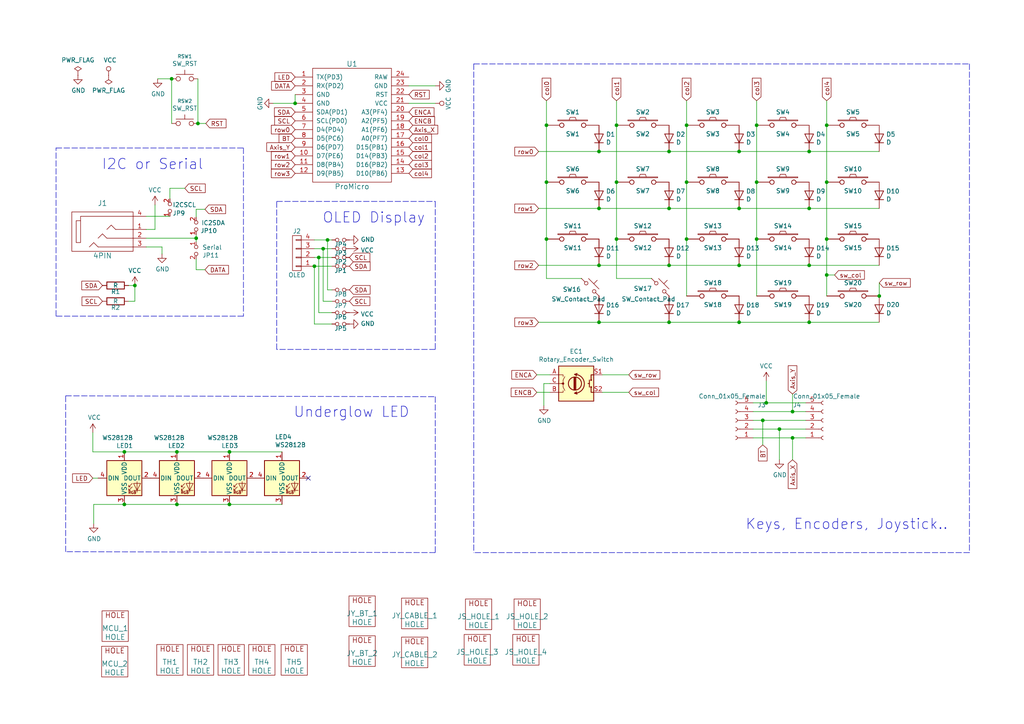
<source format=kicad_sch>
(kicad_sch (version 20211123) (generator eeschema)

  (uuid a690fc6c-55d9-47e6-b533-faa4b67e20f3)

  (paper "A4")

  (lib_symbols
    (symbol "Connector:Conn_01x05_Female" (pin_names (offset 1.016) hide) (in_bom yes) (on_board yes)
      (property "Reference" "J" (id 0) (at 0 7.62 0)
        (effects (font (size 1.27 1.27)))
      )
      (property "Value" "Conn_01x05_Female" (id 1) (at 0 -7.62 0)
        (effects (font (size 1.27 1.27)))
      )
      (property "Footprint" "" (id 2) (at 0 0 0)
        (effects (font (size 1.27 1.27)) hide)
      )
      (property "Datasheet" "~" (id 3) (at 0 0 0)
        (effects (font (size 1.27 1.27)) hide)
      )
      (property "ki_keywords" "connector" (id 4) (at 0 0 0)
        (effects (font (size 1.27 1.27)) hide)
      )
      (property "ki_description" "Generic connector, single row, 01x05, script generated (kicad-library-utils/schlib/autogen/connector/)" (id 5) (at 0 0 0)
        (effects (font (size 1.27 1.27)) hide)
      )
      (property "ki_fp_filters" "Connector*:*_1x??_*" (id 6) (at 0 0 0)
        (effects (font (size 1.27 1.27)) hide)
      )
      (symbol "Conn_01x05_Female_1_1"
        (arc (start 0 -4.572) (mid -0.508 -5.08) (end 0 -5.588)
          (stroke (width 0.1524) (type default) (color 0 0 0 0))
          (fill (type none))
        )
        (arc (start 0 -2.032) (mid -0.508 -2.54) (end 0 -3.048)
          (stroke (width 0.1524) (type default) (color 0 0 0 0))
          (fill (type none))
        )
        (polyline
          (pts
            (xy -1.27 -5.08)
            (xy -0.508 -5.08)
          )
          (stroke (width 0.1524) (type default) (color 0 0 0 0))
          (fill (type none))
        )
        (polyline
          (pts
            (xy -1.27 -2.54)
            (xy -0.508 -2.54)
          )
          (stroke (width 0.1524) (type default) (color 0 0 0 0))
          (fill (type none))
        )
        (polyline
          (pts
            (xy -1.27 0)
            (xy -0.508 0)
          )
          (stroke (width 0.1524) (type default) (color 0 0 0 0))
          (fill (type none))
        )
        (polyline
          (pts
            (xy -1.27 2.54)
            (xy -0.508 2.54)
          )
          (stroke (width 0.1524) (type default) (color 0 0 0 0))
          (fill (type none))
        )
        (polyline
          (pts
            (xy -1.27 5.08)
            (xy -0.508 5.08)
          )
          (stroke (width 0.1524) (type default) (color 0 0 0 0))
          (fill (type none))
        )
        (arc (start 0 0.508) (mid -0.508 0) (end 0 -0.508)
          (stroke (width 0.1524) (type default) (color 0 0 0 0))
          (fill (type none))
        )
        (arc (start 0 3.048) (mid -0.508 2.54) (end 0 2.032)
          (stroke (width 0.1524) (type default) (color 0 0 0 0))
          (fill (type none))
        )
        (arc (start 0 5.588) (mid -0.508 5.08) (end 0 4.572)
          (stroke (width 0.1524) (type default) (color 0 0 0 0))
          (fill (type none))
        )
        (pin passive line (at -5.08 5.08 0) (length 3.81)
          (name "Pin_1" (effects (font (size 1.27 1.27))))
          (number "1" (effects (font (size 1.27 1.27))))
        )
        (pin passive line (at -5.08 2.54 0) (length 3.81)
          (name "Pin_2" (effects (font (size 1.27 1.27))))
          (number "2" (effects (font (size 1.27 1.27))))
        )
        (pin passive line (at -5.08 0 0) (length 3.81)
          (name "Pin_3" (effects (font (size 1.27 1.27))))
          (number "3" (effects (font (size 1.27 1.27))))
        )
        (pin passive line (at -5.08 -2.54 0) (length 3.81)
          (name "Pin_4" (effects (font (size 1.27 1.27))))
          (number "4" (effects (font (size 1.27 1.27))))
        )
        (pin passive line (at -5.08 -5.08 0) (length 3.81)
          (name "Pin_5" (effects (font (size 1.27 1.27))))
          (number "5" (effects (font (size 1.27 1.27))))
        )
      )
    )
    (symbol "Device:Jumper_NO_Small" (pin_numbers hide) (pin_names (offset 0.762) hide) (in_bom yes) (on_board yes)
      (property "Reference" "JP" (id 0) (at 0 2.032 0)
        (effects (font (size 1.27 1.27)))
      )
      (property "Value" "Device_Jumper_NO_Small" (id 1) (at 0.254 -1.524 0)
        (effects (font (size 1.27 1.27)))
      )
      (property "Footprint" "" (id 2) (at 0 0 0)
        (effects (font (size 1.27 1.27)) hide)
      )
      (property "Datasheet" "" (id 3) (at 0 0 0)
        (effects (font (size 1.27 1.27)) hide)
      )
      (property "ki_fp_filters" "SolderJumper*Open*" (id 4) (at 0 0 0)
        (effects (font (size 1.27 1.27)) hide)
      )
      (symbol "Jumper_NO_Small_0_1"
        (circle (center -1.016 0) (radius 0.508)
          (stroke (width 0) (type default) (color 0 0 0 0))
          (fill (type none))
        )
        (circle (center 1.016 0) (radius 0.508)
          (stroke (width 0) (type default) (color 0 0 0 0))
          (fill (type none))
        )
        (pin passive line (at -2.54 0 0) (length 1.016)
          (name "1" (effects (font (size 1.27 1.27))))
          (number "1" (effects (font (size 1.27 1.27))))
        )
        (pin passive line (at 2.54 0 180) (length 1.016)
          (name "2" (effects (font (size 1.27 1.27))))
          (number "2" (effects (font (size 1.27 1.27))))
        )
      )
    )
    (symbol "Device:Rotary_Encoder_Switch" (pin_names (offset 0.254) hide) (in_bom yes) (on_board yes)
      (property "Reference" "SW" (id 0) (at 0 6.604 0)
        (effects (font (size 1.27 1.27)))
      )
      (property "Value" "Device_Rotary_Encoder_Switch" (id 1) (at 0 -6.604 0)
        (effects (font (size 1.27 1.27)))
      )
      (property "Footprint" "" (id 2) (at -3.81 4.064 0)
        (effects (font (size 1.27 1.27)) hide)
      )
      (property "Datasheet" "" (id 3) (at 0 6.604 0)
        (effects (font (size 1.27 1.27)) hide)
      )
      (property "ki_fp_filters" "RotaryEncoder*Switch*" (id 4) (at 0 0 0)
        (effects (font (size 1.27 1.27)) hide)
      )
      (symbol "Rotary_Encoder_Switch_0_1"
        (rectangle (start -5.08 5.08) (end 5.08 -5.08)
          (stroke (width 0.254) (type default) (color 0 0 0 0))
          (fill (type background))
        )
        (circle (center -3.81 0) (radius 0.254)
          (stroke (width 0) (type default) (color 0 0 0 0))
          (fill (type outline))
        )
        (arc (start -0.381 -2.794) (mid 2.3622 -0.0635) (end -0.381 2.667)
          (stroke (width 0.254) (type default) (color 0 0 0 0))
          (fill (type none))
        )
        (circle (center -0.381 0) (radius 1.905)
          (stroke (width 0.254) (type default) (color 0 0 0 0))
          (fill (type none))
        )
        (polyline
          (pts
            (xy -0.635 -1.778)
            (xy -0.635 1.778)
          )
          (stroke (width 0.254) (type default) (color 0 0 0 0))
          (fill (type none))
        )
        (polyline
          (pts
            (xy -0.381 -1.778)
            (xy -0.381 1.778)
          )
          (stroke (width 0.254) (type default) (color 0 0 0 0))
          (fill (type none))
        )
        (polyline
          (pts
            (xy -0.127 1.778)
            (xy -0.127 -1.778)
          )
          (stroke (width 0.254) (type default) (color 0 0 0 0))
          (fill (type none))
        )
        (polyline
          (pts
            (xy 3.81 0)
            (xy 3.429 0)
          )
          (stroke (width 0.254) (type default) (color 0 0 0 0))
          (fill (type none))
        )
        (polyline
          (pts
            (xy 3.81 1.016)
            (xy 3.81 -1.016)
          )
          (stroke (width 0.254) (type default) (color 0 0 0 0))
          (fill (type none))
        )
        (polyline
          (pts
            (xy -5.08 -2.54)
            (xy -3.81 -2.54)
            (xy -3.81 -2.032)
          )
          (stroke (width 0) (type default) (color 0 0 0 0))
          (fill (type none))
        )
        (polyline
          (pts
            (xy -5.08 2.54)
            (xy -3.81 2.54)
            (xy -3.81 2.032)
          )
          (stroke (width 0) (type default) (color 0 0 0 0))
          (fill (type none))
        )
        (polyline
          (pts
            (xy 0.254 -3.048)
            (xy -0.508 -2.794)
            (xy 0.127 -2.413)
          )
          (stroke (width 0.254) (type default) (color 0 0 0 0))
          (fill (type none))
        )
        (polyline
          (pts
            (xy 0.254 2.921)
            (xy -0.508 2.667)
            (xy 0.127 2.286)
          )
          (stroke (width 0.254) (type default) (color 0 0 0 0))
          (fill (type none))
        )
        (polyline
          (pts
            (xy 5.08 -2.54)
            (xy 4.318 -2.54)
            (xy 4.318 -1.016)
          )
          (stroke (width 0.254) (type default) (color 0 0 0 0))
          (fill (type none))
        )
        (polyline
          (pts
            (xy 5.08 2.54)
            (xy 4.318 2.54)
            (xy 4.318 1.016)
          )
          (stroke (width 0.254) (type default) (color 0 0 0 0))
          (fill (type none))
        )
        (polyline
          (pts
            (xy -5.08 0)
            (xy -3.81 0)
            (xy -3.81 -1.016)
            (xy -3.302 -2.032)
          )
          (stroke (width 0) (type default) (color 0 0 0 0))
          (fill (type none))
        )
        (polyline
          (pts
            (xy -4.318 0)
            (xy -3.81 0)
            (xy -3.81 1.016)
            (xy -3.302 2.032)
          )
          (stroke (width 0) (type default) (color 0 0 0 0))
          (fill (type none))
        )
        (circle (center 4.318 -1.016) (radius 0.127)
          (stroke (width 0.254) (type default) (color 0 0 0 0))
          (fill (type none))
        )
        (circle (center 4.318 1.016) (radius 0.127)
          (stroke (width 0.254) (type default) (color 0 0 0 0))
          (fill (type none))
        )
      )
      (symbol "Rotary_Encoder_Switch_1_1"
        (pin passive line (at -7.62 2.54 0) (length 2.54)
          (name "A" (effects (font (size 1.27 1.27))))
          (number "A" (effects (font (size 1.27 1.27))))
        )
        (pin passive line (at -7.62 -2.54 0) (length 2.54)
          (name "B" (effects (font (size 1.27 1.27))))
          (number "B" (effects (font (size 1.27 1.27))))
        )
        (pin passive line (at -7.62 0 0) (length 2.54)
          (name "C" (effects (font (size 1.27 1.27))))
          (number "C" (effects (font (size 1.27 1.27))))
        )
        (pin passive line (at 7.62 2.54 180) (length 2.54)
          (name "S1" (effects (font (size 1.27 1.27))))
          (number "S1" (effects (font (size 1.27 1.27))))
        )
        (pin passive line (at 7.62 -2.54 180) (length 2.54)
          (name "S2" (effects (font (size 1.27 1.27))))
          (number "S2" (effects (font (size 1.27 1.27))))
        )
      )
    )
    (symbol "Jumper_NO_Small_1" (pin_names (offset 0.762) hide) (in_bom yes) (on_board yes)
      (property "Reference" "JP" (id 0) (at 0 2.032 0)
        (effects (font (size 1.27 1.27)))
      )
      (property "Value" "Jumper_NO_Small_1" (id 1) (at 0.254 -1.524 0)
        (effects (font (size 1.27 1.27)))
      )
      (property "Footprint" "" (id 2) (at 0 0 0)
        (effects (font (size 1.27 1.27)) hide)
      )
      (property "Datasheet" "" (id 3) (at 0 0 0)
        (effects (font (size 1.27 1.27)) hide)
      )
      (property "ki_fp_filters" "SolderJumper*Open*" (id 4) (at 0 0 0)
        (effects (font (size 1.27 1.27)) hide)
      )
      (symbol "Jumper_NO_Small_1_0_1"
        (circle (center -1.016 0) (radius 0.508)
          (stroke (width 0) (type default) (color 0 0 0 0))
          (fill (type none))
        )
        (circle (center 1.016 0) (radius 0.508)
          (stroke (width 0) (type default) (color 0 0 0 0))
          (fill (type none))
        )
        (pin passive line (at -2.54 0 0) (length 1.016)
          (name "1" (effects (font (size 1.27 1.27))))
          (number "1" (effects (font (size 1.27 1.27))))
        )
        (pin passive line (at 2.54 0 180) (length 1.016)
          (name "2" (effects (font (size 1.27 1.27))))
          (number "2" (effects (font (size 1.27 1.27))))
        )
      )
    )
    (symbol "Jumper_NO_Small_2" (pin_names (offset 0.762) hide) (in_bom yes) (on_board yes)
      (property "Reference" "JP" (id 0) (at 0 2.032 0)
        (effects (font (size 1.27 1.27)))
      )
      (property "Value" "Jumper_NO_Small_2" (id 1) (at 0.254 -1.524 0)
        (effects (font (size 1.27 1.27)))
      )
      (property "Footprint" "" (id 2) (at 0 0 0)
        (effects (font (size 1.27 1.27)) hide)
      )
      (property "Datasheet" "" (id 3) (at 0 0 0)
        (effects (font (size 1.27 1.27)) hide)
      )
      (property "ki_fp_filters" "SolderJumper*Open*" (id 4) (at 0 0 0)
        (effects (font (size 1.27 1.27)) hide)
      )
      (symbol "Jumper_NO_Small_2_0_1"
        (circle (center -1.016 0) (radius 0.508)
          (stroke (width 0) (type default) (color 0 0 0 0))
          (fill (type none))
        )
        (circle (center 1.016 0) (radius 0.508)
          (stroke (width 0) (type default) (color 0 0 0 0))
          (fill (type none))
        )
        (pin passive line (at -2.54 0 0) (length 1.016)
          (name "1" (effects (font (size 1.27 1.27))))
          (number "1" (effects (font (size 1.27 1.27))))
        )
        (pin passive line (at 2.54 0 180) (length 1.016)
          (name "2" (effects (font (size 1.27 1.27))))
          (number "2" (effects (font (size 1.27 1.27))))
        )
      )
    )
    (symbol "Jumper_NO_Small_3" (pin_names (offset 0.762) hide) (in_bom yes) (on_board yes)
      (property "Reference" "JP" (id 0) (at 0 2.032 0)
        (effects (font (size 1.27 1.27)))
      )
      (property "Value" "Jumper_NO_Small_3" (id 1) (at 0.254 -1.524 0)
        (effects (font (size 1.27 1.27)))
      )
      (property "Footprint" "" (id 2) (at 0 0 0)
        (effects (font (size 1.27 1.27)) hide)
      )
      (property "Datasheet" "" (id 3) (at 0 0 0)
        (effects (font (size 1.27 1.27)) hide)
      )
      (property "ki_fp_filters" "SolderJumper*Open*" (id 4) (at 0 0 0)
        (effects (font (size 1.27 1.27)) hide)
      )
      (symbol "Jumper_NO_Small_3_0_1"
        (circle (center -1.016 0) (radius 0.508)
          (stroke (width 0) (type default) (color 0 0 0 0))
          (fill (type none))
        )
        (circle (center 1.016 0) (radius 0.508)
          (stroke (width 0) (type default) (color 0 0 0 0))
          (fill (type none))
        )
        (pin passive line (at -2.54 0 0) (length 1.016)
          (name "1" (effects (font (size 1.27 1.27))))
          (number "1" (effects (font (size 1.27 1.27))))
        )
        (pin passive line (at 2.54 0 180) (length 1.016)
          (name "2" (effects (font (size 1.27 1.27))))
          (number "2" (effects (font (size 1.27 1.27))))
        )
      )
    )
    (symbol "LED:WS2812B" (pin_names (offset 0.254)) (in_bom yes) (on_board yes)
      (property "Reference" "D" (id 0) (at 5.08 5.715 0)
        (effects (font (size 1.27 1.27)) (justify right bottom))
      )
      (property "Value" "WS2812B" (id 1) (at 1.27 -5.715 0)
        (effects (font (size 1.27 1.27)) (justify left top))
      )
      (property "Footprint" "LED_SMD:LED_WS2812B_PLCC4_5.0x5.0mm_P3.2mm" (id 2) (at 1.27 -7.62 0)
        (effects (font (size 1.27 1.27)) (justify left top) hide)
      )
      (property "Datasheet" "https://cdn-shop.adafruit.com/datasheets/WS2812B.pdf" (id 3) (at 2.54 -9.525 0)
        (effects (font (size 1.27 1.27)) (justify left top) hide)
      )
      (property "ki_keywords" "RGB LED NeoPixel addressable" (id 4) (at 0 0 0)
        (effects (font (size 1.27 1.27)) hide)
      )
      (property "ki_description" "RGB LED with integrated controller" (id 5) (at 0 0 0)
        (effects (font (size 1.27 1.27)) hide)
      )
      (property "ki_fp_filters" "LED*WS2812*PLCC*5.0x5.0mm*P3.2mm*" (id 6) (at 0 0 0)
        (effects (font (size 1.27 1.27)) hide)
      )
      (symbol "WS2812B_0_0"
        (text "RGB" (at 2.286 -4.191 0)
          (effects (font (size 0.762 0.762)))
        )
      )
      (symbol "WS2812B_0_1"
        (polyline
          (pts
            (xy 1.27 -3.556)
            (xy 1.778 -3.556)
          )
          (stroke (width 0) (type default) (color 0 0 0 0))
          (fill (type none))
        )
        (polyline
          (pts
            (xy 1.27 -2.54)
            (xy 1.778 -2.54)
          )
          (stroke (width 0) (type default) (color 0 0 0 0))
          (fill (type none))
        )
        (polyline
          (pts
            (xy 4.699 -3.556)
            (xy 2.667 -3.556)
          )
          (stroke (width 0) (type default) (color 0 0 0 0))
          (fill (type none))
        )
        (polyline
          (pts
            (xy 2.286 -2.54)
            (xy 1.27 -3.556)
            (xy 1.27 -3.048)
          )
          (stroke (width 0) (type default) (color 0 0 0 0))
          (fill (type none))
        )
        (polyline
          (pts
            (xy 2.286 -1.524)
            (xy 1.27 -2.54)
            (xy 1.27 -2.032)
          )
          (stroke (width 0) (type default) (color 0 0 0 0))
          (fill (type none))
        )
        (polyline
          (pts
            (xy 3.683 -1.016)
            (xy 3.683 -3.556)
            (xy 3.683 -4.064)
          )
          (stroke (width 0) (type default) (color 0 0 0 0))
          (fill (type none))
        )
        (polyline
          (pts
            (xy 4.699 -1.524)
            (xy 2.667 -1.524)
            (xy 3.683 -3.556)
            (xy 4.699 -1.524)
          )
          (stroke (width 0) (type default) (color 0 0 0 0))
          (fill (type none))
        )
        (rectangle (start 5.08 5.08) (end -5.08 -5.08)
          (stroke (width 0.254) (type default) (color 0 0 0 0))
          (fill (type background))
        )
      )
      (symbol "WS2812B_1_1"
        (pin power_in line (at 0 7.62 270) (length 2.54)
          (name "VDD" (effects (font (size 1.27 1.27))))
          (number "1" (effects (font (size 1.27 1.27))))
        )
        (pin output line (at 7.62 0 180) (length 2.54)
          (name "DOUT" (effects (font (size 1.27 1.27))))
          (number "2" (effects (font (size 1.27 1.27))))
        )
        (pin power_in line (at 0 -7.62 90) (length 2.54)
          (name "VSS" (effects (font (size 1.27 1.27))))
          (number "3" (effects (font (size 1.27 1.27))))
        )
        (pin input line (at -7.62 0 0) (length 2.54)
          (name "DIN" (effects (font (size 1.27 1.27))))
          (number "4" (effects (font (size 1.27 1.27))))
        )
      )
    )
    (symbol "SofleKeyboard-rescue:D-Lily58-cache-Lily58_Pro-rescue" (pin_numbers hide) (pin_names (offset 1.016) hide) (in_bom yes) (on_board yes)
      (property "Reference" "D" (id 0) (at 0 2.54 0)
        (effects (font (size 1.27 1.27)))
      )
      (property "Value" "D-Lily58-cache-Lily58_Pro-rescue" (id 1) (at 0 -2.54 0)
        (effects (font (size 1.27 1.27)))
      )
      (property "Footprint" "" (id 2) (at 0 0 0)
        (effects (font (size 1.27 1.27)) hide)
      )
      (property "Datasheet" "" (id 3) (at 0 0 0)
        (effects (font (size 1.27 1.27)) hide)
      )
      (property "ki_fp_filters" "TO-???* *_Diode_* *SingleDiode* D_*" (id 4) (at 0 0 0)
        (effects (font (size 1.27 1.27)) hide)
      )
      (symbol "D-Lily58-cache-Lily58_Pro-rescue_0_1"
        (polyline
          (pts
            (xy -1.27 1.27)
            (xy -1.27 -1.27)
          )
          (stroke (width 0.2032) (type default) (color 0 0 0 0))
          (fill (type none))
        )
        (polyline
          (pts
            (xy 1.27 0)
            (xy -1.27 0)
          )
          (stroke (width 0) (type default) (color 0 0 0 0))
          (fill (type none))
        )
        (polyline
          (pts
            (xy 1.27 1.27)
            (xy 1.27 -1.27)
            (xy -1.27 0)
            (xy 1.27 1.27)
          )
          (stroke (width 0.2032) (type default) (color 0 0 0 0))
          (fill (type none))
        )
      )
      (symbol "D-Lily58-cache-Lily58_Pro-rescue_1_1"
        (pin passive line (at -3.81 0 0) (length 2.54)
          (name "K" (effects (font (size 1.27 1.27))))
          (number "1" (effects (font (size 1.27 1.27))))
        )
        (pin passive line (at 3.81 0 180) (length 2.54)
          (name "A" (effects (font (size 1.27 1.27))))
          (number "2" (effects (font (size 1.27 1.27))))
        )
      )
    )
    (symbol "SofleKeyboard-rescue:GND-Lily58-cache-Lily58_Pro-rescue" (power) (pin_names (offset 0)) (in_bom yes) (on_board yes)
      (property "Reference" "#PWR" (id 0) (at 0 -6.35 0)
        (effects (font (size 1.27 1.27)) hide)
      )
      (property "Value" "GND-Lily58-cache-Lily58_Pro-rescue" (id 1) (at 0 -3.81 0)
        (effects (font (size 1.27 1.27)))
      )
      (property "Footprint" "" (id 2) (at 0 0 0)
        (effects (font (size 1.27 1.27)) hide)
      )
      (property "Datasheet" "" (id 3) (at 0 0 0)
        (effects (font (size 1.27 1.27)) hide)
      )
      (symbol "GND-Lily58-cache-Lily58_Pro-rescue_1_1"
        (polyline
          (pts
            (xy 0 0)
            (xy 0 -1.27)
            (xy 1.27 -1.27)
            (xy 0 -2.54)
            (xy -1.27 -1.27)
            (xy 0 -1.27)
          )
          (stroke (width 0) (type default) (color 0 0 0 0))
          (fill (type none))
        )
        (pin power_in line (at 0 0 0) (length 0) hide
          (name "GND" (effects (font (size 1.27 1.27))))
          (number "1" (effects (font (size 1.27 1.27))))
        )
      )
    )
    (symbol "SofleKeyboard-rescue:HOLE-Lily58-cache-Lily58_Pro-rescue" (pin_names (offset 1.016)) (in_bom yes) (on_board yes)
      (property "Reference" "U" (id 0) (at 0 0 0)
        (effects (font (size 1.524 1.524)))
      )
      (property "Value" "HOLE-Lily58-cache-Lily58_Pro-rescue" (id 1) (at 0 -5.08 0)
        (effects (font (size 1.524 1.524)))
      )
      (property "Footprint" "" (id 2) (at 0 0 0)
        (effects (font (size 1.524 1.524)))
      )
      (property "Datasheet" "" (id 3) (at 0 0 0)
        (effects (font (size 1.524 1.524)))
      )
      (symbol "HOLE-Lily58-cache-Lily58_Pro-rescue_0_0"
        (text "HOLE" (at 0 3.81 0)
          (effects (font (size 1.524 1.524)))
        )
      )
      (symbol "HOLE-Lily58-cache-Lily58_Pro-rescue_0_1"
        (rectangle (start 3.81 5.08) (end -3.81 -3.81)
          (stroke (width 0) (type default) (color 0 0 0 0))
          (fill (type none))
        )
      )
    )
    (symbol "SofleKeyboard-rescue:MJ-4PP-9-Lily58-cache-Lily58_Pro-rescue" (pin_names (offset 1.016)) (in_bom yes) (on_board yes)
      (property "Reference" "J" (id 0) (at -8.89 -7.62 0)
        (effects (font (size 1.524 1.524)))
      )
      (property "Value" "MJ-4PP-9-Lily58-cache-Lily58_Pro-rescue" (id 1) (at -3.81 6.35 0)
        (effects (font (size 1.524 1.524)))
      )
      (property "Footprint" "" (id 2) (at 0 0 0)
        (effects (font (size 1.524 1.524)))
      )
      (property "Datasheet" "" (id 3) (at 0 0 0)
        (effects (font (size 1.524 1.524)))
      )
      (symbol "MJ-4PP-9-Lily58-cache-Lily58_Pro-rescue_0_1"
        (rectangle (start -7.62 2.54) (end -8.89 -3.81)
          (stroke (width 0) (type default) (color 0 0 0 0))
          (fill (type none))
        )
        (polyline
          (pts
            (xy 2.54 0)
            (xy 7.62 0)
          )
          (stroke (width 0) (type default) (color 0 0 0 0))
          (fill (type none))
        )
        (polyline
          (pts
            (xy -2.54 -5.08)
            (xy 7.62 -5.08)
            (xy 7.62 -5.08)
          )
          (stroke (width 0) (type default) (color 0 0 0 0))
          (fill (type none))
        )
        (polyline
          (pts
            (xy 0 -2.54)
            (xy -1.27 -1.27)
            (xy -2.54 -2.54)
          )
          (stroke (width 0) (type default) (color 0 0 0 0))
          (fill (type none))
        )
        (polyline
          (pts
            (xy 0 0)
            (xy 1.27 1.27)
            (xy 2.54 0)
          )
          (stroke (width 0) (type default) (color 0 0 0 0))
          (fill (type none))
        )
        (polyline
          (pts
            (xy 7.62 3.81)
            (xy -7.62 3.81)
            (xy -7.62 2.54)
          )
          (stroke (width 0) (type default) (color 0 0 0 0))
          (fill (type none))
        )
        (polyline
          (pts
            (xy -2.54 -5.08)
            (xy -3.81 -3.81)
            (xy -5.08 -5.08)
            (xy -5.08 -5.08)
          )
          (stroke (width 0) (type default) (color 0 0 0 0))
          (fill (type none))
        )
        (polyline
          (pts
            (xy 0 -2.54)
            (xy 7.62 -2.54)
            (xy 7.62 -2.54)
            (xy 7.62 -2.54)
          )
          (stroke (width 0) (type default) (color 0 0 0 0))
          (fill (type none))
        )
        (rectangle (start 7.62 -6.35) (end -10.16 5.08)
          (stroke (width 0) (type default) (color 0 0 0 0))
          (fill (type none))
        )
      )
      (symbol "MJ-4PP-9-Lily58-cache-Lily58_Pro-rescue_1_1"
        (pin passive line (at 11.43 0 180) (length 3.81)
          (name "~" (effects (font (size 1.27 1.27))))
          (number "1" (effects (font (size 1.27 1.27))))
        )
        (pin passive line (at 11.43 -2.54 180) (length 3.81)
          (name "~" (effects (font (size 1.27 1.27))))
          (number "2" (effects (font (size 1.27 1.27))))
        )
        (pin passive line (at 11.43 -5.08 180) (length 3.81)
          (name "~" (effects (font (size 1.27 1.27))))
          (number "3" (effects (font (size 1.27 1.27))))
        )
        (pin passive line (at 11.43 3.81 180) (length 3.81)
          (name "~" (effects (font (size 1.27 1.27))))
          (number "4" (effects (font (size 1.27 1.27))))
        )
      )
    )
    (symbol "SofleKeyboard-rescue:OLED-Lily58-cache-Lily58_Pro-rescue" (pin_names (offset 1.016) hide) (in_bom yes) (on_board yes)
      (property "Reference" "J" (id 0) (at 0 6.35 0)
        (effects (font (size 1.27 1.27)))
      )
      (property "Value" "OLED-Lily58-cache-Lily58_Pro-rescue" (id 1) (at 2.54 0 90)
        (effects (font (size 1.27 1.27)))
      )
      (property "Footprint" "" (id 2) (at 0 0 0)
        (effects (font (size 1.27 1.27)))
      )
      (property "Datasheet" "" (id 3) (at 0 0 0)
        (effects (font (size 1.27 1.27)))
      )
      (property "ki_fp_filters" "Pin_Header_Straight_1X04 Pin_Header_Angled_1X04 Socket_Strip_Straight_1X04 Socket_Strip_Angled_1X04" (id 4) (at 0 0 0)
        (effects (font (size 1.27 1.27)) hide)
      )
      (symbol "OLED-Lily58-cache-Lily58_Pro-rescue_0_1"
        (rectangle (start -1.27 -3.683) (end 0.254 -3.937)
          (stroke (width 0) (type default) (color 0 0 0 0))
          (fill (type none))
        )
        (rectangle (start -1.27 -1.143) (end 0.254 -1.397)
          (stroke (width 0) (type default) (color 0 0 0 0))
          (fill (type none))
        )
        (rectangle (start -1.27 1.397) (end 0.254 1.143)
          (stroke (width 0) (type default) (color 0 0 0 0))
          (fill (type none))
        )
        (rectangle (start -1.27 3.937) (end 0.254 3.683)
          (stroke (width 0) (type default) (color 0 0 0 0))
          (fill (type none))
        )
        (rectangle (start -1.27 5.08) (end 1.27 -5.08)
          (stroke (width 0) (type default) (color 0 0 0 0))
          (fill (type none))
        )
      )
      (symbol "OLED-Lily58-cache-Lily58_Pro-rescue_1_1"
        (pin passive line (at -5.08 3.81 0) (length 3.81)
          (name "P1" (effects (font (size 1.27 1.27))))
          (number "1" (effects (font (size 1.27 1.27))))
        )
        (pin passive line (at -5.08 1.27 0) (length 3.81)
          (name "P2" (effects (font (size 1.27 1.27))))
          (number "2" (effects (font (size 1.27 1.27))))
        )
        (pin passive line (at -5.08 -1.27 0) (length 3.81)
          (name "P3" (effects (font (size 1.27 1.27))))
          (number "3" (effects (font (size 1.27 1.27))))
        )
        (pin passive line (at -5.08 -3.81 0) (length 3.81)
          (name "P4" (effects (font (size 1.27 1.27))))
          (number "4" (effects (font (size 1.27 1.27))))
        )
      )
    )
    (symbol "SofleKeyboard-rescue:PWR_FLAG-Lily58-cache-Lily58_Pro-rescue" (power) (pin_numbers hide) (pin_names (offset 0) hide) (in_bom yes) (on_board yes)
      (property "Reference" "#FLG" (id 0) (at 0 0 0)
        (effects (font (size 1.27 1.27)) hide)
      )
      (property "Value" "PWR_FLAG-Lily58-cache-Lily58_Pro-rescue" (id 1) (at 0 3.81 0)
        (effects (font (size 1.27 1.27)))
      )
      (property "Footprint" "" (id 2) (at 0 0 0)
        (effects (font (size 1.27 1.27)) hide)
      )
      (property "Datasheet" "" (id 3) (at 0 0 0)
        (effects (font (size 1.27 1.27)) hide)
      )
      (symbol "PWR_FLAG-Lily58-cache-Lily58_Pro-rescue_0_0"
        (pin power_out line (at 0 0 90) (length 0)
          (name "pwr" (effects (font (size 1.27 1.27))))
          (number "1" (effects (font (size 1.27 1.27))))
        )
      )
      (symbol "PWR_FLAG-Lily58-cache-Lily58_Pro-rescue_0_1"
        (polyline
          (pts
            (xy 0 0)
            (xy 0 1.27)
            (xy -1.016 1.905)
            (xy 0 2.54)
            (xy 1.016 1.905)
            (xy 0 1.27)
          )
          (stroke (width 0) (type default) (color 0 0 0 0))
          (fill (type none))
        )
      )
    )
    (symbol "SofleKeyboard-rescue:ProMicro_2-Lily58-cache-Lily58_Pro-rescue" (pin_names (offset 1.016)) (in_bom yes) (on_board yes)
      (property "Reference" "U" (id 0) (at 0 17.78 0)
        (effects (font (size 1.27 1.27)))
      )
      (property "Value" "ProMicro_2-Lily58-cache-Lily58_Pro-rescue" (id 1) (at 0 -17.78 0)
        (effects (font (size 1.27 1.27)))
      )
      (property "Footprint" "" (id 2) (at -1.27 2.54 0)
        (effects (font (size 1.27 1.27)) hide)
      )
      (property "Datasheet" "" (id 3) (at -1.27 2.54 0)
        (effects (font (size 1.27 1.27)) hide)
      )
      (symbol "ProMicro_2-Lily58-cache-Lily58_Pro-rescue_0_1"
        (rectangle (start -11.43 16.51) (end 11.43 -16.51)
          (stroke (width 0) (type default) (color 0 0 0 0))
          (fill (type none))
        )
      )
      (symbol "ProMicro_2-Lily58-cache-Lily58_Pro-rescue_1_1"
        (pin input line (at -16.51 13.97 0) (length 5.08)
          (name "TX(PD3)" (effects (font (size 1.27 1.27))))
          (number "1" (effects (font (size 1.27 1.27))))
        )
        (pin input line (at -16.51 -8.89 0) (length 5.08)
          (name "D7(PE6)" (effects (font (size 1.27 1.27))))
          (number "10" (effects (font (size 1.27 1.27))))
        )
        (pin input line (at -16.51 -11.43 0) (length 5.08)
          (name "D8(PB4)" (effects (font (size 1.27 1.27))))
          (number "11" (effects (font (size 1.27 1.27))))
        )
        (pin input line (at -16.51 -13.97 0) (length 5.08)
          (name "D9(PB5)" (effects (font (size 1.27 1.27))))
          (number "12" (effects (font (size 1.27 1.27))))
        )
        (pin input line (at 16.51 -13.97 180) (length 5.08)
          (name "D10(PB6)" (effects (font (size 1.27 1.27))))
          (number "13" (effects (font (size 1.27 1.27))))
        )
        (pin input line (at 16.51 -11.43 180) (length 5.08)
          (name "D16(PB2)" (effects (font (size 1.27 1.27))))
          (number "14" (effects (font (size 1.27 1.27))))
        )
        (pin input line (at 16.51 -8.89 180) (length 5.08)
          (name "D14(PB3)" (effects (font (size 1.27 1.27))))
          (number "15" (effects (font (size 1.27 1.27))))
        )
        (pin input line (at 16.51 -6.35 180) (length 5.08)
          (name "D15(PB1)" (effects (font (size 1.27 1.27))))
          (number "16" (effects (font (size 1.27 1.27))))
        )
        (pin input line (at 16.51 -3.81 180) (length 5.08)
          (name "A0(PF7)" (effects (font (size 1.27 1.27))))
          (number "17" (effects (font (size 1.27 1.27))))
        )
        (pin input line (at 16.51 -1.27 180) (length 5.08)
          (name "A1(PF6)" (effects (font (size 1.27 1.27))))
          (number "18" (effects (font (size 1.27 1.27))))
        )
        (pin input line (at 16.51 1.27 180) (length 5.08)
          (name "A2(PF5)" (effects (font (size 1.27 1.27))))
          (number "19" (effects (font (size 1.27 1.27))))
        )
        (pin input line (at -16.51 11.43 0) (length 5.08)
          (name "RX(PD2)" (effects (font (size 1.27 1.27))))
          (number "2" (effects (font (size 1.27 1.27))))
        )
        (pin input line (at 16.51 3.81 180) (length 5.08)
          (name "A3(PF4)" (effects (font (size 1.27 1.27))))
          (number "20" (effects (font (size 1.27 1.27))))
        )
        (pin input line (at 16.51 6.35 180) (length 5.08)
          (name "VCC" (effects (font (size 1.27 1.27))))
          (number "21" (effects (font (size 1.27 1.27))))
        )
        (pin input line (at 16.51 8.89 180) (length 5.08)
          (name "RST" (effects (font (size 1.27 1.27))))
          (number "22" (effects (font (size 1.27 1.27))))
        )
        (pin input line (at 16.51 11.43 180) (length 5.08)
          (name "GND" (effects (font (size 1.27 1.27))))
          (number "23" (effects (font (size 1.27 1.27))))
        )
        (pin input line (at 16.51 13.97 180) (length 5.08)
          (name "RAW" (effects (font (size 1.27 1.27))))
          (number "24" (effects (font (size 1.27 1.27))))
        )
        (pin input line (at -16.51 8.89 0) (length 5.08)
          (name "GND" (effects (font (size 1.27 1.27))))
          (number "3" (effects (font (size 1.27 1.27))))
        )
        (pin input line (at -16.51 6.35 0) (length 5.08)
          (name "GND" (effects (font (size 1.27 1.27))))
          (number "4" (effects (font (size 1.27 1.27))))
        )
        (pin input line (at -16.51 3.81 0) (length 5.08)
          (name "SDA(PD1)" (effects (font (size 1.27 1.27))))
          (number "5" (effects (font (size 1.27 1.27))))
        )
        (pin input line (at -16.51 1.27 0) (length 5.08)
          (name "SCL(PD0)" (effects (font (size 1.27 1.27))))
          (number "6" (effects (font (size 1.27 1.27))))
        )
        (pin input line (at -16.51 -1.27 0) (length 5.08)
          (name "D4(PD4)" (effects (font (size 1.27 1.27))))
          (number "7" (effects (font (size 1.27 1.27))))
        )
        (pin input line (at -16.51 -3.81 0) (length 5.08)
          (name "D5(PC6)" (effects (font (size 1.27 1.27))))
          (number "8" (effects (font (size 1.27 1.27))))
        )
        (pin input line (at -16.51 -6.35 0) (length 5.08)
          (name "D6(PD7)" (effects (font (size 1.27 1.27))))
          (number "9" (effects (font (size 1.27 1.27))))
        )
      )
    )
    (symbol "SofleKeyboard-rescue:R-Lily58-cache-Lily58_Pro-rescue" (pin_numbers hide) (pin_names (offset 0)) (in_bom yes) (on_board yes)
      (property "Reference" "R" (id 0) (at 0 0 90)
        (effects (font (size 1.27 1.27)))
      )
      (property "Value" "R-Lily58-cache-Lily58_Pro-rescue" (id 1) (at -2.54 0 90)
        (effects (font (size 1.27 1.27)))
      )
      (property "Footprint" "" (id 2) (at -1.778 0 90)
        (effects (font (size 1.27 1.27)) hide)
      )
      (property "Datasheet" "" (id 3) (at 0 0 0)
        (effects (font (size 1.27 1.27)) hide)
      )
      (property "ki_fp_filters" "R_*" (id 4) (at 0 0 0)
        (effects (font (size 1.27 1.27)) hide)
      )
      (symbol "R-Lily58-cache-Lily58_Pro-rescue_0_1"
        (rectangle (start -1.016 -2.54) (end 1.016 2.54)
          (stroke (width 0.254) (type default) (color 0 0 0 0))
          (fill (type none))
        )
      )
      (symbol "R-Lily58-cache-Lily58_Pro-rescue_1_1"
        (pin passive line (at 0 3.81 270) (length 1.27)
          (name "~" (effects (font (size 1.27 1.27))))
          (number "1" (effects (font (size 1.27 1.27))))
        )
        (pin passive line (at 0 -3.81 90) (length 1.27)
          (name "~" (effects (font (size 1.27 1.27))))
          (number "2" (effects (font (size 1.27 1.27))))
        )
      )
    )
    (symbol "SofleKeyboard-rescue:SW_PUSH-Lily58-cache-Lily58_Pro-rescue" (pin_numbers hide) (pin_names (offset 1.016) hide) (in_bom yes) (on_board yes)
      (property "Reference" "SW" (id 0) (at 3.81 2.794 0)
        (effects (font (size 1.27 1.27)))
      )
      (property "Value" "SW_PUSH-Lily58-cache-Lily58_Pro-rescue" (id 1) (at 0 -2.032 0)
        (effects (font (size 1.27 1.27)))
      )
      (property "Footprint" "" (id 2) (at 0 0 0)
        (effects (font (size 1.27 1.27)))
      )
      (property "Datasheet" "" (id 3) (at 0 0 0)
        (effects (font (size 1.27 1.27)))
      )
      (symbol "SW_PUSH-Lily58-cache-Lily58_Pro-rescue_0_1"
        (rectangle (start -4.318 1.27) (end 4.318 1.524)
          (stroke (width 0) (type default) (color 0 0 0 0))
          (fill (type none))
        )
        (polyline
          (pts
            (xy -1.016 1.524)
            (xy -0.762 2.286)
            (xy 0.762 2.286)
            (xy 1.016 1.524)
          )
          (stroke (width 0) (type default) (color 0 0 0 0))
          (fill (type none))
        )
        (pin passive inverted (at -7.62 0 0) (length 5.08)
          (name "1" (effects (font (size 1.27 1.27))))
          (number "1" (effects (font (size 1.27 1.27))))
        )
        (pin passive inverted (at 7.62 0 180) (length 5.08)
          (name "2" (effects (font (size 1.27 1.27))))
          (number "2" (effects (font (size 1.27 1.27))))
        )
      )
    )
    (symbol "SofleKeyboard-rescue:SW_RST-Lily58-cache-Lily58_Pro-rescue" (pin_numbers hide) (pin_names (offset 1.016) hide) (in_bom yes) (on_board yes)
      (property "Reference" "RSW" (id 0) (at 2.54 2.54 0)
        (effects (font (size 1.016 1.016)))
      )
      (property "Value" "SW_RST-Lily58-cache-Lily58_Pro-rescue" (id 1) (at 0 -2.54 0)
        (effects (font (size 1.27 1.27)))
      )
      (property "Footprint" "" (id 2) (at 0 0 0)
        (effects (font (size 1.27 1.27)) hide)
      )
      (property "Datasheet" "" (id 3) (at 0 0 0)
        (effects (font (size 1.27 1.27)) hide)
      )
      (symbol "SW_RST-Lily58-cache-Lily58_Pro-rescue_0_1"
        (polyline
          (pts
            (xy -2.54 1.27)
            (xy 2.54 1.27)
          )
          (stroke (width 0) (type default) (color 0 0 0 0))
          (fill (type none))
        )
        (polyline
          (pts
            (xy 0 2.54)
            (xy 0 1.27)
          )
          (stroke (width 0) (type default) (color 0 0 0 0))
          (fill (type none))
        )
        (pin passive inverted (at -3.81 0 0) (length 2.54)
          (name "1" (effects (font (size 1.27 1.27))))
          (number "1" (effects (font (size 1.27 1.27))))
        )
        (pin passive inverted (at 3.81 0 180) (length 2.54)
          (name "2" (effects (font (size 1.27 1.27))))
          (number "2" (effects (font (size 1.27 1.27))))
        )
      )
    )
    (symbol "SofleKeyboard-rescue:VCC-Lily58-cache-Lily58_Pro-rescue" (power) (pin_names (offset 0)) (in_bom yes) (on_board yes)
      (property "Reference" "#PWR" (id 0) (at 0 -3.81 0)
        (effects (font (size 1.27 1.27)) hide)
      )
      (property "Value" "VCC-Lily58-cache-Lily58_Pro-rescue" (id 1) (at 0 3.81 0)
        (effects (font (size 1.27 1.27)))
      )
      (property "Footprint" "" (id 2) (at 0 0 0)
        (effects (font (size 1.27 1.27)) hide)
      )
      (property "Datasheet" "" (id 3) (at 0 0 0)
        (effects (font (size 1.27 1.27)) hide)
      )
      (symbol "VCC-Lily58-cache-Lily58_Pro-rescue_0_1"
        (polyline
          (pts
            (xy 0 0)
            (xy 0 1.27)
          )
          (stroke (width 0) (type default) (color 0 0 0 0))
          (fill (type none))
        )
        (circle (center 0 1.905) (radius 0.635)
          (stroke (width 0) (type default) (color 0 0 0 0))
          (fill (type none))
        )
      )
      (symbol "VCC-Lily58-cache-Lily58_Pro-rescue_1_1"
        (pin power_in line (at 0 0 90) (length 0) hide
          (name "VCC" (effects (font (size 1.27 1.27))))
          (number "1" (effects (font (size 1.27 1.27))))
        )
      )
    )
    (symbol "Switch:SW_Push_45deg" (pin_numbers hide) (pin_names (offset 1.016) hide) (in_bom yes) (on_board yes)
      (property "Reference" "SW" (id 0) (at 3.048 1.016 0)
        (effects (font (size 1.27 1.27)) (justify left))
      )
      (property "Value" "SW_Push_45deg" (id 1) (at 0 -3.81 0)
        (effects (font (size 1.27 1.27)))
      )
      (property "Footprint" "" (id 2) (at 0 0 0)
        (effects (font (size 1.27 1.27)) hide)
      )
      (property "Datasheet" "~" (id 3) (at 0 0 0)
        (effects (font (size 1.27 1.27)) hide)
      )
      (property "ki_keywords" "switch normally-open pushbutton push-button" (id 4) (at 0 0 0)
        (effects (font (size 1.27 1.27)) hide)
      )
      (property "ki_description" "Push button switch, normally open, two pins, 45° tilted" (id 5) (at 0 0 0)
        (effects (font (size 1.27 1.27)) hide)
      )
      (symbol "SW_Push_45deg_0_1"
        (circle (center -1.1684 1.1684) (radius 0.508)
          (stroke (width 0) (type default) (color 0 0 0 0))
          (fill (type none))
        )
        (polyline
          (pts
            (xy -0.508 2.54)
            (xy 2.54 -0.508)
          )
          (stroke (width 0) (type default) (color 0 0 0 0))
          (fill (type none))
        )
        (polyline
          (pts
            (xy 1.016 1.016)
            (xy 2.032 2.032)
          )
          (stroke (width 0) (type default) (color 0 0 0 0))
          (fill (type none))
        )
        (polyline
          (pts
            (xy -2.54 2.54)
            (xy -1.524 1.524)
            (xy -1.524 1.524)
          )
          (stroke (width 0) (type default) (color 0 0 0 0))
          (fill (type none))
        )
        (polyline
          (pts
            (xy 1.524 -1.524)
            (xy 2.54 -2.54)
            (xy 2.54 -2.54)
            (xy 2.54 -2.54)
          )
          (stroke (width 0) (type default) (color 0 0 0 0))
          (fill (type none))
        )
        (circle (center 1.143 -1.1938) (radius 0.508)
          (stroke (width 0) (type default) (color 0 0 0 0))
          (fill (type none))
        )
        (pin passive line (at -2.54 2.54 0) (length 0)
          (name "1" (effects (font (size 1.27 1.27))))
          (number "1" (effects (font (size 1.27 1.27))))
        )
        (pin passive line (at 2.54 -2.54 180) (length 0)
          (name "2" (effects (font (size 1.27 1.27))))
          (number "2" (effects (font (size 1.27 1.27))))
        )
      )
    )
    (symbol "power:GND" (power) (pin_names (offset 0)) (in_bom yes) (on_board yes)
      (property "Reference" "#PWR" (id 0) (at 0 -6.35 0)
        (effects (font (size 1.27 1.27)) hide)
      )
      (property "Value" "GND" (id 1) (at 0 -3.81 0)
        (effects (font (size 1.27 1.27)))
      )
      (property "Footprint" "" (id 2) (at 0 0 0)
        (effects (font (size 1.27 1.27)) hide)
      )
      (property "Datasheet" "" (id 3) (at 0 0 0)
        (effects (font (size 1.27 1.27)) hide)
      )
      (property "ki_keywords" "power-flag" (id 4) (at 0 0 0)
        (effects (font (size 1.27 1.27)) hide)
      )
      (property "ki_description" "Power symbol creates a global label with name \"GND\" , ground" (id 5) (at 0 0 0)
        (effects (font (size 1.27 1.27)) hide)
      )
      (symbol "GND_0_1"
        (polyline
          (pts
            (xy 0 0)
            (xy 0 -1.27)
            (xy 1.27 -1.27)
            (xy 0 -2.54)
            (xy -1.27 -1.27)
            (xy 0 -1.27)
          )
          (stroke (width 0) (type default) (color 0 0 0 0))
          (fill (type none))
        )
      )
      (symbol "GND_1_1"
        (pin power_in line (at 0 0 270) (length 0) hide
          (name "GND" (effects (font (size 1.27 1.27))))
          (number "1" (effects (font (size 1.27 1.27))))
        )
      )
    )
    (symbol "power:VCC" (power) (pin_names (offset 0)) (in_bom yes) (on_board yes)
      (property "Reference" "#PWR" (id 0) (at 0 -3.81 0)
        (effects (font (size 1.27 1.27)) hide)
      )
      (property "Value" "VCC" (id 1) (at 0 3.81 0)
        (effects (font (size 1.27 1.27)))
      )
      (property "Footprint" "" (id 2) (at 0 0 0)
        (effects (font (size 1.27 1.27)) hide)
      )
      (property "Datasheet" "" (id 3) (at 0 0 0)
        (effects (font (size 1.27 1.27)) hide)
      )
      (property "ki_keywords" "power-flag" (id 4) (at 0 0 0)
        (effects (font (size 1.27 1.27)) hide)
      )
      (property "ki_description" "Power symbol creates a global label with name \"VCC\"" (id 5) (at 0 0 0)
        (effects (font (size 1.27 1.27)) hide)
      )
      (symbol "VCC_0_1"
        (polyline
          (pts
            (xy -0.762 1.27)
            (xy 0 2.54)
          )
          (stroke (width 0) (type default) (color 0 0 0 0))
          (fill (type none))
        )
        (polyline
          (pts
            (xy 0 0)
            (xy 0 2.54)
          )
          (stroke (width 0) (type default) (color 0 0 0 0))
          (fill (type none))
        )
        (polyline
          (pts
            (xy 0 2.54)
            (xy 0.762 1.27)
          )
          (stroke (width 0) (type default) (color 0 0 0 0))
          (fill (type none))
        )
      )
      (symbol "VCC_1_1"
        (pin power_in line (at 0 0 90) (length 0) hide
          (name "VCC" (effects (font (size 1.27 1.27))))
          (number "1" (effects (font (size 1.27 1.27))))
        )
      )
    )
  )

  (junction (at 49.784 22.86) (diameter 0) (color 0 0 0 0)
    (uuid 01860c69-3b13-48aa-9a31-2ec214ee4922)
  )
  (junction (at 92.456 74.676) (diameter 0) (color 0 0 0 0)
    (uuid 03f57fb4-32a3-4bc6-85b9-fd8ece4a9592)
  )
  (junction (at 239.776 79.756) (diameter 0) (color 0 0 0 0)
    (uuid 04a0ba3c-c828-41cd-9556-ed170c570fd8)
  )
  (junction (at 219.456 52.832) (diameter 0) (color 0 0 0 0)
    (uuid 05849978-6be6-45fb-8947-8a1e3cb1c41b)
  )
  (junction (at 94.996 69.596) (diameter 0) (color 0 0 0 0)
    (uuid 07d160b6-23e1-4aa0-95cb-440482e6fc15)
  )
  (junction (at 173.736 76.962) (diameter 0) (color 0 0 0 0)
    (uuid 22bb6c80-05a9-4d89-98b0-f4c23fe6c1ce)
  )
  (junction (at 93.726 72.136) (diameter 0) (color 0 0 0 0)
    (uuid 24b72b0d-63b8-4e06-89d0-e94dcf39a600)
  )
  (junction (at 214.376 93.472) (diameter 0) (color 0 0 0 0)
    (uuid 2fac7c5c-d22c-410a-96ae-b79f8a92e9ec)
  )
  (junction (at 173.736 43.942) (diameter 0) (color 0 0 0 0)
    (uuid 30c33e3e-fb78-498d-bffe-76273d527004)
  )
  (junction (at 158.496 52.832) (diameter 0) (color 0 0 0 0)
    (uuid 345c80de-b3c1-449b-af9a-0d3fb39ce1d2)
  )
  (junction (at 239.776 36.322) (diameter 0) (color 0 0 0 0)
    (uuid 3a9e4c01-328c-4de7-b0bd-2a61a935def9)
  )
  (junction (at 66.548 131.064) (diameter 0) (color 0 0 0 0)
    (uuid 3d71df62-15d3-42c8-9c6f-74c7d73b53f7)
  )
  (junction (at 173.736 60.452) (diameter 0) (color 0 0 0 0)
    (uuid 3f8a5430-68a9-4732-9b89-4e00dd8ae219)
  )
  (junction (at 194.056 60.452) (diameter 0) (color 0 0 0 0)
    (uuid 43707e99-bdd7-4b02-9974-540ed6c2b0aa)
  )
  (junction (at 239.776 69.342) (diameter 0) (color 0 0 0 0)
    (uuid 4a98ce54-f1ae-4589-ac37-53cb72d1c06d)
  )
  (junction (at 39.116 82.804) (diameter 0) (color 0 0 0 0)
    (uuid 4d0ca4a9-9ee6-4a1c-a5cf-fd58a194f98f)
  )
  (junction (at 234.696 43.942) (diameter 0) (color 0 0 0 0)
    (uuid 4ec618ae-096f-4256-9328-005ee04f13d6)
  )
  (junction (at 51.308 131.064) (diameter 0) (color 0 0 0 0)
    (uuid 5154ea12-0a47-457a-a4a5-ae5342ee4b9c)
  )
  (junction (at 239.776 52.832) (diameter 0) (color 0 0 0 0)
    (uuid 5301865c-fd3c-4876-9a42-f9e4541eb237)
  )
  (junction (at 199.136 69.342) (diameter 0) (color 0 0 0 0)
    (uuid 53105552-77a1-459c-a119-566565def54d)
  )
  (junction (at 214.376 43.942) (diameter 0) (color 0 0 0 0)
    (uuid 54212c01-b363-47b8-a145-45c40df316f4)
  )
  (junction (at 199.136 52.832) (diameter 0) (color 0 0 0 0)
    (uuid 559ab555-0d01-4424-aff7-3de062c4b004)
  )
  (junction (at 66.548 146.304) (diameter 0) (color 0 0 0 0)
    (uuid 59b866a3-9eb1-4921-8a94-6a72b7f12a8b)
  )
  (junction (at 178.816 52.832) (diameter 0) (color 0 0 0 0)
    (uuid 6b7bc5e3-a8d5-43b8-9ae9-29a778cf1465)
  )
  (junction (at 51.308 146.304) (diameter 0) (color 0 0 0 0)
    (uuid 72ef8872-6ef2-4fc3-bfb1-fd54f07da3fb)
  )
  (junction (at 36.068 131.064) (diameter 0) (color 0 0 0 0)
    (uuid 753b816f-fc90-4ea3-9754-a55da5542205)
  )
  (junction (at 85.598 29.972) (diameter 0) (color 0 0 0 0)
    (uuid 7a2f50f6-0c99-4e8d-9c2a-8f2f961d2e6d)
  )
  (junction (at 221.234 121.92) (diameter 0) (color 0 0 0 0)
    (uuid 7d6eaeae-7f0a-4ead-a7a3-160f91568f98)
  )
  (junction (at 219.456 69.342) (diameter 0) (color 0 0 0 0)
    (uuid 8159e5fc-1076-443b-9f88-90677b17eaeb)
  )
  (junction (at 234.696 60.452) (diameter 0) (color 0 0 0 0)
    (uuid 8458d41c-5d62-455d-b6e1-9f718c0faac9)
  )
  (junction (at 57.404 35.814) (diameter 0) (color 0 0 0 0)
    (uuid 86f3cd80-ef20-496c-940c-e1a26f18249f)
  )
  (junction (at 36.068 146.304) (diameter 0) (color 0 0 0 0)
    (uuid 8daa9dae-2235-44f1-9aa7-0741f5116e6f)
  )
  (junction (at 194.056 93.472) (diameter 0) (color 0 0 0 0)
    (uuid 90fb56e0-80b2-4949-9396-a5c0211d7322)
  )
  (junction (at 229.87 119.38) (diameter 0) (color 0 0 0 0)
    (uuid 93e226d9-84ba-4027-9e36-9a2b23b1eec9)
  )
  (junction (at 178.816 36.322) (diameter 0) (color 0 0 0 0)
    (uuid 93e3ad62-6ef4-459d-9296-dc5e5541c5cc)
  )
  (junction (at 234.696 93.472) (diameter 0) (color 0 0 0 0)
    (uuid 9607e7c5-4885-47a3-a53e-885e4d798291)
  )
  (junction (at 214.376 76.962) (diameter 0) (color 0 0 0 0)
    (uuid 97fe2a5c-4eee-4c7a-9c43-47749b396494)
  )
  (junction (at 194.056 43.942) (diameter 0) (color 0 0 0 0)
    (uuid 98914cc3-56fe-40bb-820a-3d157225c145)
  )
  (junction (at 214.376 60.452) (diameter 0) (color 0 0 0 0)
    (uuid 99332785-d9f1-4363-9377-26ddc18e6d2c)
  )
  (junction (at 158.496 69.342) (diameter 0) (color 0 0 0 0)
    (uuid a75a7868-0cb3-4f9c-9d24-9d86aa1d9596)
  )
  (junction (at 219.456 36.322) (diameter 0) (color 0 0 0 0)
    (uuid a8ff877c-4320-46f5-acd3-9efd404e3a2f)
  )
  (junction (at 178.816 69.342) (diameter 0) (color 0 0 0 0)
    (uuid af64368c-6abf-4e98-af3a-1d63c9c91d35)
  )
  (junction (at 56.896 69.088) (diameter 0) (color 0 0 0 0)
    (uuid b596accc-26ea-47bc-a795-d376cc992597)
  )
  (junction (at 158.496 36.322) (diameter 0) (color 0 0 0 0)
    (uuid ba189288-74f1-4819-b2b2-c71712b9ae0f)
  )
  (junction (at 194.056 76.962) (diameter 0) (color 0 0 0 0)
    (uuid c3c499b1-9227-4e4b-9982-f9f1aa6203b9)
  )
  (junction (at 226.06 124.46) (diameter 0) (color 0 0 0 0)
    (uuid d24710bd-e0d2-48a7-a512-673499c3a42a)
  )
  (junction (at 234.696 76.962) (diameter 0) (color 0 0 0 0)
    (uuid e091e263-c616-48ef-a460-465c70218987)
  )
  (junction (at 91.186 77.216) (diameter 0) (color 0 0 0 0)
    (uuid e413cfad-d7bd-41ab-b8dd-4b67484671a6)
  )
  (junction (at 199.136 36.322) (diameter 0) (color 0 0 0 0)
    (uuid e898641b-963b-4d1c-813a-65a06775aae5)
  )
  (junction (at 173.736 93.472) (diameter 0) (color 0 0 0 0)
    (uuid e96f05bb-d53b-45c6-ac4c-12cf857233a5)
  )
  (junction (at 255.016 85.852) (diameter 0) (color 0 0 0 0)
    (uuid ede17dd5-8d66-46f5-b58f-c99270bc800c)
  )
  (junction (at 222.25 116.84) (diameter 0) (color 0 0 0 0)
    (uuid f3774a3c-dffd-4864-b837-c2dd3072fe43)
  )
  (junction (at 229.87 127) (diameter 0) (color 0 0 0 0)
    (uuid fdafb941-c44f-4a01-9993-263a3109febf)
  )

  (no_connect (at 89.408 138.684) (uuid d9704d42-8de0-48e8-86b6-f23f5b98245f))

  (wire (pts (xy 178.816 69.342) (xy 178.816 80.772))
    (stroke (width 0) (type default) (color 0 0 0 0))
    (uuid 0502a4b7-f1e4-41d1-b3cb-3e756a9c03ee)
  )
  (wire (pts (xy 173.736 76.962) (xy 194.056 76.962))
    (stroke (width 0) (type default) (color 0 0 0 0))
    (uuid 076046ab-4b56-4060-b8d9-0d80806d0277)
  )
  (wire (pts (xy 157.734 117.602) (xy 157.734 111.252))
    (stroke (width 0) (type default) (color 0 0 0 0))
    (uuid 08a9baea-d72e-489e-bbfc-183e90171bc1)
  )
  (polyline (pts (xy 137.414 18.542) (xy 281.178 18.542))
    (stroke (width 0) (type default) (color 0 0 0 0))
    (uuid 0aebccb9-5644-4ee9-8d85-60352f1a14a1)
  )

  (wire (pts (xy 178.816 29.21) (xy 178.816 36.322))
    (stroke (width 0) (type default) (color 0 0 0 0))
    (uuid 0bfb7a98-ea5c-438b-83a4-f431d6f1ef3e)
  )
  (wire (pts (xy 188.976 80.772) (xy 178.816 80.772))
    (stroke (width 0) (type default) (color 0 0 0 0))
    (uuid 0e5fe037-2cac-4186-9536-9295838577e0)
  )
  (wire (pts (xy 158.496 29.21) (xy 158.496 36.322))
    (stroke (width 0) (type default) (color 0 0 0 0))
    (uuid 0ee0ab12-91c2-4438-813b-b9fe113df1a5)
  )
  (wire (pts (xy 155.702 108.712) (xy 159.512 108.712))
    (stroke (width 0) (type default) (color 0 0 0 0))
    (uuid 0fc5db66-6188-4c1f-bb14-0868bef113eb)
  )
  (wire (pts (xy 56.896 70.104) (xy 56.896 69.088))
    (stroke (width 0) (type default) (color 0 0 0 0))
    (uuid 11abf68f-f7b5-4a47-a106-5ab8506bcff2)
  )
  (wire (pts (xy 57.404 35.814) (xy 59.69 35.814))
    (stroke (width 0) (type default) (color 0 0 0 0))
    (uuid 123137d0-578c-4990-a7de-d13522f04fa9)
  )
  (wire (pts (xy 239.776 79.756) (xy 242.062 79.756))
    (stroke (width 0) (type default) (color 0 0 0 0))
    (uuid 12e45e9b-7ddf-4cc8-b7c4-1b342f15f6be)
  )
  (wire (pts (xy 155.702 113.792) (xy 159.512 113.792))
    (stroke (width 0) (type default) (color 0 0 0 0))
    (uuid 15a82541-58d8-45b5-99c5-fb52e017e3ea)
  )
  (wire (pts (xy 214.376 60.452) (xy 234.696 60.452))
    (stroke (width 0) (type default) (color 0 0 0 0))
    (uuid 180245d9-4a3f-4d1b-adcc-b4eafac722e0)
  )
  (wire (pts (xy 92.456 74.676) (xy 92.456 90.678))
    (stroke (width 0) (type default) (color 0 0 0 0))
    (uuid 18ca5aef-6a2c-41ac-9e7f-bf7acb716e53)
  )
  (wire (pts (xy 156.21 43.942) (xy 173.736 43.942))
    (stroke (width 0) (type default) (color 0 0 0 0))
    (uuid 1b0db754-2ee9-4185-a668-228c000d629f)
  )
  (wire (pts (xy 218.44 127) (xy 229.87 127))
    (stroke (width 0) (type default) (color 0 0 0 0))
    (uuid 1b71f61e-6e67-4f38-9452-7e1b3ddf7b16)
  )
  (wire (pts (xy 229.87 119.38) (xy 233.68 119.38))
    (stroke (width 0) (type default) (color 0 0 0 0))
    (uuid 1c50f0e8-0455-4d3f-b878-6ad1c4734a93)
  )
  (wire (pts (xy 94.996 84.074) (xy 96.266 84.074))
    (stroke (width 0) (type default) (color 0 0 0 0))
    (uuid 1e48966e-d29d-4521-8939-ec8ac570431d)
  )
  (wire (pts (xy 56.896 69.088) (xy 56.896 68.072))
    (stroke (width 0) (type default) (color 0 0 0 0))
    (uuid 1ed25b4f-67cf-4a80-9518-0ccc13bdd66b)
  )
  (wire (pts (xy 214.376 76.962) (xy 234.696 76.962))
    (stroke (width 0) (type default) (color 0 0 0 0))
    (uuid 1fbb0219-551e-409b-a61b-76e8cebdfb9d)
  )
  (wire (pts (xy 173.736 43.942) (xy 194.056 43.942))
    (stroke (width 0) (type default) (color 0 0 0 0))
    (uuid 1fef2dd9-fe9c-4a8b-9c72-f5d9c9f991f5)
  )
  (wire (pts (xy 85.598 29.972) (xy 79.248 29.972))
    (stroke (width 0) (type default) (color 0 0 0 0))
    (uuid 2035ea48-3ef5-4d7f-8c3c-50981b30c89a)
  )
  (polyline (pts (xy 16.256 42.926) (xy 70.612 42.926))
    (stroke (width 0) (type default) (color 0 0 0 0))
    (uuid 214905a4-4c12-4f20-aff3-b0f8026323d9)
  )

  (wire (pts (xy 199.136 69.342) (xy 199.136 85.852))
    (stroke (width 0) (type default) (color 0 0 0 0))
    (uuid 220051ac-3e27-4b26-bf86-ced4da9c2f1d)
  )
  (polyline (pts (xy 16.256 91.694) (xy 16.256 42.926))
    (stroke (width 0) (type default) (color 0 0 0 0))
    (uuid 23b846ca-49d4-42bb-a132-e2a7a26c75c7)
  )

  (wire (pts (xy 91.186 69.596) (xy 94.996 69.596))
    (stroke (width 0) (type default) (color 0 0 0 0))
    (uuid 27b2eb82-662b-42d8-90e6-830fec4bb8d2)
  )
  (wire (pts (xy 36.068 146.304) (xy 51.308 146.304))
    (stroke (width 0) (type default) (color 0 0 0 0))
    (uuid 2887fe38-f2a9-4b25-9c2c-80a1c34dd0fd)
  )
  (polyline (pts (xy 126.238 160.274) (xy 19.05 160.02))
    (stroke (width 0) (type default) (color 0 0 0 0))
    (uuid 2c1c4dce-94e2-4bb7-b392-2bcacf9f0b29)
  )

  (wire (pts (xy 37.338 87.376) (xy 39.116 87.376))
    (stroke (width 0) (type default) (color 0 0 0 0))
    (uuid 2c86851a-05fa-49e0-8060-b8d20957215a)
  )
  (wire (pts (xy 66.548 131.064) (xy 51.308 131.064))
    (stroke (width 0) (type default) (color 0 0 0 0))
    (uuid 325746b1-2d0c-4dba-b05b-16c89010158b)
  )
  (wire (pts (xy 234.696 60.452) (xy 255.016 60.452))
    (stroke (width 0) (type default) (color 0 0 0 0))
    (uuid 3326423d-8df7-4a7e-a354-349430b8fbd7)
  )
  (polyline (pts (xy 126.238 101.346) (xy 80.264 101.346))
    (stroke (width 0) (type default) (color 0 0 0 0))
    (uuid 354732c8-d47e-477f-89ef-4049e31603e5)
  )
  (polyline (pts (xy 281.178 18.542) (xy 281.178 160.274))
    (stroke (width 0) (type default) (color 0 0 0 0))
    (uuid 35b5ba08-ef60-4637-8989-5b8b46c695d9)
  )

  (wire (pts (xy 255.016 82.042) (xy 255.016 85.852))
    (stroke (width 0) (type default) (color 0 0 0 0))
    (uuid 36a6c2d4-bc76-48dc-907b-c45d26a23587)
  )
  (wire (pts (xy 234.696 93.472) (xy 255.016 93.472))
    (stroke (width 0) (type default) (color 0 0 0 0))
    (uuid 3884944d-90f5-45de-9c66-c0a4f134dd56)
  )
  (polyline (pts (xy 70.612 42.926) (xy 70.612 91.694))
    (stroke (width 0) (type default) (color 0 0 0 0))
    (uuid 393513d6-2a5d-4b3a-a09d-ea3b9b890a09)
  )

  (wire (pts (xy 218.44 119.38) (xy 229.87 119.38))
    (stroke (width 0) (type default) (color 0 0 0 0))
    (uuid 3ab7528e-b77a-4e01-b7c2-e3dc989925b0)
  )
  (wire (pts (xy 158.496 52.832) (xy 158.496 69.342))
    (stroke (width 0) (type default) (color 0 0 0 0))
    (uuid 3af5a74f-3297-41ee-b357-b8f510882257)
  )
  (wire (pts (xy 194.056 43.942) (xy 214.376 43.942))
    (stroke (width 0) (type default) (color 0 0 0 0))
    (uuid 3b8da8d3-d51a-4392-be49-6bcbe0e94158)
  )
  (wire (pts (xy 194.056 60.452) (xy 214.376 60.452))
    (stroke (width 0) (type default) (color 0 0 0 0))
    (uuid 3c5e5ea9-793d-46e3-86bc-5884c4490dc7)
  )
  (wire (pts (xy 56.896 78.232) (xy 56.896 75.184))
    (stroke (width 0) (type default) (color 0 0 0 0))
    (uuid 3f73296e-f3f4-462c-a03d-26782c57ffcf)
  )
  (polyline (pts (xy 70.612 91.694) (xy 16.256 91.694))
    (stroke (width 0) (type default) (color 0 0 0 0))
    (uuid 40a4aa49-175e-429d-ba9e-1a2f4fcbda95)
  )

  (wire (pts (xy 26.924 138.684) (xy 28.448 138.684))
    (stroke (width 0) (type default) (color 0 0 0 0))
    (uuid 40d6158f-5600-4ef2-9e53-29687620ab63)
  )
  (polyline (pts (xy 80.264 58.42) (xy 126.238 58.42))
    (stroke (width 0) (type default) (color 0 0 0 0))
    (uuid 41365ae4-cc77-4add-9ffe-557435150760)
  )

  (wire (pts (xy 178.816 52.832) (xy 178.816 69.342))
    (stroke (width 0) (type default) (color 0 0 0 0))
    (uuid 43651b22-f91f-485c-bd5f-a44b7729cbef)
  )
  (wire (pts (xy 93.726 87.376) (xy 96.266 87.376))
    (stroke (width 0) (type default) (color 0 0 0 0))
    (uuid 4431c0f6-83ea-4eee-95a8-991da2f03ccd)
  )
  (wire (pts (xy 178.816 36.322) (xy 178.816 52.832))
    (stroke (width 0) (type default) (color 0 0 0 0))
    (uuid 45884597-7014-4461-83ee-9975c42b9a53)
  )
  (polyline (pts (xy 19.05 160.02) (xy 19.05 114.808))
    (stroke (width 0) (type default) (color 0 0 0 0))
    (uuid 46667b35-e8dc-4c34-bafa-e6ac3ce1e4e1)
  )

  (wire (pts (xy 218.44 124.46) (xy 226.06 124.46))
    (stroke (width 0) (type default) (color 0 0 0 0))
    (uuid 47b34a46-4296-4448-b890-90f22c5d9cb1)
  )
  (wire (pts (xy 66.548 146.304) (xy 81.788 146.304))
    (stroke (width 0) (type default) (color 0 0 0 0))
    (uuid 4c329296-0790-4321-91fc-e2b955dfae7c)
  )
  (wire (pts (xy 118.618 24.892) (xy 126.238 24.892))
    (stroke (width 0) (type default) (color 0 0 0 0))
    (uuid 4cafb73d-1ad8-4d24-acf7-63d78095ae46)
  )
  (wire (pts (xy 91.186 74.676) (xy 92.456 74.676))
    (stroke (width 0) (type default) (color 0 0 0 0))
    (uuid 501880c3-8633-456f-9add-0e8fa1932ba6)
  )
  (wire (pts (xy 91.186 93.98) (xy 96.266 93.98))
    (stroke (width 0) (type default) (color 0 0 0 0))
    (uuid 528fd7da-c9a6-40ae-9f1a-60f6a7f4d534)
  )
  (wire (pts (xy 168.656 80.772) (xy 158.496 80.772))
    (stroke (width 0) (type default) (color 0 0 0 0))
    (uuid 53cedb90-ac5d-4885-a137-2b81c1ca74de)
  )
  (wire (pts (xy 221.234 121.92) (xy 233.68 121.92))
    (stroke (width 0) (type default) (color 0 0 0 0))
    (uuid 54c0ae3c-75d6-4722-8a48-74e894223d90)
  )
  (wire (pts (xy 44.958 66.548) (xy 44.958 59.436))
    (stroke (width 0) (type default) (color 0 0 0 0))
    (uuid 55327209-3904-48b7-8113-8a7e90b2afbf)
  )
  (wire (pts (xy 199.136 29.21) (xy 199.136 36.322))
    (stroke (width 0) (type default) (color 0 0 0 0))
    (uuid 56b188e5-09a5-4f38-85ca-078c53bea4f0)
  )
  (polyline (pts (xy 281.178 160.274) (xy 137.414 160.274))
    (stroke (width 0) (type default) (color 0 0 0 0))
    (uuid 5967858e-bea6-4d9a-aff2-b02dd53b45b2)
  )

  (wire (pts (xy 239.776 29.21) (xy 239.776 36.322))
    (stroke (width 0) (type default) (color 0 0 0 0))
    (uuid 59cee1ba-e1a9-48a0-9c02-9b24e0b41d6e)
  )
  (wire (pts (xy 156.21 60.452) (xy 173.736 60.452))
    (stroke (width 0) (type default) (color 0 0 0 0))
    (uuid 5b0a5a46-7b51-4262-a80e-d33dd1806615)
  )
  (wire (pts (xy 222.25 110.49) (xy 222.25 116.84))
    (stroke (width 0) (type default) (color 0 0 0 0))
    (uuid 5cc372bb-0e9e-46e8-9f58-dc533edad3ee)
  )
  (wire (pts (xy 158.496 36.322) (xy 158.496 52.832))
    (stroke (width 0) (type default) (color 0 0 0 0))
    (uuid 5d9921f1-08b3-4cc9-8cf7-e9a72ca2fdb7)
  )
  (wire (pts (xy 173.736 93.472) (xy 194.056 93.472))
    (stroke (width 0) (type default) (color 0 0 0 0))
    (uuid 5e64f200-dd8e-475a-8e23-3b51443c44da)
  )
  (wire (pts (xy 234.696 43.942) (xy 255.016 43.942))
    (stroke (width 0) (type default) (color 0 0 0 0))
    (uuid 67301122-de77-4e33-8128-cadd7460fb79)
  )
  (wire (pts (xy 49.276 54.61) (xy 49.276 57.658))
    (stroke (width 0) (type default) (color 0 0 0 0))
    (uuid 67916af7-c047-4538-a11b-b8c8f70ff095)
  )
  (polyline (pts (xy 137.414 18.542) (xy 137.414 160.274))
    (stroke (width 0) (type default) (color 0 0 0 0))
    (uuid 70e47a6e-8338-4fb8-97f6-39b71668a505)
  )

  (wire (pts (xy 26.924 131.064) (xy 36.068 131.064))
    (stroke (width 0) (type default) (color 0 0 0 0))
    (uuid 7500022f-6c9b-4ddb-bfa3-73def8fdae82)
  )
  (wire (pts (xy 239.776 69.342) (xy 239.776 79.756))
    (stroke (width 0) (type default) (color 0 0 0 0))
    (uuid 785bea93-df9f-4f81-8c8d-7c1b76a8644b)
  )
  (wire (pts (xy 37.338 82.804) (xy 39.116 82.804))
    (stroke (width 0) (type default) (color 0 0 0 0))
    (uuid 7970b511-a726-4fba-9a29-d3af3b8ebd67)
  )
  (wire (pts (xy 91.186 77.216) (xy 91.186 93.98))
    (stroke (width 0) (type default) (color 0 0 0 0))
    (uuid 7a879184-fad8-4feb-afb5-86fe8d34f1f7)
  )
  (wire (pts (xy 27.178 146.304) (xy 36.068 146.304))
    (stroke (width 0) (type default) (color 0 0 0 0))
    (uuid 7d942645-40ae-4e59-b6ec-4e8482237faa)
  )
  (polyline (pts (xy 126.238 115.062) (xy 126.238 160.274))
    (stroke (width 0) (type default) (color 0 0 0 0))
    (uuid 7dd71344-fb3b-4710-8f9b-eee79b2bdc20)
  )

  (wire (pts (xy 51.308 131.064) (xy 36.068 131.064))
    (stroke (width 0) (type default) (color 0 0 0 0))
    (uuid 7fb580c0-5d1f-4aef-aee5-7863d47fa4dd)
  )
  (wire (pts (xy 229.87 114.3) (xy 229.87 119.38))
    (stroke (width 0) (type default) (color 0 0 0 0))
    (uuid 81488f21-12e2-42e8-b5b4-c2a5c006b860)
  )
  (wire (pts (xy 199.136 52.832) (xy 199.136 69.342))
    (stroke (width 0) (type default) (color 0 0 0 0))
    (uuid 8db1716a-93bb-48ee-a00a-58801bd59b23)
  )
  (wire (pts (xy 234.696 76.962) (xy 255.016 76.962))
    (stroke (width 0) (type default) (color 0 0 0 0))
    (uuid 8de2d84c-ff45-4d4f-bc49-c166f6ae6b91)
  )
  (wire (pts (xy 229.87 127) (xy 233.68 127))
    (stroke (width 0) (type default) (color 0 0 0 0))
    (uuid 8de40d39-201d-4bb0-880b-3d3d8aa185b5)
  )
  (wire (pts (xy 93.726 72.136) (xy 93.726 87.376))
    (stroke (width 0) (type default) (color 0 0 0 0))
    (uuid 90e761f6-1432-4f73-ad28-fa8869b7ec31)
  )
  (wire (pts (xy 91.186 72.136) (xy 93.726 72.136))
    (stroke (width 0) (type default) (color 0 0 0 0))
    (uuid 91fe070a-a49b-4bc5-805a-42f23e10d114)
  )
  (wire (pts (xy 219.456 36.322) (xy 219.456 52.832))
    (stroke (width 0) (type default) (color 0 0 0 0))
    (uuid 935057d5-6882-4c15-9a35-54677912ba12)
  )
  (wire (pts (xy 51.308 146.304) (xy 66.548 146.304))
    (stroke (width 0) (type default) (color 0 0 0 0))
    (uuid 94dca6c5-2258-4f0d-9ddf-43f228ec9971)
  )
  (wire (pts (xy 39.116 87.376) (xy 39.116 82.804))
    (stroke (width 0) (type default) (color 0 0 0 0))
    (uuid 95103c26-95bc-4c28-9cfa-d8f0398bf308)
  )
  (wire (pts (xy 156.21 76.962) (xy 173.736 76.962))
    (stroke (width 0) (type default) (color 0 0 0 0))
    (uuid 96de0051-7945-413a-9219-1ab367546962)
  )
  (wire (pts (xy 27.178 146.304) (xy 27.178 151.892))
    (stroke (width 0) (type default) (color 0 0 0 0))
    (uuid 9b320bc6-a9bb-4149-8dbd-35817ba5a823)
  )
  (wire (pts (xy 42.418 71.628) (xy 46.99 71.628))
    (stroke (width 0) (type default) (color 0 0 0 0))
    (uuid 9db55d3f-2f0c-4b45-be7a-3461ff1cddbf)
  )
  (wire (pts (xy 157.734 111.252) (xy 159.512 111.252))
    (stroke (width 0) (type default) (color 0 0 0 0))
    (uuid 9dcecb8a-7037-4bf1-8ab9-0e7342c9b7a7)
  )
  (polyline (pts (xy 19.05 114.808) (xy 126.238 115.062))
    (stroke (width 0) (type default) (color 0 0 0 0))
    (uuid a0f37385-9aa7-4088-b967-ef2c2744ba1c)
  )

  (wire (pts (xy 94.996 69.596) (xy 96.266 69.596))
    (stroke (width 0) (type default) (color 0 0 0 0))
    (uuid a62609cd-29b7-4918-b97d-7b2404ba61cf)
  )
  (wire (pts (xy 93.726 72.136) (xy 96.266 72.136))
    (stroke (width 0) (type default) (color 0 0 0 0))
    (uuid a6738794-75ae-48a6-8949-ed8717400d71)
  )
  (wire (pts (xy 26.924 125.476) (xy 26.924 131.064))
    (stroke (width 0) (type default) (color 0 0 0 0))
    (uuid a95d51fd-53f7-47ba-9b18-967e3c212f06)
  )
  (wire (pts (xy 46.99 71.628) (xy 46.99 73.66))
    (stroke (width 0) (type default) (color 0 0 0 0))
    (uuid aa3f8544-0bff-43d8-87b8-f2e2ba1480a3)
  )
  (wire (pts (xy 226.06 124.46) (xy 226.06 133.35))
    (stroke (width 0) (type default) (color 0 0 0 0))
    (uuid abe331fc-733f-47e5-b45e-10de7a71a0e4)
  )
  (wire (pts (xy 226.06 124.46) (xy 233.68 124.46))
    (stroke (width 0) (type default) (color 0 0 0 0))
    (uuid ad4e12dc-a7c2-4656-b8b4-a0444eb8fd39)
  )
  (wire (pts (xy 59.436 60.706) (xy 56.896 60.706))
    (stroke (width 0) (type default) (color 0 0 0 0))
    (uuid b4b41b17-f555-4813-b644-317fa389c951)
  )
  (wire (pts (xy 219.456 69.342) (xy 219.456 85.852))
    (stroke (width 0) (type default) (color 0 0 0 0))
    (uuid b67e2ab6-1531-4d50-ba1f-ba6b35da2db1)
  )
  (wire (pts (xy 92.456 74.676) (xy 96.266 74.676))
    (stroke (width 0) (type default) (color 0 0 0 0))
    (uuid b78cb2c1-ae4b-4d9b-acd8-d7fe342342f2)
  )
  (wire (pts (xy 85.598 27.432) (xy 85.598 29.972))
    (stroke (width 0) (type default) (color 0 0 0 0))
    (uuid ba6fc20e-7eff-4d5f-81e4-d1fad93be155)
  )
  (wire (pts (xy 239.776 79.756) (xy 239.776 85.852))
    (stroke (width 0) (type default) (color 0 0 0 0))
    (uuid bac82f51-794a-4b12-b3f4-d1f8abcab5e3)
  )
  (wire (pts (xy 49.784 35.814) (xy 49.784 22.86))
    (stroke (width 0) (type default) (color 0 0 0 0))
    (uuid bb426680-c1c6-4a08-884a-720ba746ad6c)
  )
  (wire (pts (xy 222.25 116.84) (xy 233.68 116.84))
    (stroke (width 0) (type default) (color 0 0 0 0))
    (uuid bda88179-62df-4408-8c46-72d5c133fe6d)
  )
  (wire (pts (xy 214.376 43.942) (xy 234.696 43.942))
    (stroke (width 0) (type default) (color 0 0 0 0))
    (uuid be44157b-a18a-48d4-bab4-6e502467f7e4)
  )
  (wire (pts (xy 118.618 29.972) (xy 126.238 29.972))
    (stroke (width 0) (type default) (color 0 0 0 0))
    (uuid be4b72db-0e02-4d9b-844a-aff689b4e648)
  )
  (wire (pts (xy 156.21 93.472) (xy 173.736 93.472))
    (stroke (width 0) (type default) (color 0 0 0 0))
    (uuid c4536908-8d6d-46be-ab2b-aa7732674422)
  )
  (wire (pts (xy 96.266 77.216) (xy 91.186 77.216))
    (stroke (width 0) (type default) (color 0 0 0 0))
    (uuid c454102f-dc92-4550-9492-797fc8e6b49c)
  )
  (wire (pts (xy 42.418 69.088) (xy 56.896 69.088))
    (stroke (width 0) (type default) (color 0 0 0 0))
    (uuid c5cbb49f-20b9-489d-86a2-17f081f7c211)
  )
  (wire (pts (xy 174.752 108.712) (xy 182.372 108.712))
    (stroke (width 0) (type default) (color 0 0 0 0))
    (uuid c7df8431-dcf5-4ab4-b8f8-21c1cafc5246)
  )
  (wire (pts (xy 173.736 60.452) (xy 194.056 60.452))
    (stroke (width 0) (type default) (color 0 0 0 0))
    (uuid c8b6b273-3d20-4a46-8069-f6d608563604)
  )
  (wire (pts (xy 194.056 93.472) (xy 214.376 93.472))
    (stroke (width 0) (type default) (color 0 0 0 0))
    (uuid ca834efa-bc7f-431f-8997-25d8cdf1aa9c)
  )
  (wire (pts (xy 229.87 127) (xy 229.87 133.35))
    (stroke (width 0) (type default) (color 0 0 0 0))
    (uuid caf3f332-89c1-4240-a7c4-50786b7bea0a)
  )
  (wire (pts (xy 56.896 60.706) (xy 56.896 62.992))
    (stroke (width 0) (type default) (color 0 0 0 0))
    (uuid d257725c-25bd-4aca-b104-e84c76823eed)
  )
  (wire (pts (xy 174.752 113.792) (xy 182.372 113.792))
    (stroke (width 0) (type default) (color 0 0 0 0))
    (uuid d38aa458-d7c4-47af-ba08-2b6be506a3fd)
  )
  (polyline (pts (xy 126.238 58.42) (xy 126.238 101.346))
    (stroke (width 0) (type default) (color 0 0 0 0))
    (uuid d3a607b8-2820-49b6-8dcd-48bb54d736e7)
  )

  (wire (pts (xy 239.776 36.322) (xy 239.776 52.832))
    (stroke (width 0) (type default) (color 0 0 0 0))
    (uuid d4db7f11-8cfe-40d2-b021-b36f05241701)
  )
  (wire (pts (xy 219.456 29.21) (xy 219.456 36.322))
    (stroke (width 0) (type default) (color 0 0 0 0))
    (uuid d5a8f024-f0d0-4171-95cb-77316680713a)
  )
  (wire (pts (xy 94.996 69.596) (xy 94.996 84.074))
    (stroke (width 0) (type default) (color 0 0 0 0))
    (uuid d692b5e6-71b2-4fa6-bc83-618add8d8fef)
  )
  (wire (pts (xy 42.418 62.738) (xy 49.276 62.738))
    (stroke (width 0) (type default) (color 0 0 0 0))
    (uuid d8a575c1-b042-4dc8-b2b7-7526cf71e09a)
  )
  (wire (pts (xy 59.436 78.232) (xy 56.896 78.232))
    (stroke (width 0) (type default) (color 0 0 0 0))
    (uuid da425f19-5f35-4ea4-bfbd-90a226a5a81a)
  )
  (polyline (pts (xy 80.264 101.346) (xy 80.264 58.42))
    (stroke (width 0) (type default) (color 0 0 0 0))
    (uuid dcb19bde-43dc-420b-8300-991932a4b43f)
  )

  (wire (pts (xy 239.776 52.832) (xy 239.776 69.342))
    (stroke (width 0) (type default) (color 0 0 0 0))
    (uuid dd5cbdbf-71e7-4c64-9bcc-bf2c1bdc0058)
  )
  (wire (pts (xy 42.418 66.548) (xy 44.958 66.548))
    (stroke (width 0) (type default) (color 0 0 0 0))
    (uuid dd87e7d8-ab31-4d42-be30-5e67e56197a5)
  )
  (wire (pts (xy 221.234 121.92) (xy 221.234 129.032))
    (stroke (width 0) (type default) (color 0 0 0 0))
    (uuid df55b57c-0965-4ef2-a08c-b741956fe621)
  )
  (wire (pts (xy 194.056 76.962) (xy 214.376 76.962))
    (stroke (width 0) (type default) (color 0 0 0 0))
    (uuid e17e6c0e-7e5b-43f0-ad48-0a2760b45b04)
  )
  (wire (pts (xy 45.72 22.86) (xy 49.784 22.86))
    (stroke (width 0) (type default) (color 0 0 0 0))
    (uuid e7e0eb16-2ba8-4e8a-8ee4-2664bd4e340b)
  )
  (wire (pts (xy 57.404 22.86) (xy 57.404 35.814))
    (stroke (width 0) (type default) (color 0 0 0 0))
    (uuid e897821c-7269-41f7-bd7c-e593cda6d7f7)
  )
  (wire (pts (xy 199.136 36.322) (xy 199.136 52.832))
    (stroke (width 0) (type default) (color 0 0 0 0))
    (uuid ea6fde00-59dc-4a79-a647-7e38199fae0e)
  )
  (wire (pts (xy 218.44 116.84) (xy 222.25 116.84))
    (stroke (width 0) (type default) (color 0 0 0 0))
    (uuid f2a1a530-9a50-4889-8e60-d32ee75b6586)
  )
  (wire (pts (xy 218.44 121.92) (xy 221.234 121.92))
    (stroke (width 0) (type default) (color 0 0 0 0))
    (uuid f43c4dc8-361b-4bd6-b3e0-eac832b9393f)
  )
  (wire (pts (xy 214.376 93.472) (xy 234.696 93.472))
    (stroke (width 0) (type default) (color 0 0 0 0))
    (uuid f5461e9c-d033-4b4d-885f-e686205b4122)
  )
  (wire (pts (xy 81.788 131.064) (xy 66.548 131.064))
    (stroke (width 0) (type default) (color 0 0 0 0))
    (uuid f58fbc22-709c-47b9-9b53-8fd8d301eac2)
  )
  (wire (pts (xy 53.594 54.61) (xy 49.276 54.61))
    (stroke (width 0) (type default) (color 0 0 0 0))
    (uuid f8443cf2-649e-4d4f-9ecf-235419d09692)
  )
  (wire (pts (xy 92.456 90.678) (xy 96.266 90.678))
    (stroke (width 0) (type default) (color 0 0 0 0))
    (uuid f9b1563b-384a-447c-9f47-736504e995c8)
  )
  (wire (pts (xy 158.496 80.772) (xy 158.496 69.342))
    (stroke (width 0) (type default) (color 0 0 0 0))
    (uuid f9fa9e59-26c2-4a42-a77e-d7f40c7c0027)
  )
  (wire (pts (xy 219.456 52.832) (xy 219.456 69.342))
    (stroke (width 0) (type default) (color 0 0 0 0))
    (uuid fb8dc243-fb3f-4ce3-9203-111bbf057bb1)
  )

  (text "Keys, Encoders, Joystick.." (at 216.154 153.924 0)
    (effects (font (size 2.9972 2.9972)) (justify left bottom))
    (uuid 17c2732a-ca29-43b7-8d30-99a89775dafd)
  )
  (text "OLED Display" (at 93.472 65.024 0)
    (effects (font (size 2.9972 2.9972)) (justify left bottom))
    (uuid 9252a75b-e39f-49a4-acbe-84bcdffca8dd)
  )
  (text "Underglow LED" (at 85.09 121.412 0)
    (effects (font (size 2.9972 2.9972)) (justify left bottom))
    (uuid b3d84ce8-2efd-4c5c-9400-14aa1e9f2009)
  )
  (text "I2C or Serial" (at 29.464 49.53 0)
    (effects (font (size 2.9972 2.9972)) (justify left bottom))
    (uuid e8a8aaeb-76e9-47e0-9404-eab654d836f9)
  )

  (global_label "row2" (shape input) (at 156.21 76.962 180) (fields_autoplaced)
    (effects (font (size 1.27 1.27)) (justify right))
    (uuid 071522c0-d0ed-49b9-906e-6295f67fb0dc)
    (property "Intersheet References" "${INTERSHEET_REFS}" (id 0) (at 22.86 -20.828 0)
      (effects (font (size 1.27 1.27)) hide)
    )
  )
  (global_label "row1" (shape input) (at 85.598 45.212 180) (fields_autoplaced)
    (effects (font (size 1.27 1.27)) (justify right))
    (uuid 0cc45b5b-96b3-4284-9cae-a3a9e324a916)
    (property "Intersheet References" "${INTERSHEET_REFS}" (id 0) (at 20.828 -28.448 0)
      (effects (font (size 1.27 1.27)) hide)
    )
  )
  (global_label "Axis_X" (shape input) (at 118.618 37.592 0) (fields_autoplaced)
    (effects (font (size 1.27 1.27)) (justify left))
    (uuid 14e257a2-4468-4e48-a7e7-165da7ca0cc4)
    (property "Intersheet References" "${INTERSHEET_REFS}" (id 0) (at 126.8689 37.5126 0)
      (effects (font (size 1.27 1.27)) (justify left) hide)
    )
  )
  (global_label "DATA" (shape input) (at 59.436 78.232 0) (fields_autoplaced)
    (effects (font (size 1.27 1.27)) (justify left))
    (uuid 162963f2-d0b4-4bcd-8499-6df649d191d2)
    (property "Intersheet References" "${INTERSHEET_REFS}" (id 0) (at -33.274 -30.988 0)
      (effects (font (size 1.27 1.27)) hide)
    )
  )
  (global_label "SCL" (shape input) (at 85.598 35.052 180) (fields_autoplaced)
    (effects (font (size 1.27 1.27)) (justify right))
    (uuid 19b0959e-a79b-43b2-a5ad-525ced7e9131)
    (property "Intersheet References" "${INTERSHEET_REFS}" (id 0) (at 20.828 -30.988 0)
      (effects (font (size 1.27 1.27)) hide)
    )
  )
  (global_label "Axis_Y" (shape input) (at 85.598 42.672 180) (fields_autoplaced)
    (effects (font (size 1.27 1.27)) (justify right))
    (uuid 1dd973bc-a5f3-4848-9ced-ad1e838b1cca)
    (property "Intersheet References" "${INTERSHEET_REFS}" (id 0) (at 77.4681 42.5926 0)
      (effects (font (size 1.27 1.27)) (justify right) hide)
    )
  )
  (global_label "row3" (shape input) (at 85.598 50.292 180) (fields_autoplaced)
    (effects (font (size 1.27 1.27)) (justify right))
    (uuid 1f8b2c0c-b042-4e2e-80f6-4959a27b238f)
    (property "Intersheet References" "${INTERSHEET_REFS}" (id 0) (at 20.828 -28.448 0)
      (effects (font (size 1.27 1.27)) hide)
    )
  )
  (global_label "ENCA" (shape input) (at 118.618 32.512 0) (fields_autoplaced)
    (effects (font (size 1.27 1.27)) (justify left))
    (uuid 252f1275-081d-4d77-8bd5-3b9e6916ef42)
    (property "Intersheet References" "${INTERSHEET_REFS}" (id 0) (at 20.828 -30.988 0)
      (effects (font (size 1.27 1.27)) hide)
    )
  )
  (global_label "col3" (shape input) (at 118.618 47.752 0) (fields_autoplaced)
    (effects (font (size 1.27 1.27)) (justify left))
    (uuid 25e5aa8e-2696-44a3-8d3c-c2c53f2923cf)
    (property "Intersheet References" "${INTERSHEET_REFS}" (id 0) (at 20.828 -28.448 0)
      (effects (font (size 1.27 1.27)) hide)
    )
  )
  (global_label "SDA" (shape input) (at 101.346 77.216 0) (fields_autoplaced)
    (effects (font (size 1.27 1.27)) (justify left))
    (uuid 283c990c-ae5a-4e41-a3ad-b40ca29fe90e)
    (property "Intersheet References" "${INTERSHEET_REFS}" (id 0) (at 26.416 -56.134 0)
      (effects (font (size 1.27 1.27)) hide)
    )
  )
  (global_label "DATA" (shape input) (at 85.598 24.892 180) (fields_autoplaced)
    (effects (font (size 1.27 1.27)) (justify right))
    (uuid 2878a73c-5447-4cd9-8194-14f52ab9459c)
    (property "Intersheet References" "${INTERSHEET_REFS}" (id 0) (at 20.828 -30.988 0)
      (effects (font (size 1.27 1.27)) hide)
    )
  )
  (global_label "SDA" (shape input) (at 85.598 32.512 180) (fields_autoplaced)
    (effects (font (size 1.27 1.27)) (justify right))
    (uuid 31540a7e-dc9e-4e4d-96b1-dab15efa5f4b)
    (property "Intersheet References" "${INTERSHEET_REFS}" (id 0) (at 20.828 -30.988 0)
      (effects (font (size 1.27 1.27)) hide)
    )
  )
  (global_label "SDA" (shape input) (at 59.436 60.706 0) (fields_autoplaced)
    (effects (font (size 1.27 1.27)) (justify left))
    (uuid 371074c4-ca66-42ea-8441-9999eb78c923)
    (property "Intersheet References" "${INTERSHEET_REFS}" (id 0) (at -34.544 -62.484 0)
      (effects (font (size 1.27 1.27)) hide)
    )
  )
  (global_label "sw_col" (shape input) (at 242.062 79.756 0) (fields_autoplaced)
    (effects (font (size 1.27 1.27)) (justify left))
    (uuid 3a41dd27-ec14-44d5-b505-aad1d829f79a)
    (property "Intersheet References" "${INTERSHEET_REFS}" (id 0) (at 250.6152 79.6766 0)
      (effects (font (size 1.27 1.27)) (justify left) hide)
    )
  )
  (global_label "ENCB" (shape input) (at 155.702 113.792 180) (fields_autoplaced)
    (effects (font (size 1.27 1.27)) (justify right))
    (uuid 3c8d03bf-f31d-4aa0-b8db-a227ffd7d8d6)
    (property "Intersheet References" "${INTERSHEET_REFS}" (id 0) (at 57.912 -44.958 0)
      (effects (font (size 1.27 1.27)) hide)
    )
  )
  (global_label "BT" (shape input) (at 85.598 40.132 180) (fields_autoplaced)
    (effects (font (size 1.27 1.27)) (justify right))
    (uuid 44c1c8bc-405e-43aa-81b5-da2d1dff8a1d)
    (property "Intersheet References" "${INTERSHEET_REFS}" (id 0) (at 81.0362 40.0526 0)
      (effects (font (size 1.27 1.27)) (justify right) hide)
    )
  )
  (global_label "row2" (shape input) (at 85.598 47.752 180) (fields_autoplaced)
    (effects (font (size 1.27 1.27)) (justify right))
    (uuid 4a850cb6-bb24-4274-a902-e49f34f0a0e3)
    (property "Intersheet References" "${INTERSHEET_REFS}" (id 0) (at 20.828 -28.448 0)
      (effects (font (size 1.27 1.27)) hide)
    )
  )
  (global_label "SDA" (shape input) (at 101.346 84.074 0) (fields_autoplaced)
    (effects (font (size 1.27 1.27)) (justify left))
    (uuid 4aa97874-2fd2-414c-b381-9420384c2fd8)
    (property "Intersheet References" "${INTERSHEET_REFS}" (id 0) (at 26.416 -53.086 0)
      (effects (font (size 1.27 1.27)) hide)
    )
  )
  (global_label "row3" (shape input) (at 156.21 93.472 180) (fields_autoplaced)
    (effects (font (size 1.27 1.27)) (justify right))
    (uuid 4fa10683-33cd-4dcd-8acc-2415cd63c62a)
    (property "Intersheet References" "${INTERSHEET_REFS}" (id 0) (at 22.86 -20.828 0)
      (effects (font (size 1.27 1.27)) hide)
    )
  )
  (global_label "row0" (shape input) (at 156.21 43.942 180) (fields_autoplaced)
    (effects (font (size 1.27 1.27)) (justify right))
    (uuid 59ec3156-036e-4049-89db-91a9dd07095f)
    (property "Intersheet References" "${INTERSHEET_REFS}" (id 0) (at 22.86 -20.828 0)
      (effects (font (size 1.27 1.27)) hide)
    )
  )
  (global_label "sw_row" (shape input) (at 182.372 108.712 0) (fields_autoplaced)
    (effects (font (size 1.27 1.27)) (justify left))
    (uuid 5c7d6eaf-f256-4349-8203-d2e836872231)
    (property "Intersheet References" "${INTERSHEET_REFS}" (id 0) (at 191.2881 108.6326 0)
      (effects (font (size 1.27 1.27)) (justify left) hide)
    )
  )
  (global_label "Axis_X" (shape input) (at 229.87 133.35 270) (fields_autoplaced)
    (effects (font (size 1.27 1.27)) (justify right))
    (uuid 669001cf-0a4c-4949-9dde-aae1d37df452)
    (property "Intersheet References" "${INTERSHEET_REFS}" (id 0) (at 229.9494 141.6009 90)
      (effects (font (size 1.27 1.27)) (justify right) hide)
    )
  )
  (global_label "row1" (shape input) (at 156.21 60.452 180) (fields_autoplaced)
    (effects (font (size 1.27 1.27)) (justify right))
    (uuid 6a2b20ae-096c-4d9f-92f8-2087c865914f)
    (property "Intersheet References" "${INTERSHEET_REFS}" (id 0) (at 22.86 -20.828 0)
      (effects (font (size 1.27 1.27)) hide)
    )
  )
  (global_label "sw_col" (shape input) (at 182.372 113.792 0) (fields_autoplaced)
    (effects (font (size 1.27 1.27)) (justify left))
    (uuid 6f580eb1-88cc-489d-a7ca-9efa5e590715)
    (property "Intersheet References" "${INTERSHEET_REFS}" (id 0) (at 190.9252 113.7126 0)
      (effects (font (size 1.27 1.27)) (justify left) hide)
    )
  )
  (global_label "ENCA" (shape input) (at 155.702 108.712 180) (fields_autoplaced)
    (effects (font (size 1.27 1.27)) (justify right))
    (uuid 74f5ec08-7600-4a0b-a9e4-aae29f9ea08a)
    (property "Intersheet References" "${INTERSHEET_REFS}" (id 0) (at 57.912 -44.958 0)
      (effects (font (size 1.27 1.27)) hide)
    )
  )
  (global_label "SCL" (shape input) (at 101.346 74.676 0) (fields_autoplaced)
    (effects (font (size 1.27 1.27)) (justify left))
    (uuid 7760a75a-d74b-4185-b34e-cbc7b2c339b6)
    (property "Intersheet References" "${INTERSHEET_REFS}" (id 0) (at 26.416 -56.134 0)
      (effects (font (size 1.27 1.27)) hide)
    )
  )
  (global_label "LED" (shape input) (at 85.598 22.352 180) (fields_autoplaced)
    (effects (font (size 1.27 1.27)) (justify right))
    (uuid 7c04618d-9115-4179-b234-a8faf854ea92)
    (property "Intersheet References" "${INTERSHEET_REFS}" (id 0) (at 20.828 -30.988 0)
      (effects (font (size 1.27 1.27)) hide)
    )
  )
  (global_label "BT" (shape input) (at 221.234 129.032 270) (fields_autoplaced)
    (effects (font (size 1.27 1.27)) (justify right))
    (uuid 7e1da532-79b0-4a7e-95d5-42656bb0a747)
    (property "Intersheet References" "${INTERSHEET_REFS}" (id 0) (at 221.1546 133.5938 90)
      (effects (font (size 1.27 1.27)) (justify right) hide)
    )
  )
  (global_label "col3" (shape input) (at 219.456 29.21 90) (fields_autoplaced)
    (effects (font (size 1.27 1.27)) (justify left))
    (uuid 88668202-3f0b-4d07-84d4-dcd790f57272)
    (property "Intersheet References" "${INTERSHEET_REFS}" (id 0) (at 219.3766 22.7734 90)
      (effects (font (size 1.27 1.27)) (justify left) hide)
    )
  )
  (global_label "col2" (shape input) (at 199.136 29.21 90) (fields_autoplaced)
    (effects (font (size 1.27 1.27)) (justify left))
    (uuid 91c1eb0a-67ae-4ef0-95ce-d060a03a7313)
    (property "Intersheet References" "${INTERSHEET_REFS}" (id 0) (at 199.0566 22.7734 90)
      (effects (font (size 1.27 1.27)) (justify left) hide)
    )
  )
  (global_label "SCL" (shape input) (at 29.718 87.376 180) (fields_autoplaced)
    (effects (font (size 1.27 1.27)) (justify right))
    (uuid 94d39619-c482-425c-b626-09458a5b7c1e)
    (property "Intersheet References" "${INTERSHEET_REFS}" (id 0) (at 159.258 -28.194 0)
      (effects (font (size 1.27 1.27)) hide)
    )
  )
  (global_label "LED" (shape input) (at 26.924 138.684 180) (fields_autoplaced)
    (effects (font (size 1.27 1.27)) (justify right))
    (uuid 96a744a7-5cd2-410e-a8d3-d4d686ec7a8f)
    (property "Intersheet References" "${INTERSHEET_REFS}" (id 0) (at 138.049 269.494 0)
      (effects (font (size 1.27 1.27)) hide)
    )
  )
  (global_label "RST" (shape input) (at 118.618 27.432 0) (fields_autoplaced)
    (effects (font (size 1.27 1.27)) (justify left))
    (uuid 998b7fa5-31a5-472e-9572-49d5226d6098)
    (property "Intersheet References" "${INTERSHEET_REFS}" (id 0) (at 124.3893 27.3526 0)
      (effects (font (size 1.27 1.27)) (justify left) hide)
    )
  )
  (global_label "col2" (shape input) (at 118.618 45.212 0) (fields_autoplaced)
    (effects (font (size 1.27 1.27)) (justify left))
    (uuid a6ccc556-da88-4006-ae1a-cc35733efef3)
    (property "Intersheet References" "${INTERSHEET_REFS}" (id 0) (at 20.828 -28.448 0)
      (effects (font (size 1.27 1.27)) hide)
    )
  )
  (global_label "col0" (shape input) (at 118.618 40.132 0) (fields_autoplaced)
    (effects (font (size 1.27 1.27)) (justify left))
    (uuid b6135480-ace6-42b2-9c47-856ef57cded1)
    (property "Intersheet References" "${INTERSHEET_REFS}" (id 0) (at 20.828 -28.448 0)
      (effects (font (size 1.27 1.27)) hide)
    )
  )
  (global_label "col4" (shape input) (at 118.618 50.292 0) (fields_autoplaced)
    (effects (font (size 1.27 1.27)) (justify left))
    (uuid b7867831-ef82-4f33-a926-59e5c1c09b91)
    (property "Intersheet References" "${INTERSHEET_REFS}" (id 0) (at 20.828 -28.448 0)
      (effects (font (size 1.27 1.27)) hide)
    )
  )
  (global_label "ENCB" (shape input) (at 118.618 35.052 0) (fields_autoplaced)
    (effects (font (size 1.27 1.27)) (justify left))
    (uuid bd793ae5-cde5-43f6-8def-1f95f35b1be6)
    (property "Intersheet References" "${INTERSHEET_REFS}" (id 0) (at 20.828 -30.988 0)
      (effects (font (size 1.27 1.27)) hide)
    )
  )
  (global_label "col4" (shape input) (at 239.776 29.21 90) (fields_autoplaced)
    (effects (font (size 1.27 1.27)) (justify left))
    (uuid c106154f-d948-43e5-abfa-e1b96055d91b)
    (property "Intersheet References" "${INTERSHEET_REFS}" (id 0) (at 239.6966 22.7734 90)
      (effects (font (size 1.27 1.27)) (justify left) hide)
    )
  )
  (global_label "SDA" (shape input) (at 29.718 82.804 180) (fields_autoplaced)
    (effects (font (size 1.27 1.27)) (justify right))
    (uuid cb8710c2-813c-49ad-b998-ab610fd41e3b)
    (property "Intersheet References" "${INTERSHEET_REFS}" (id 0) (at 159.258 -28.956 0)
      (effects (font (size 1.27 1.27)) hide)
    )
  )
  (global_label "col1" (shape input) (at 178.816 29.21 90) (fields_autoplaced)
    (effects (font (size 1.27 1.27)) (justify left))
    (uuid cf386a39-fc62-49dd-8ec5-e044f6bd67ce)
    (property "Intersheet References" "${INTERSHEET_REFS}" (id 0) (at 178.7366 22.7734 90)
      (effects (font (size 1.27 1.27)) (justify left) hide)
    )
  )
  (global_label "col1" (shape input) (at 118.618 42.672 0) (fields_autoplaced)
    (effects (font (size 1.27 1.27)) (justify left))
    (uuid dc2801a1-d539-4721-b31f-fe196b9f13df)
    (property "Intersheet References" "${INTERSHEET_REFS}" (id 0) (at 20.828 -28.448 0)
      (effects (font (size 1.27 1.27)) hide)
    )
  )
  (global_label "SCL" (shape input) (at 101.346 87.376 0) (fields_autoplaced)
    (effects (font (size 1.27 1.27)) (justify left))
    (uuid e1b88aa4-d887-4eea-83ff-5c009f4390c4)
    (property "Intersheet References" "${INTERSHEET_REFS}" (id 0) (at 26.416 -52.324 0)
      (effects (font (size 1.27 1.27)) hide)
    )
  )
  (global_label "Axis_Y" (shape input) (at 229.87 114.3 90) (fields_autoplaced)
    (effects (font (size 1.27 1.27)) (justify left))
    (uuid e29a2a9a-0003-41ff-a573-7e7e1ad21bf2)
    (property "Intersheet References" "${INTERSHEET_REFS}" (id 0) (at 229.9494 106.1701 90)
      (effects (font (size 1.27 1.27)) (justify left) hide)
    )
  )
  (global_label "RST" (shape input) (at 59.69 35.814 0) (fields_autoplaced)
    (effects (font (size 1.27 1.27)) (justify left))
    (uuid e45ddf17-b5e6-42d9-9d1f-3f6d073cb3a2)
    (property "Intersheet References" "${INTERSHEET_REFS}" (id 0) (at 65.4613 35.7346 0)
      (effects (font (size 1.27 1.27)) (justify left) hide)
    )
  )
  (global_label "sw_row" (shape input) (at 255.016 82.042 0) (fields_autoplaced)
    (effects (font (size 1.27 1.27)) (justify left))
    (uuid e7d81bce-286e-41e4-9181-3511e9c0455e)
    (property "Intersheet References" "${INTERSHEET_REFS}" (id 0) (at 263.9321 82.1214 0)
      (effects (font (size 1.27 1.27)) (justify left) hide)
    )
  )
  (global_label "col0" (shape input) (at 158.496 29.21 90) (fields_autoplaced)
    (effects (font (size 1.27 1.27)) (justify left))
    (uuid eae0ab9f-65b2-44d3-aba7-873c3227fba7)
    (property "Intersheet References" "${INTERSHEET_REFS}" (id 0) (at 158.4166 22.7734 90)
      (effects (font (size 1.27 1.27)) (justify left) hide)
    )
  )
  (global_label "row0" (shape input) (at 85.598 37.592 180) (fields_autoplaced)
    (effects (font (size 1.27 1.27)) (justify right))
    (uuid f1447ad6-651c-45be-a2d6-33bddf672c2c)
    (property "Intersheet References" "${INTERSHEET_REFS}" (id 0) (at 20.828 -33.528 0)
      (effects (font (size 1.27 1.27)) hide)
    )
  )
  (global_label "SCL" (shape input) (at 53.594 54.61 0) (fields_autoplaced)
    (effects (font (size 1.27 1.27)) (justify left))
    (uuid f16a6f52-8799-4943-9f78-47d70ff50b6f)
    (property "Intersheet References" "${INTERSHEET_REFS}" (id 0) (at -39.116 -43.18 0)
      (effects (font (size 1.27 1.27)) hide)
    )
  )

  (symbol (lib_id "SofleKeyboard-rescue:ProMicro_2-Lily58-cache-Lily58_Pro-rescue") (at 102.108 36.322 0) (unit 1)
    (in_bom yes) (on_board yes)
    (uuid 00000000-0000-0000-0000-00005b722440)
    (property "Reference" "U1" (id 0) (at 102.108 18.542 0)
      (effects (font (size 1.524 1.524)))
    )
    (property "Value" "ProMicro" (id 1) (at 102.108 54.102 0)
      (effects (font (size 1.524 1.524)))
    )
    (property "Footprint" "jw_custom_footprint:ProMicro_jumper_pad_only" (id 2) (at 102.108 58.674 0)
      (effects (font (size 1.524 1.524)) hide)
    )
    (property "Datasheet" "" (id 3) (at 104.648 62.992 0)
      (effects (font (size 1.524 1.524)))
    )
    (pin "1" (uuid af541b7f-47e2-4338-86d3-64a72b5b7aba))
    (pin "10" (uuid f8db0788-75ad-42bb-8a8f-72f43869f52c))
    (pin "11" (uuid 1ea221b6-b18b-4925-93b3-4fd978d05d5e))
    (pin "12" (uuid ff25ee76-0924-4ed2-9f82-f8d41e8f6380))
    (pin "13" (uuid 2541528d-3501-47c3-943c-145d30386a30))
    (pin "14" (uuid 0f6251ad-594f-4552-a68a-02c48c090358))
    (pin "15" (uuid ff655976-5b9a-4df3-b248-ec9d8c8caf5e))
    (pin "16" (uuid 82fcfd31-4d72-48cc-b70b-2eada0c059d4))
    (pin "17" (uuid 1ef15032-a886-4e84-afa7-f290317637b5))
    (pin "18" (uuid 862a73f3-01b3-4896-9f12-5df6cda1a8d5))
    (pin "19" (uuid b837e7c7-fa4f-4818-8564-7bc5ab62a47e))
    (pin "2" (uuid 0e04b87f-4ea6-4928-8adc-9a1ccfc1d5bb))
    (pin "20" (uuid d34759ea-be41-4920-877b-f3da226d7c5d))
    (pin "21" (uuid 1bb0e231-aa8a-4952-9f83-0c6186fe9b76))
    (pin "22" (uuid 9b2e1633-ec94-413d-9fda-19a27acb1251))
    (pin "23" (uuid 5536691c-6c8c-4639-845d-8cf854e48c9d))
    (pin "24" (uuid fa2f7df1-b3c4-4d93-bb46-d4a43379fb61))
    (pin "3" (uuid 0b9eb46d-1576-4667-903c-0dd65dd0874c))
    (pin "4" (uuid 960f0525-833d-4750-9000-8d2ab2e5062b))
    (pin "5" (uuid 722d1bea-4a35-47d8-b156-3e7b34773a9b))
    (pin "6" (uuid fbea2f66-5919-46cb-88a8-1e85e390f5d3))
    (pin "7" (uuid 2eccc1ea-4105-4f7f-873e-7caaca3b3205))
    (pin "8" (uuid 4ba59d19-3c4b-4311-9719-d0edc899051e))
    (pin "9" (uuid c30ad939-a420-4443-a62a-fbd331126ca4))
  )

  (symbol (lib_id "SofleKeyboard-rescue:SW_PUSH-Lily58-cache-Lily58_Pro-rescue") (at 166.116 36.322 0) (unit 1)
    (in_bom yes) (on_board yes)
    (uuid 00000000-0000-0000-0000-00005b723388)
    (property "Reference" "SW1" (id 0) (at 166.116 32.512 0))
    (property "Value" "SW1" (id 1) (at 166.116 38.862 0))
    (property "Footprint" "jw_custom_footprint:CherryMX_Hotswap" (id 2) (at 166.116 36.322 0)
      (effects (font (size 1.27 1.27)) hide)
    )
    (property "Datasheet" "" (id 3) (at 166.116 36.322 0))
    (pin "1" (uuid 763e3032-6c82-4ffe-bc25-c3536b0170e1))
    (pin "2" (uuid 16f5662d-5c85-4abe-ae32-557548cd1fc5))
  )

  (symbol (lib_id "SofleKeyboard-rescue:SW_PUSH-Lily58-cache-Lily58_Pro-rescue") (at 186.436 36.322 0) (unit 1)
    (in_bom yes) (on_board yes)
    (uuid 00000000-0000-0000-0000-00005b723731)
    (property "Reference" "SW2" (id 0) (at 186.436 32.512 0))
    (property "Value" "SW2" (id 1) (at 186.436 38.862 0))
    (property "Footprint" "jw_custom_footprint:CherryMX_Hotswap" (id 2) (at 186.436 36.322 0)
      (effects (font (size 1.27 1.27)) hide)
    )
    (property "Datasheet" "" (id 3) (at 186.436 36.322 0))
    (pin "1" (uuid b5a295e3-812f-4434-9e6c-9d6174241819))
    (pin "2" (uuid 89f7c65d-e5df-4954-84b6-f3373c71155d))
  )

  (symbol (lib_id "SofleKeyboard-rescue:SW_PUSH-Lily58-cache-Lily58_Pro-rescue") (at 206.756 36.322 0) (unit 1)
    (in_bom yes) (on_board yes)
    (uuid 00000000-0000-0000-0000-00005b7237a6)
    (property "Reference" "SW3" (id 0) (at 206.756 32.512 0))
    (property "Value" "SW3" (id 1) (at 206.756 38.862 0))
    (property "Footprint" "jw_custom_footprint:CherryMX_Hotswap" (id 2) (at 206.756 36.322 0)
      (effects (font (size 1.27 1.27)) hide)
    )
    (property "Datasheet" "" (id 3) (at 206.756 36.322 0))
    (pin "1" (uuid 3f6d951b-c866-45d5-951c-4cf0a1d8ca29))
    (pin "2" (uuid df889669-228c-4253-83c4-4ac7f763038c))
  )

  (symbol (lib_id "SofleKeyboard-rescue:SW_PUSH-Lily58-cache-Lily58_Pro-rescue") (at 227.076 36.322 0) (unit 1)
    (in_bom yes) (on_board yes)
    (uuid 00000000-0000-0000-0000-00005b72387d)
    (property "Reference" "SW4" (id 0) (at 227.076 32.512 0))
    (property "Value" "SW4" (id 1) (at 227.076 38.862 0))
    (property "Footprint" "jw_custom_footprint:CherryMX_Hotswap" (id 2) (at 227.076 36.322 0)
      (effects (font (size 1.27 1.27)) hide)
    )
    (property "Datasheet" "" (id 3) (at 227.076 36.322 0))
    (pin "1" (uuid e6482501-3313-457e-81eb-ccd51c15e6bf))
    (pin "2" (uuid 2a78269f-5283-4914-96bf-604b95e8eacc))
  )

  (symbol (lib_id "SofleKeyboard-rescue:SW_PUSH-Lily58-cache-Lily58_Pro-rescue") (at 247.396 36.322 0) (unit 1)
    (in_bom yes) (on_board yes)
    (uuid 00000000-0000-0000-0000-00005b723ad3)
    (property "Reference" "SW5" (id 0) (at 247.396 32.512 0))
    (property "Value" "SW5" (id 1) (at 247.396 38.862 0))
    (property "Footprint" "jw_custom_footprint:CherryMX_Hotswap" (id 2) (at 247.396 36.322 0)
      (effects (font (size 1.27 1.27)) hide)
    )
    (property "Datasheet" "" (id 3) (at 247.396 36.322 0))
    (pin "1" (uuid dfc37e60-f0f0-4ced-80af-fd54faef2eec))
    (pin "2" (uuid 4490b9bb-370f-4ce8-a4ba-de8a39ba03b4))
  )

  (symbol (lib_id "SofleKeyboard-rescue:D-Lily58-cache-Lily58_Pro-rescue") (at 173.736 40.132 90) (unit 1)
    (in_bom yes) (on_board yes)
    (uuid 00000000-0000-0000-0000-00005b723e5f)
    (property "Reference" "D1" (id 0) (at 175.7426 38.9636 90)
      (effects (font (size 1.27 1.27)) (justify right))
    )
    (property "Value" "D" (id 1) (at 175.7426 41.275 90)
      (effects (font (size 1.27 1.27)) (justify right))
    )
    (property "Footprint" "jw_custom_footprint:Diode_SOD123_THT_2" (id 2) (at 173.736 40.132 0)
      (effects (font (size 1.27 1.27)) hide)
    )
    (property "Datasheet" "" (id 3) (at 173.736 40.132 0)
      (effects (font (size 1.27 1.27)) hide)
    )
    (pin "1" (uuid 476af461-18cf-46f0-844c-c384b6c23789))
    (pin "2" (uuid c9666a51-56e8-4e1c-a5a2-7388ec0c12a3))
  )

  (symbol (lib_id "SofleKeyboard-rescue:D-Lily58-cache-Lily58_Pro-rescue") (at 194.056 40.132 90) (unit 1)
    (in_bom yes) (on_board yes)
    (uuid 00000000-0000-0000-0000-00005b723fa1)
    (property "Reference" "D2" (id 0) (at 196.0626 38.9636 90)
      (effects (font (size 1.27 1.27)) (justify right))
    )
    (property "Value" "D" (id 1) (at 196.0626 41.275 90)
      (effects (font (size 1.27 1.27)) (justify right))
    )
    (property "Footprint" "jw_custom_footprint:Diode_SOD123_THT_2" (id 2) (at 194.056 40.132 0)
      (effects (font (size 1.27 1.27)) hide)
    )
    (property "Datasheet" "" (id 3) (at 194.056 40.132 0)
      (effects (font (size 1.27 1.27)) hide)
    )
    (pin "1" (uuid bf3ea006-d053-4aa4-bdaa-5952aedf8d1c))
    (pin "2" (uuid 596fd96d-757c-47da-a0fa-bf4579846113))
  )

  (symbol (lib_id "SofleKeyboard-rescue:D-Lily58-cache-Lily58_Pro-rescue") (at 214.376 40.132 90) (unit 1)
    (in_bom yes) (on_board yes)
    (uuid 00000000-0000-0000-0000-00005b7240ea)
    (property "Reference" "D3" (id 0) (at 216.3826 38.9636 90)
      (effects (font (size 1.27 1.27)) (justify right))
    )
    (property "Value" "D" (id 1) (at 216.3826 41.275 90)
      (effects (font (size 1.27 1.27)) (justify right))
    )
    (property "Footprint" "jw_custom_footprint:Diode_SOD123_THT_2" (id 2) (at 214.376 40.132 0)
      (effects (font (size 1.27 1.27)) hide)
    )
    (property "Datasheet" "" (id 3) (at 214.376 40.132 0)
      (effects (font (size 1.27 1.27)) hide)
    )
    (pin "1" (uuid bd993be6-e950-4c8c-bc13-9f7bd7350d53))
    (pin "2" (uuid 88b375d0-e9df-4721-ad33-6ced829fb5e6))
  )

  (symbol (lib_id "SofleKeyboard-rescue:D-Lily58-cache-Lily58_Pro-rescue") (at 234.696 40.132 90) (unit 1)
    (in_bom yes) (on_board yes)
    (uuid 00000000-0000-0000-0000-00005b72424d)
    (property "Reference" "D4" (id 0) (at 236.7026 38.9636 90)
      (effects (font (size 1.27 1.27)) (justify right))
    )
    (property "Value" "D" (id 1) (at 236.7026 41.275 90)
      (effects (font (size 1.27 1.27)) (justify right))
    )
    (property "Footprint" "jw_custom_footprint:Diode_SOD123_THT_2" (id 2) (at 234.696 40.132 0)
      (effects (font (size 1.27 1.27)) hide)
    )
    (property "Datasheet" "" (id 3) (at 234.696 40.132 0)
      (effects (font (size 1.27 1.27)) hide)
    )
    (pin "1" (uuid 617f513f-16c9-4ee5-8499-a80fee4befb0))
    (pin "2" (uuid 9248dd88-a994-4c4c-9b3c-b67c437e97cb))
  )

  (symbol (lib_id "SofleKeyboard-rescue:D-Lily58-cache-Lily58_Pro-rescue") (at 255.016 40.132 90) (unit 1)
    (in_bom yes) (on_board yes)
    (uuid 00000000-0000-0000-0000-00005b7243c0)
    (property "Reference" "D5" (id 0) (at 257.0226 38.9636 90)
      (effects (font (size 1.27 1.27)) (justify right))
    )
    (property "Value" "D" (id 1) (at 257.0226 41.275 90)
      (effects (font (size 1.27 1.27)) (justify right))
    )
    (property "Footprint" "jw_custom_footprint:Diode_SOD123_THT_2" (id 2) (at 255.016 40.132 0)
      (effects (font (size 1.27 1.27)) hide)
    )
    (property "Datasheet" "" (id 3) (at 255.016 40.132 0)
      (effects (font (size 1.27 1.27)) hide)
    )
    (pin "1" (uuid d1d65ee3-b754-47c0-b7ba-6bd9d2afc4e6))
    (pin "2" (uuid 1d204aa6-a518-43b9-a5b1-23f9a215d4d4))
  )

  (symbol (lib_id "SofleKeyboard-rescue:D-Lily58-cache-Lily58_Pro-rescue") (at 173.736 56.642 90) (unit 1)
    (in_bom yes) (on_board yes)
    (uuid 00000000-0000-0000-0000-00005b7255ff)
    (property "Reference" "D6" (id 0) (at 175.7426 55.4736 90)
      (effects (font (size 1.27 1.27)) (justify right))
    )
    (property "Value" "D" (id 1) (at 175.7426 57.785 90)
      (effects (font (size 1.27 1.27)) (justify right))
    )
    (property "Footprint" "jw_custom_footprint:Diode_SOD123_THT_2" (id 2) (at 173.736 56.642 0)
      (effects (font (size 1.27 1.27)) hide)
    )
    (property "Datasheet" "" (id 3) (at 173.736 56.642 0)
      (effects (font (size 1.27 1.27)) hide)
    )
    (pin "1" (uuid f23834ae-1bfd-46c0-8f89-9f77823ae89b))
    (pin "2" (uuid a9749d26-c91b-4ea4-9546-8b3dcfb86483))
  )

  (symbol (lib_id "SofleKeyboard-rescue:D-Lily58-cache-Lily58_Pro-rescue") (at 194.056 56.642 90) (unit 1)
    (in_bom yes) (on_board yes)
    (uuid 00000000-0000-0000-0000-00005b72571c)
    (property "Reference" "D7" (id 0) (at 196.0626 55.4736 90)
      (effects (font (size 1.27 1.27)) (justify right))
    )
    (property "Value" "D" (id 1) (at 196.0626 57.785 90)
      (effects (font (size 1.27 1.27)) (justify right))
    )
    (property "Footprint" "jw_custom_footprint:Diode_SOD123_THT_2" (id 2) (at 194.056 56.642 0)
      (effects (font (size 1.27 1.27)) hide)
    )
    (property "Datasheet" "" (id 3) (at 194.056 56.642 0)
      (effects (font (size 1.27 1.27)) hide)
    )
    (pin "1" (uuid 6ff25e28-6290-4c29-a474-b6a86c1058fa))
    (pin "2" (uuid 2f28b0db-d4f5-43f6-9931-bc649cfd4f51))
  )

  (symbol (lib_id "SofleKeyboard-rescue:D-Lily58-cache-Lily58_Pro-rescue") (at 214.376 56.642 90) (unit 1)
    (in_bom yes) (on_board yes)
    (uuid 00000000-0000-0000-0000-00005b725841)
    (property "Reference" "D8" (id 0) (at 216.3826 55.4736 90)
      (effects (font (size 1.27 1.27)) (justify right))
    )
    (property "Value" "D" (id 1) (at 216.3826 57.785 90)
      (effects (font (size 1.27 1.27)) (justify right))
    )
    (property "Footprint" "jw_custom_footprint:Diode_SOD123_THT_2" (id 2) (at 214.376 56.642 0)
      (effects (font (size 1.27 1.27)) hide)
    )
    (property "Datasheet" "" (id 3) (at 214.376 56.642 0)
      (effects (font (size 1.27 1.27)) hide)
    )
    (pin "1" (uuid b08d76c9-0c1d-4e22-bfdb-f517b0226c34))
    (pin "2" (uuid e2d1c619-c8b4-45bd-a68e-62452de00d21))
  )

  (symbol (lib_id "SofleKeyboard-rescue:D-Lily58-cache-Lily58_Pro-rescue") (at 234.696 56.642 90) (unit 1)
    (in_bom yes) (on_board yes)
    (uuid 00000000-0000-0000-0000-00005b72596d)
    (property "Reference" "D9" (id 0) (at 236.7026 55.4736 90)
      (effects (font (size 1.27 1.27)) (justify right))
    )
    (property "Value" "D" (id 1) (at 236.7026 57.785 90)
      (effects (font (size 1.27 1.27)) (justify right))
    )
    (property "Footprint" "jw_custom_footprint:Diode_SOD123_THT_2" (id 2) (at 234.696 56.642 0)
      (effects (font (size 1.27 1.27)) hide)
    )
    (property "Datasheet" "" (id 3) (at 234.696 56.642 0)
      (effects (font (size 1.27 1.27)) hide)
    )
    (pin "1" (uuid 0a8809ae-7336-4294-bc07-52974f256810))
    (pin "2" (uuid 296f5c12-e39a-42fe-8c23-75264dca3e4b))
  )

  (symbol (lib_id "SofleKeyboard-rescue:D-Lily58-cache-Lily58_Pro-rescue") (at 255.016 56.642 90) (unit 1)
    (in_bom yes) (on_board yes)
    (uuid 00000000-0000-0000-0000-00005b725aa2)
    (property "Reference" "D10" (id 0) (at 257.0226 55.4736 90)
      (effects (font (size 1.27 1.27)) (justify right))
    )
    (property "Value" "D" (id 1) (at 257.0226 57.785 90)
      (effects (font (size 1.27 1.27)) (justify right))
    )
    (property "Footprint" "jw_custom_footprint:Diode_SOD123_THT_2" (id 2) (at 255.016 56.642 0)
      (effects (font (size 1.27 1.27)) hide)
    )
    (property "Datasheet" "" (id 3) (at 255.016 56.642 0)
      (effects (font (size 1.27 1.27)) hide)
    )
    (pin "1" (uuid 6eaab435-84b8-429d-87e5-a06208b0c162))
    (pin "2" (uuid a819facc-4758-49cf-bdf6-087f7aa18482))
  )

  (symbol (lib_id "SofleKeyboard-rescue:D-Lily58-cache-Lily58_Pro-rescue") (at 173.736 73.152 90) (unit 1)
    (in_bom yes) (on_board yes)
    (uuid 00000000-0000-0000-0000-00005b7277ce)
    (property "Reference" "D11" (id 0) (at 175.7426 71.9836 90)
      (effects (font (size 1.27 1.27)) (justify right))
    )
    (property "Value" "D" (id 1) (at 175.7426 74.295 90)
      (effects (font (size 1.27 1.27)) (justify right))
    )
    (property "Footprint" "jw_custom_footprint:Diode_SOD123_THT_2" (id 2) (at 173.736 73.152 0)
      (effects (font (size 1.27 1.27)) hide)
    )
    (property "Datasheet" "" (id 3) (at 173.736 73.152 0)
      (effects (font (size 1.27 1.27)) hide)
    )
    (pin "1" (uuid dbbb2dff-87d4-4c86-9fcc-614f9e73e6e1))
    (pin "2" (uuid 4a608145-1cdc-4487-80e1-84343103ad68))
  )

  (symbol (lib_id "SofleKeyboard-rescue:D-Lily58-cache-Lily58_Pro-rescue") (at 194.056 73.152 90) (unit 1)
    (in_bom yes) (on_board yes)
    (uuid 00000000-0000-0000-0000-00005b727929)
    (property "Reference" "D12" (id 0) (at 196.0626 71.9836 90)
      (effects (font (size 1.27 1.27)) (justify right))
    )
    (property "Value" "D" (id 1) (at 196.0626 74.295 90)
      (effects (font (size 1.27 1.27)) (justify right))
    )
    (property "Footprint" "jw_custom_footprint:Diode_SOD123_THT_2" (id 2) (at 194.056 73.152 0)
      (effects (font (size 1.27 1.27)) hide)
    )
    (property "Datasheet" "" (id 3) (at 194.056 73.152 0)
      (effects (font (size 1.27 1.27)) hide)
    )
    (pin "1" (uuid 8e01aaa1-ac82-4958-a118-f2ebc18eeeb3))
    (pin "2" (uuid dd28c4fb-c83b-4cec-a30c-66ab8b111354))
  )

  (symbol (lib_id "SofleKeyboard-rescue:D-Lily58-cache-Lily58_Pro-rescue") (at 214.376 73.152 90) (unit 1)
    (in_bom yes) (on_board yes)
    (uuid 00000000-0000-0000-0000-00005b727a89)
    (property "Reference" "D13" (id 0) (at 216.3826 71.9836 90)
      (effects (font (size 1.27 1.27)) (justify right))
    )
    (property "Value" "D" (id 1) (at 216.3826 74.295 90)
      (effects (font (size 1.27 1.27)) (justify right))
    )
    (property "Footprint" "jw_custom_footprint:Diode_SOD123_THT_2" (id 2) (at 214.376 73.152 0)
      (effects (font (size 1.27 1.27)) hide)
    )
    (property "Datasheet" "" (id 3) (at 214.376 73.152 0)
      (effects (font (size 1.27 1.27)) hide)
    )
    (pin "1" (uuid c401f6df-7318-4f65-81ff-5d5de018286a))
    (pin "2" (uuid 9bd3b295-cf9b-4409-8a15-32cee0098743))
  )

  (symbol (lib_id "SofleKeyboard-rescue:D-Lily58-cache-Lily58_Pro-rescue") (at 234.696 73.152 90) (unit 1)
    (in_bom yes) (on_board yes)
    (uuid 00000000-0000-0000-0000-00005b727bfe)
    (property "Reference" "D14" (id 0) (at 236.7026 71.9836 90)
      (effects (font (size 1.27 1.27)) (justify right))
    )
    (property "Value" "D" (id 1) (at 236.7026 74.295 90)
      (effects (font (size 1.27 1.27)) (justify right))
    )
    (property "Footprint" "jw_custom_footprint:Diode_SOD123_THT_2" (id 2) (at 234.696 73.152 0)
      (effects (font (size 1.27 1.27)) hide)
    )
    (property "Datasheet" "" (id 3) (at 234.696 73.152 0)
      (effects (font (size 1.27 1.27)) hide)
    )
    (pin "1" (uuid 2b1b7797-1c8d-42ec-8656-7380925088e6))
    (pin "2" (uuid adb484dc-73c8-4e47-871f-1a5ed34a3c70))
  )

  (symbol (lib_id "SofleKeyboard-rescue:D-Lily58-cache-Lily58_Pro-rescue") (at 255.016 73.152 90) (unit 1)
    (in_bom yes) (on_board yes)
    (uuid 00000000-0000-0000-0000-00005b727d79)
    (property "Reference" "D15" (id 0) (at 257.0226 71.9836 90)
      (effects (font (size 1.27 1.27)) (justify right))
    )
    (property "Value" "D" (id 1) (at 257.0226 74.295 90)
      (effects (font (size 1.27 1.27)) (justify right))
    )
    (property "Footprint" "jw_custom_footprint:Diode_SOD123_THT_2" (id 2) (at 255.016 73.152 0)
      (effects (font (size 1.27 1.27)) hide)
    )
    (property "Datasheet" "" (id 3) (at 255.016 73.152 0)
      (effects (font (size 1.27 1.27)) hide)
    )
    (pin "1" (uuid 76dd8502-ef22-4ccd-b6b2-35d3f171bae0))
    (pin "2" (uuid 5a98db2f-362c-4e20-986a-5314a9883a0e))
  )

  (symbol (lib_id "SofleKeyboard-rescue:D-Lily58-cache-Lily58_Pro-rescue") (at 255.016 89.662 90) (unit 1)
    (in_bom yes) (on_board yes)
    (uuid 00000000-0000-0000-0000-00005b734844)
    (property "Reference" "D20" (id 0) (at 257.048 88.392 90)
      (effects (font (size 1.27 1.27)) (justify right))
    )
    (property "Value" "D" (id 1) (at 257.0226 90.805 90)
      (effects (font (size 1.27 1.27)) (justify right))
    )
    (property "Footprint" "jw_custom_footprint:Diode_SOD123_THT_2" (id 2) (at 255.016 89.662 0)
      (effects (font (size 1.27 1.27)) hide)
    )
    (property "Datasheet" "" (id 3) (at 255.016 89.662 0)
      (effects (font (size 1.27 1.27)) hide)
    )
    (pin "1" (uuid a485a506-d404-4163-8966-e823be70f215))
    (pin "2" (uuid f3344bad-768f-4031-b296-63d7840125e5))
  )

  (symbol (lib_id "SofleKeyboard-rescue:D-Lily58-cache-Lily58_Pro-rescue") (at 194.056 89.662 90) (unit 1)
    (in_bom yes) (on_board yes)
    (uuid 00000000-0000-0000-0000-00005b7349d1)
    (property "Reference" "D17" (id 0) (at 196.0626 88.4936 90)
      (effects (font (size 1.27 1.27)) (justify right))
    )
    (property "Value" "D" (id 1) (at 196.0626 90.805 90)
      (effects (font (size 1.27 1.27)) (justify right))
    )
    (property "Footprint" "jw_custom_footprint:Diode_SOD123_THT_2" (id 2) (at 194.056 89.662 0)
      (effects (font (size 1.27 1.27)) hide)
    )
    (property "Datasheet" "" (id 3) (at 194.056 89.662 0)
      (effects (font (size 1.27 1.27)) hide)
    )
    (pin "1" (uuid a3a20db8-aeb8-47f8-95de-eeaf500f7b40))
    (pin "2" (uuid 7e10a58d-fe7d-4568-996c-0de17e1e75d4))
  )

  (symbol (lib_id "SofleKeyboard-rescue:D-Lily58-cache-Lily58_Pro-rescue") (at 214.376 89.662 90) (unit 1)
    (in_bom yes) (on_board yes)
    (uuid 00000000-0000-0000-0000-00005b734b62)
    (property "Reference" "D18" (id 0) (at 216.3826 88.4936 90)
      (effects (font (size 1.27 1.27)) (justify right))
    )
    (property "Value" "D" (id 1) (at 216.3826 90.805 90)
      (effects (font (size 1.27 1.27)) (justify right))
    )
    (property "Footprint" "jw_custom_footprint:Diode_SOD123_THT_2" (id 2) (at 214.376 89.662 0)
      (effects (font (size 1.27 1.27)) hide)
    )
    (property "Datasheet" "" (id 3) (at 214.376 89.662 0)
      (effects (font (size 1.27 1.27)) hide)
    )
    (pin "1" (uuid e38cce71-b2f4-464b-9992-d94e2f1aa1e8))
    (pin "2" (uuid 481013dc-bc25-405b-bacc-288aa14b2440))
  )

  (symbol (lib_id "SofleKeyboard-rescue:VCC-Lily58-cache-Lily58_Pro-rescue") (at 126.238 29.972 270) (unit 1)
    (in_bom yes) (on_board yes)
    (uuid 00000000-0000-0000-0000-00005b736b57)
    (property "Reference" "#PWR06" (id 0) (at 122.428 29.972 0)
      (effects (font (size 1.27 1.27)) hide)
    )
    (property "Value" "VCC" (id 1) (at 130.048 29.972 0))
    (property "Footprint" "" (id 2) (at 126.238 29.972 0)
      (effects (font (size 1.27 1.27)) hide)
    )
    (property "Datasheet" "" (id 3) (at 126.238 29.972 0)
      (effects (font (size 1.27 1.27)) hide)
    )
    (pin "1" (uuid c13cb299-c112-4746-b939-055f3bcd5f66))
  )

  (symbol (lib_id "SofleKeyboard-rescue:GND-Lily58-cache-Lily58_Pro-rescue") (at 45.72 22.86 0) (unit 1)
    (in_bom yes) (on_board yes)
    (uuid 00000000-0000-0000-0000-00005b74c10f)
    (property "Reference" "#PWR03" (id 0) (at 45.72 29.21 0)
      (effects (font (size 1.27 1.27)) hide)
    )
    (property "Value" "GND" (id 1) (at 45.847 27.2542 0))
    (property "Footprint" "" (id 2) (at 45.72 22.86 0)
      (effects (font (size 1.27 1.27)) hide)
    )
    (property "Datasheet" "" (id 3) (at 45.72 22.86 0)
      (effects (font (size 1.27 1.27)) hide)
    )
    (pin "1" (uuid 18024dc2-7b3f-4dd8-9bd3-06fa21ced7b0))
  )

  (symbol (lib_id "SofleKeyboard-rescue:PWR_FLAG-Lily58-cache-Lily58_Pro-rescue") (at 22.606 21.844 0) (unit 1)
    (in_bom yes) (on_board yes)
    (uuid 00000000-0000-0000-0000-00005b74c681)
    (property "Reference" "#FLG01" (id 0) (at 22.606 19.939 0)
      (effects (font (size 1.27 1.27)) hide)
    )
    (property "Value" "PWR_FLAG" (id 1) (at 22.606 17.4244 0))
    (property "Footprint" "" (id 2) (at 22.606 21.844 0)
      (effects (font (size 1.27 1.27)) hide)
    )
    (property "Datasheet" "" (id 3) (at 22.606 21.844 0)
      (effects (font (size 1.27 1.27)) hide)
    )
    (pin "1" (uuid 64918e7a-0abb-4f6f-9852-97bcf130e83b))
  )

  (symbol (lib_id "SofleKeyboard-rescue:GND-Lily58-cache-Lily58_Pro-rescue") (at 22.606 21.844 0) (unit 1)
    (in_bom yes) (on_board yes)
    (uuid 00000000-0000-0000-0000-00005b74c7eb)
    (property "Reference" "#PWR01" (id 0) (at 22.606 28.194 0)
      (effects (font (size 1.27 1.27)) hide)
    )
    (property "Value" "GND" (id 1) (at 22.733 26.2382 0))
    (property "Footprint" "" (id 2) (at 22.606 21.844 0)
      (effects (font (size 1.27 1.27)) hide)
    )
    (property "Datasheet" "" (id 3) (at 22.606 21.844 0)
      (effects (font (size 1.27 1.27)) hide)
    )
    (pin "1" (uuid a9db8465-75c2-4c46-8b0a-edba51926ccf))
  )

  (symbol (lib_id "SofleKeyboard-rescue:VCC-Lily58-cache-Lily58_Pro-rescue") (at 31.496 21.844 0) (unit 1)
    (in_bom yes) (on_board yes)
    (uuid 00000000-0000-0000-0000-00005b74c8de)
    (property "Reference" "#PWR02" (id 0) (at 31.496 25.654 0)
      (effects (font (size 1.27 1.27)) hide)
    )
    (property "Value" "VCC" (id 1) (at 31.9278 17.4498 0))
    (property "Footprint" "" (id 2) (at 31.496 21.844 0)
      (effects (font (size 1.27 1.27)) hide)
    )
    (property "Datasheet" "" (id 3) (at 31.496 21.844 0)
      (effects (font (size 1.27 1.27)) hide)
    )
    (pin "1" (uuid c355a4c7-073f-4151-a5d4-acca8f042afe))
  )

  (symbol (lib_id "SofleKeyboard-rescue:PWR_FLAG-Lily58-cache-Lily58_Pro-rescue") (at 31.496 21.844 180) (unit 1)
    (in_bom yes) (on_board yes)
    (uuid 00000000-0000-0000-0000-00005b74c9d1)
    (property "Reference" "#FLG02" (id 0) (at 31.496 23.749 0)
      (effects (font (size 1.27 1.27)) hide)
    )
    (property "Value" "PWR_FLAG" (id 1) (at 31.496 26.2382 0))
    (property "Footprint" "" (id 2) (at 31.496 21.844 0)
      (effects (font (size 1.27 1.27)) hide)
    )
    (property "Datasheet" "" (id 3) (at 31.496 21.844 0)
      (effects (font (size 1.27 1.27)) hide)
    )
    (pin "1" (uuid f2b3dadd-d936-4856-bcc5-cece5516cd31))
  )

  (symbol (lib_id "SofleKeyboard-rescue:GND-Lily58-cache-Lily58_Pro-rescue") (at 126.238 24.892 90) (unit 1)
    (in_bom yes) (on_board yes)
    (uuid 00000000-0000-0000-0000-00005b8cd05e)
    (property "Reference" "#PWR04" (id 0) (at 132.588 24.892 0)
      (effects (font (size 1.27 1.27)) hide)
    )
    (property "Value" "GND" (id 1) (at 130.048 24.892 0))
    (property "Footprint" "" (id 2) (at 126.238 24.892 0)
      (effects (font (size 1.27 1.27)) hide)
    )
    (property "Datasheet" "" (id 3) (at 126.238 24.892 0)
      (effects (font (size 1.27 1.27)) hide)
    )
    (pin "1" (uuid f9aefa77-a7f4-4a48-8606-c1a08e82b08a))
  )

  (symbol (lib_id "SofleKeyboard-rescue:GND-Lily58-cache-Lily58_Pro-rescue") (at 79.248 29.972 270) (unit 1)
    (in_bom yes) (on_board yes)
    (uuid 00000000-0000-0000-0000-00005b8cd27f)
    (property "Reference" "#PWR05" (id 0) (at 72.898 29.972 0)
      (effects (font (size 1.27 1.27)) hide)
    )
    (property "Value" "GND" (id 1) (at 75.438 29.972 0))
    (property "Footprint" "" (id 2) (at 79.248 29.972 0)
      (effects (font (size 1.27 1.27)) hide)
    )
    (property "Datasheet" "" (id 3) (at 79.248 29.972 0)
      (effects (font (size 1.27 1.27)) hide)
    )
    (pin "1" (uuid 624d2f49-55a9-4026-926e-56da40049d01))
  )

  (symbol (lib_id "SofleKeyboard-rescue:SW_RST-Lily58-cache-Lily58_Pro-rescue") (at 53.594 22.86 0) (unit 1)
    (in_bom yes) (on_board yes)
    (uuid 00000000-0000-0000-0000-00005b8ce7e7)
    (property "Reference" "RSW1" (id 0) (at 53.594 16.3576 0)
      (effects (font (size 1.016 1.016)))
    )
    (property "Value" "SW_RST" (id 1) (at 53.594 18.4658 0))
    (property "Footprint" "Button_Switch_SMD:SW_SPST_TL3342" (id 2) (at 53.594 22.86 0)
      (effects (font (size 1.27 1.27)) hide)
    )
    (property "Datasheet" "" (id 3) (at 53.594 22.86 0)
      (effects (font (size 1.27 1.27)) hide)
    )
    (pin "1" (uuid c3196ac5-b462-4c69-a461-0afd179c3721))
    (pin "2" (uuid d8fbcb8a-6ad1-4caa-81c6-cab180067dfd))
  )

  (symbol (lib_id "SofleKeyboard-rescue:OLED-Lily58-cache-Lily58_Pro-rescue") (at 86.106 73.406 180) (unit 1)
    (in_bom yes) (on_board yes)
    (uuid 00000000-0000-0000-0000-00005b91007b)
    (property "Reference" "J2" (id 0) (at 86.106 67.056 0))
    (property "Value" "OLED" (id 1) (at 86.106 79.756 0))
    (property "Footprint" "SofleKeyboard-footprint:OLED_4Pin" (id 2) (at 86.106 73.406 0)
      (effects (font (size 1.27 1.27)) hide)
    )
    (property "Datasheet" "" (id 3) (at 86.106 73.406 0))
    (pin "1" (uuid 13b732fe-9397-43cf-8135-a088fcc25e12))
    (pin "2" (uuid 7e011950-a3cc-4e75-9a13-7c672e770701))
    (pin "3" (uuid 6674fcc9-0153-4fac-a3bc-75055a4b6fad))
    (pin "4" (uuid fdf1af1e-7b70-446f-a9f4-cf49c40310fd))
  )

  (symbol (lib_id "Device:Jumper_NO_Small") (at 98.806 69.596 0) (unit 1)
    (in_bom yes) (on_board yes)
    (uuid 00000000-0000-0000-0000-00005b911e74)
    (property "Reference" "JP4" (id 0) (at 98.806 70.866 0))
    (property "Value" "JP4" (id 1) (at 98.806 67.2084 0)
      (effects (font (size 1.27 1.27)) hide)
    )
    (property "Footprint" "Jumper:SolderJumper-2_P1.3mm_Open_RoundedPad1.0x1.5mm" (id 2) (at 98.806 69.596 0)
      (effects (font (size 1.27 1.27)) hide)
    )
    (property "Datasheet" "~" (id 3) (at 98.806 69.596 0)
      (effects (font (size 1.27 1.27)) hide)
    )
    (pin "1" (uuid f45039dd-4bdc-4dd9-a9c9-5ee154cf7ec4))
    (pin "2" (uuid bea900fb-1901-40d8-8d69-306ff0f3a285))
  )

  (symbol (lib_id "Device:Jumper_NO_Small") (at 98.806 72.136 0) (unit 1)
    (in_bom yes) (on_board yes)
    (uuid 00000000-0000-0000-0000-00005b9120ce)
    (property "Reference" "JP3" (id 0) (at 98.806 73.406 0))
    (property "Value" "JP3" (id 1) (at 98.806 69.7484 0)
      (effects (font (size 1.27 1.27)) hide)
    )
    (property "Footprint" "Jumper:SolderJumper-2_P1.3mm_Open_RoundedPad1.0x1.5mm" (id 2) (at 98.806 72.136 0)
      (effects (font (size 1.27 1.27)) hide)
    )
    (property "Datasheet" "~" (id 3) (at 98.806 72.136 0)
      (effects (font (size 1.27 1.27)) hide)
    )
    (pin "1" (uuid dc533826-915b-4197-a3a4-583a0f0f3bb2))
    (pin "2" (uuid 5e4b2c9f-9bc2-49ff-aea8-a1c7d303de00))
  )

  (symbol (lib_id "Device:Jumper_NO_Small") (at 98.806 74.676 0) (unit 1)
    (in_bom yes) (on_board yes)
    (uuid 00000000-0000-0000-0000-00005b913646)
    (property "Reference" "JP2" (id 0) (at 98.806 75.946 0))
    (property "Value" "JP2" (id 1) (at 98.806 72.2884 0)
      (effects (font (size 1.27 1.27)) hide)
    )
    (property "Footprint" "Jumper:SolderJumper-2_P1.3mm_Open_RoundedPad1.0x1.5mm" (id 2) (at 98.806 74.676 0)
      (effects (font (size 1.27 1.27)) hide)
    )
    (property "Datasheet" "~" (id 3) (at 98.806 74.676 0)
      (effects (font (size 1.27 1.27)) hide)
    )
    (pin "1" (uuid 8aa5025c-ec47-4dcf-ad74-9679e3cdef83))
    (pin "2" (uuid 75825f50-70b2-445a-90be-0311b87c7e5c))
  )

  (symbol (lib_id "Device:Jumper_NO_Small") (at 98.806 77.216 0) (unit 1)
    (in_bom yes) (on_board yes)
    (uuid 00000000-0000-0000-0000-00005b913c11)
    (property "Reference" "JP1" (id 0) (at 98.806 78.486 0))
    (property "Value" "JP1" (id 1) (at 98.806 74.8284 0)
      (effects (font (size 1.27 1.27)) hide)
    )
    (property "Footprint" "Jumper:SolderJumper-2_P1.3mm_Open_RoundedPad1.0x1.5mm" (id 2) (at 98.806 77.216 0)
      (effects (font (size 1.27 1.27)) hide)
    )
    (property "Datasheet" "~" (id 3) (at 98.806 77.216 0)
      (effects (font (size 1.27 1.27)) hide)
    )
    (pin "1" (uuid 2ec73d24-6f86-4f96-a70e-b6a7ae1aa56f))
    (pin "2" (uuid 30caf215-e84c-47fb-98de-61c695014026))
  )

  (symbol (lib_id "Device:Jumper_NO_Small") (at 98.806 84.074 0) (unit 1)
    (in_bom yes) (on_board yes)
    (uuid 00000000-0000-0000-0000-00005b9141f4)
    (property "Reference" "JP8" (id 0) (at 98.806 85.344 0))
    (property "Value" "JP8" (id 1) (at 98.806 81.6864 0)
      (effects (font (size 1.27 1.27)) hide)
    )
    (property "Footprint" "Jumper:SolderJumper-2_P1.3mm_Open_RoundedPad1.0x1.5mm" (id 2) (at 98.806 84.074 0)
      (effects (font (size 1.27 1.27)) hide)
    )
    (property "Datasheet" "~" (id 3) (at 98.806 84.074 0)
      (effects (font (size 1.27 1.27)) hide)
    )
    (pin "1" (uuid 010961e2-6f48-4d46-93cd-06d9cc68cf94))
    (pin "2" (uuid 928a7446-1ce0-446b-9a90-287e3735a48e))
  )

  (symbol (lib_id "Device:Jumper_NO_Small") (at 98.806 87.376 0) (unit 1)
    (in_bom yes) (on_board yes)
    (uuid 00000000-0000-0000-0000-00005b9141fa)
    (property "Reference" "JP7" (id 0) (at 98.806 88.646 0))
    (property "Value" "JP7" (id 1) (at 98.806 84.9884 0)
      (effects (font (size 1.27 1.27)) hide)
    )
    (property "Footprint" "Jumper:SolderJumper-2_P1.3mm_Open_RoundedPad1.0x1.5mm" (id 2) (at 98.806 87.376 0)
      (effects (font (size 1.27 1.27)) hide)
    )
    (property "Datasheet" "~" (id 3) (at 98.806 87.376 0)
      (effects (font (size 1.27 1.27)) hide)
    )
    (pin "1" (uuid 585973da-78da-4a59-b329-47a7ee730e8a))
    (pin "2" (uuid 01573dcd-40ec-4fc4-830b-2ffcb4206300))
  )

  (symbol (lib_id "Device:Jumper_NO_Small") (at 98.806 90.678 0) (unit 1)
    (in_bom yes) (on_board yes)
    (uuid 00000000-0000-0000-0000-00005b914200)
    (property "Reference" "JP6" (id 0) (at 98.806 91.948 0))
    (property "Value" "JP6" (id 1) (at 98.806 88.2904 0)
      (effects (font (size 1.27 1.27)) hide)
    )
    (property "Footprint" "Jumper:SolderJumper-2_P1.3mm_Open_RoundedPad1.0x1.5mm" (id 2) (at 98.806 90.678 0)
      (effects (font (size 1.27 1.27)) hide)
    )
    (property "Datasheet" "~" (id 3) (at 98.806 90.678 0)
      (effects (font (size 1.27 1.27)) hide)
    )
    (pin "1" (uuid 985f8f5a-9247-42fe-bedd-44af6e0600ba))
    (pin "2" (uuid 55d3bb9a-fd07-47f6-ac8c-0b322236c705))
  )

  (symbol (lib_id "Device:Jumper_NO_Small") (at 98.806 93.98 0) (unit 1)
    (in_bom yes) (on_board yes)
    (uuid 00000000-0000-0000-0000-00005b914206)
    (property "Reference" "JP5" (id 0) (at 98.806 95.25 0))
    (property "Value" "JP5" (id 1) (at 98.806 91.5924 0)
      (effects (font (size 1.27 1.27)) hide)
    )
    (property "Footprint" "Jumper:SolderJumper-2_P1.3mm_Open_RoundedPad1.0x1.5mm" (id 2) (at 98.806 93.98 0)
      (effects (font (size 1.27 1.27)) hide)
    )
    (property "Datasheet" "~" (id 3) (at 98.806 93.98 0)
      (effects (font (size 1.27 1.27)) hide)
    )
    (pin "1" (uuid d4a6d9e3-4c66-466c-ae8c-cc40eb1c2551))
    (pin "2" (uuid 02e78ad8-09a4-439d-95ee-3e2015414491))
  )

  (symbol (lib_id "power:GND") (at 101.346 69.596 90) (unit 1)
    (in_bom yes) (on_board yes)
    (uuid 00000000-0000-0000-0000-00005b9205b8)
    (property "Reference" "#PWR08" (id 0) (at 107.696 69.596 0)
      (effects (font (size 1.27 1.27)) hide)
    )
    (property "Value" "GND" (id 1) (at 104.5972 69.469 90)
      (effects (font (size 1.27 1.27)) (justify right))
    )
    (property "Footprint" "" (id 2) (at 101.346 69.596 0)
      (effects (font (size 1.27 1.27)) hide)
    )
    (property "Datasheet" "" (id 3) (at 101.346 69.596 0)
      (effects (font (size 1.27 1.27)) hide)
    )
    (pin "1" (uuid 4bd4cc27-8e6b-4626-95f2-16db0f78fd3b))
  )

  (symbol (lib_id "power:VCC") (at 101.346 72.136 270) (unit 1)
    (in_bom yes) (on_board yes)
    (uuid 00000000-0000-0000-0000-00005b9207da)
    (property "Reference" "#PWR09" (id 0) (at 97.536 72.136 0)
      (effects (font (size 1.27 1.27)) hide)
    )
    (property "Value" "VCC" (id 1) (at 104.5972 72.5678 90)
      (effects (font (size 1.27 1.27)) (justify left))
    )
    (property "Footprint" "" (id 2) (at 101.346 72.136 0)
      (effects (font (size 1.27 1.27)) hide)
    )
    (property "Datasheet" "" (id 3) (at 101.346 72.136 0)
      (effects (font (size 1.27 1.27)) hide)
    )
    (pin "1" (uuid cc3e4cf7-ce18-4127-aa70-e5a0bd5bb7c1))
  )

  (symbol (lib_id "power:GND") (at 101.346 93.98 90) (unit 1)
    (in_bom yes) (on_board yes)
    (uuid 00000000-0000-0000-0000-00005b920a11)
    (property "Reference" "#PWR012" (id 0) (at 107.696 93.98 0)
      (effects (font (size 1.27 1.27)) hide)
    )
    (property "Value" "GND" (id 1) (at 104.5972 93.853 90)
      (effects (font (size 1.27 1.27)) (justify right))
    )
    (property "Footprint" "" (id 2) (at 101.346 93.98 0)
      (effects (font (size 1.27 1.27)) hide)
    )
    (property "Datasheet" "" (id 3) (at 101.346 93.98 0)
      (effects (font (size 1.27 1.27)) hide)
    )
    (pin "1" (uuid cc86ea4e-86cf-4f4f-9f48-04b49c4b5fd2))
  )

  (symbol (lib_id "power:VCC") (at 101.346 90.678 270) (unit 1)
    (in_bom yes) (on_board yes)
    (uuid 00000000-0000-0000-0000-00005b920c33)
    (property "Reference" "#PWR011" (id 0) (at 97.536 90.678 0)
      (effects (font (size 1.27 1.27)) hide)
    )
    (property "Value" "VCC" (id 1) (at 104.5972 91.1098 90)
      (effects (font (size 1.27 1.27)) (justify left))
    )
    (property "Footprint" "" (id 2) (at 101.346 90.678 0)
      (effects (font (size 1.27 1.27)) hide)
    )
    (property "Datasheet" "" (id 3) (at 101.346 90.678 0)
      (effects (font (size 1.27 1.27)) hide)
    )
    (pin "1" (uuid 4281a0c9-fcd8-4a3a-b34c-1c027443b7aa))
  )

  (symbol (lib_id "Device:Rotary_Encoder_Switch") (at 167.132 111.252 0) (unit 1)
    (in_bom yes) (on_board yes)
    (uuid 00000000-0000-0000-0000-00005da04574)
    (property "Reference" "EC1" (id 0) (at 167.132 101.9302 0))
    (property "Value" "Rotary_Encoder_Switch" (id 1) (at 167.132 104.2416 0))
    (property "Footprint" "jw_custom_footprint:RotaryEncoder_Alps_EC11E-Switch_Vertical_H20mm" (id 2) (at 163.322 107.188 0)
      (effects (font (size 1.27 1.27)) hide)
    )
    (property "Datasheet" "~" (id 3) (at 167.132 104.648 0)
      (effects (font (size 1.27 1.27)) hide)
    )
    (pin "A" (uuid 3f439680-07dc-4cbc-b9f9-c9e67e0b80ea))
    (pin "B" (uuid ef09d57d-37d2-489c-a5f7-0b0e4daf4614))
    (pin "C" (uuid 34a0342d-5b36-4996-8214-c168ae166910))
    (pin "S1" (uuid e43d7ba6-ce06-49a7-8634-0d7dc803e69f))
    (pin "S2" (uuid 2a57dfef-57ff-4923-b2fd-3ae635bc8b12))
  )

  (symbol (lib_id "power:GND") (at 157.734 117.602 0) (unit 1)
    (in_bom yes) (on_board yes)
    (uuid 00000000-0000-0000-0000-00005da35fe6)
    (property "Reference" "#PWR013" (id 0) (at 157.734 123.952 0)
      (effects (font (size 1.27 1.27)) hide)
    )
    (property "Value" "GND" (id 1) (at 157.861 121.9962 0))
    (property "Footprint" "" (id 2) (at 157.734 117.602 0)
      (effects (font (size 1.27 1.27)) hide)
    )
    (property "Datasheet" "" (id 3) (at 157.734 117.602 0)
      (effects (font (size 1.27 1.27)) hide)
    )
    (pin "1" (uuid b03028e9-157f-4078-b41a-907fd1638637))
  )

  (symbol (lib_id "SofleKeyboard-rescue:D-Lily58-cache-Lily58_Pro-rescue") (at 173.736 89.662 90) (unit 1)
    (in_bom yes) (on_board yes)
    (uuid 03179b7e-b9e2-49a9-ade3-8c60a8bb0088)
    (property "Reference" "D16" (id 0) (at 175.7426 88.4936 90)
      (effects (font (size 1.27 1.27)) (justify right))
    )
    (property "Value" "D" (id 1) (at 175.7426 90.805 90)
      (effects (font (size 1.27 1.27)) (justify right))
    )
    (property "Footprint" "jw_custom_footprint:Diode_SOD123_THT_2" (id 2) (at 173.736 89.662 0)
      (effects (font (size 1.27 1.27)) hide)
    )
    (property "Datasheet" "" (id 3) (at 173.736 89.662 0)
      (effects (font (size 1.27 1.27)) hide)
    )
    (pin "1" (uuid 63d457a7-7725-49a8-8927-9d6b0f4d0c39))
    (pin "2" (uuid 63b90685-14ea-42c4-b333-2bc33f7975d4))
  )

  (symbol (lib_id "SofleKeyboard-rescue:HOLE-Lily58-cache-Lily58_Pro-rescue") (at 105.029 189.484 0) (unit 1)
    (in_bom yes) (on_board yes)
    (uuid 062fc863-2ddb-447a-9810-4efcaf6c0eea)
    (property "Reference" "JY_BT_2" (id 0) (at 105.029 189.484 0)
      (effects (font (size 1.524 1.524)))
    )
    (property "Value" "HOLE" (id 1) (at 105.029 192.024 0)
      (effects (font (size 1.524 1.524)))
    )
    (property "Footprint" "MountingHole:MountingHole_3.2mm_M3" (id 2) (at 105.029 189.484 0)
      (effects (font (size 1.524 1.524)) hide)
    )
    (property "Datasheet" "" (id 3) (at 105.029 189.484 0)
      (effects (font (size 1.524 1.524)))
    )
  )

  (symbol (lib_id "power:GND") (at 27.178 151.892 0) (unit 1)
    (in_bom yes) (on_board yes)
    (uuid 0aeb9fe0-2e49-44da-b8d5-3dadd93dd3a1)
    (property "Reference" "#PWR015" (id 0) (at 27.178 158.242 0)
      (effects (font (size 1.27 1.27)) hide)
    )
    (property "Value" "GND" (id 1) (at 27.305 156.2862 0))
    (property "Footprint" "" (id 2) (at 27.178 151.892 0)
      (effects (font (size 1.27 1.27)) hide)
    )
    (property "Datasheet" "" (id 3) (at 27.178 151.892 0)
      (effects (font (size 1.27 1.27)) hide)
    )
    (pin "1" (uuid 837b9205-c791-4418-8b3a-de35ebad022e))
  )

  (symbol (lib_id "SofleKeyboard-rescue:SW_RST-Lily58-cache-Lily58_Pro-rescue") (at 53.594 35.814 0) (unit 1)
    (in_bom yes) (on_board yes)
    (uuid 15217388-7a81-4ba9-83c3-d1164ce356f6)
    (property "Reference" "RSW2" (id 0) (at 53.594 29.3116 0)
      (effects (font (size 1.016 1.016)))
    )
    (property "Value" "SW_RST" (id 1) (at 53.594 31.4198 0))
    (property "Footprint" "Button_Switch_SMD:SW_SPST_TL3342" (id 2) (at 53.594 35.814 0)
      (effects (font (size 1.27 1.27)) hide)
    )
    (property "Datasheet" "" (id 3) (at 53.594 35.814 0)
      (effects (font (size 1.27 1.27)) hide)
    )
    (pin "1" (uuid 4ea48777-28ea-406e-ac3b-06ef101c70a3))
    (pin "2" (uuid 9726ce68-b819-4079-a533-e58ef5972d82))
  )

  (symbol (lib_id "SofleKeyboard-rescue:SW_PUSH-Lily58-cache-Lily58_Pro-rescue") (at 247.396 85.852 0) (unit 1)
    (in_bom yes) (on_board yes)
    (uuid 15275393-8c88-4902-9728-b73d9d858851)
    (property "Reference" "SW20" (id 0) (at 247.396 82.042 0))
    (property "Value" "SW20" (id 1) (at 247.396 88.392 0))
    (property "Footprint" "jw_custom_footprint:CherryMX_Hotswap" (id 2) (at 247.396 85.852 0)
      (effects (font (size 1.27 1.27)) hide)
    )
    (property "Datasheet" "" (id 3) (at 247.396 85.852 0))
    (pin "1" (uuid 8d7496f5-8d68-4b62-9efc-bb177fc1aa99))
    (pin "2" (uuid f38f8511-7fd3-4570-bde5-59df18b6164e))
  )

  (symbol (lib_id "SofleKeyboard-rescue:HOLE-Lily58-cache-Lily58_Pro-rescue") (at 138.811 178.816 0) (unit 1)
    (in_bom yes) (on_board yes)
    (uuid 216e210c-c8f3-4652-8d0d-7ead56199ce3)
    (property "Reference" "JS_HOLE_1" (id 0) (at 138.811 178.816 0)
      (effects (font (size 1.524 1.524)))
    )
    (property "Value" "HOLE" (id 1) (at 138.811 181.356 0)
      (effects (font (size 1.524 1.524)))
    )
    (property "Footprint" "MountingHole:MountingHole_2.7mm_M2.5" (id 2) (at 138.811 178.816 0)
      (effects (font (size 1.524 1.524)) hide)
    )
    (property "Datasheet" "" (id 3) (at 138.811 178.816 0)
      (effects (font (size 1.524 1.524)))
    )
  )

  (symbol (lib_id "SofleKeyboard-rescue:SW_PUSH-Lily58-cache-Lily58_Pro-rescue") (at 206.756 52.832 0) (unit 1)
    (in_bom yes) (on_board yes)
    (uuid 21da0649-0536-427a-9b42-cd60feac0aab)
    (property "Reference" "SW8" (id 0) (at 206.756 49.022 0))
    (property "Value" "SW8" (id 1) (at 206.756 55.372 0))
    (property "Footprint" "jw_custom_footprint:CherryMX_Hotswap" (id 2) (at 206.756 52.832 0)
      (effects (font (size 1.27 1.27)) hide)
    )
    (property "Datasheet" "" (id 3) (at 206.756 52.832 0))
    (pin "1" (uuid 755b5c27-995b-4e2d-827a-8fc8c3bee608))
    (pin "2" (uuid b48e057e-8b78-4130-afe0-9fcb93f278b4))
  )

  (symbol (lib_id "SofleKeyboard-rescue:SW_PUSH-Lily58-cache-Lily58_Pro-rescue") (at 227.076 52.832 0) (unit 1)
    (in_bom yes) (on_board yes)
    (uuid 2836a59a-22ae-4057-993f-a278e9fc20bb)
    (property "Reference" "SW9" (id 0) (at 227.076 49.022 0))
    (property "Value" "SW9" (id 1) (at 227.076 55.372 0))
    (property "Footprint" "jw_custom_footprint:CherryMX_Hotswap" (id 2) (at 227.076 52.832 0)
      (effects (font (size 1.27 1.27)) hide)
    )
    (property "Datasheet" "" (id 3) (at 227.076 52.832 0))
    (pin "1" (uuid fb4e0a3c-e66a-4fb1-aab1-141dd15a2bb9))
    (pin "2" (uuid ab9cd5ca-3317-430b-a15b-c39e80e0b592))
  )

  (symbol (lib_id "Connector:Conn_01x05_Female") (at 238.76 121.92 0) (mirror x) (unit 1)
    (in_bom yes) (on_board yes)
    (uuid 2eec7e7a-4330-4f6e-9016-3a7281b4315e)
    (property "Reference" "J4" (id 0) (at 229.997 117.475 0)
      (effects (font (size 1.27 1.27)) (justify left))
    )
    (property "Value" "Conn_01x05_Female" (id 1) (at 229.997 114.935 0)
      (effects (font (size 1.27 1.27)) (justify left))
    )
    (property "Footprint" "Connector_FFC-FPC:TE_0-1734839-5_1x05-1MP_P0.5mm_Horizontal" (id 2) (at 238.76 121.92 0)
      (effects (font (size 1.27 1.27)) hide)
    )
    (property "Datasheet" "~" (id 3) (at 238.76 121.92 0)
      (effects (font (size 1.27 1.27)) hide)
    )
    (pin "1" (uuid 1e151cee-a1df-4908-8bb7-90d37a9483ad))
    (pin "2" (uuid 2f10c13d-22a3-482a-9017-f0c7b84f3c2d))
    (pin "3" (uuid 97ec9fa3-47c1-4860-a1c6-b74b139e065c))
    (pin "4" (uuid 1ffd8523-4206-4791-a762-d6d54c0f2591))
    (pin "5" (uuid 7163385e-f2f9-4ad1-ab76-5ffb6ac6b217))
  )

  (symbol (lib_id "Connector:Conn_01x05_Female") (at 213.36 121.92 180) (unit 1)
    (in_bom yes) (on_board yes)
    (uuid 33de51e4-f43b-45b1-833b-e21d84d90255)
    (property "Reference" "J3" (id 0) (at 222.123 117.475 0)
      (effects (font (size 1.27 1.27)) (justify left))
    )
    (property "Value" "Conn_01x05_Female" (id 1) (at 222.123 114.935 0)
      (effects (font (size 1.27 1.27)) (justify left))
    )
    (property "Footprint" "Connector_FFC-FPC:TE_0-1734839-5_1x05-1MP_P0.5mm_Horizontal" (id 2) (at 213.36 121.92 0)
      (effects (font (size 1.27 1.27)) hide)
    )
    (property "Datasheet" "~" (id 3) (at 213.36 121.92 0)
      (effects (font (size 1.27 1.27)) hide)
    )
    (pin "1" (uuid 2d43bc39-9b46-44ea-a11b-604cd85edb13))
    (pin "2" (uuid f4f8a9fe-a440-43ec-b602-e6d151d14e34))
    (pin "3" (uuid 9c8b2f50-a3a6-4549-ab6a-bdef1068f086))
    (pin "4" (uuid 88ffbfb3-9878-483c-a550-aedc0a450e53))
    (pin "5" (uuid a280521c-c74b-4ecf-b9b4-213ba488c164))
  )

  (symbol (lib_id "SofleKeyboard-rescue:SW_PUSH-Lily58-cache-Lily58_Pro-rescue") (at 247.396 69.342 0) (unit 1)
    (in_bom yes) (on_board yes)
    (uuid 342400cb-83bd-48cf-88e9-0ef1b19087a8)
    (property "Reference" "SW15" (id 0) (at 247.396 65.532 0))
    (property "Value" "SW15" (id 1) (at 247.396 71.882 0))
    (property "Footprint" "jw_custom_footprint:CherryMX_Hotswap" (id 2) (at 247.396 69.342 0)
      (effects (font (size 1.27 1.27)) hide)
    )
    (property "Datasheet" "" (id 3) (at 247.396 69.342 0))
    (pin "1" (uuid d16b8d6c-2506-4dfd-9ddc-2b14ac22ce08))
    (pin "2" (uuid e51429cd-44df-496a-8117-b1f58b2ac1c2))
  )

  (symbol (lib_id "Switch:SW_Push_45deg") (at 191.516 83.312 0) (unit 1)
    (in_bom yes) (on_board yes)
    (uuid 34e04860-0169-4bbd-8058-25fde9672465)
    (property "Reference" "SW17" (id 0) (at 186.436 83.693 0))
    (property "Value" "SW_Contact_Pad" (id 1) (at 188.087 86.741 0))
    (property "Footprint" "jw_custom_footprint:contact_button_pad_half_circle_3mm" (id 2) (at 191.516 83.312 0)
      (effects (font (size 1.27 1.27)) hide)
    )
    (property "Datasheet" "~" (id 3) (at 191.516 83.312 0)
      (effects (font (size 1.27 1.27)) hide)
    )
    (pin "1" (uuid 7dd3d384-9dc0-4c11-a463-9af8c2d3f886))
    (pin "2" (uuid 1ba23b8e-8c34-4209-92e2-70eabba6ee14))
  )

  (symbol (lib_id "SofleKeyboard-rescue:R-Lily58-cache-Lily58_Pro-rescue") (at 33.528 87.376 270) (unit 1)
    (in_bom yes) (on_board yes)
    (uuid 401292cb-be96-4cb2-9cd9-a9fdf728011b)
    (property "Reference" "R2" (id 0) (at 33.528 89.916 90)
      (effects (font (size 1.27 1.27)) (justify bottom))
    )
    (property "Value" "R" (id 1) (at 33.528 87.376 90))
    (property "Footprint" "jw_custom_footprint:R_1206_DoubleSided" (id 2) (at 33.528 85.598 90)
      (effects (font (size 1.27 1.27)) hide)
    )
    (property "Datasheet" "" (id 3) (at 33.528 87.376 0)
      (effects (font (size 1.27 1.27)) hide)
    )
    (pin "1" (uuid c3152509-58e1-4133-b24f-5ee5e6b8b0f5))
    (pin "2" (uuid 26fee333-0e85-4b5c-8254-bb1357482974))
  )

  (symbol (lib_id "SofleKeyboard-rescue:HOLE-Lily58-cache-Lily58_Pro-rescue") (at 75.946 192.024 0) (unit 1)
    (in_bom yes) (on_board yes)
    (uuid 42ca61bc-4a99-4164-ae2c-026ec3baf448)
    (property "Reference" "TH4" (id 0) (at 75.946 192.024 0)
      (effects (font (size 1.524 1.524)))
    )
    (property "Value" "HOLE" (id 1) (at 75.946 194.564 0)
      (effects (font (size 1.524 1.524)))
    )
    (property "Footprint" "MountingHole:MountingHole_3.2mm_M3" (id 2) (at 75.946 192.024 0)
      (effects (font (size 1.524 1.524)) hide)
    )
    (property "Datasheet" "" (id 3) (at 75.946 192.024 0)
      (effects (font (size 1.524 1.524)))
    )
  )

  (symbol (lib_id "SofleKeyboard-rescue:HOLE-Lily58-cache-Lily58_Pro-rescue") (at 67.056 192.024 0) (unit 1)
    (in_bom yes) (on_board yes)
    (uuid 4439551d-f086-4085-b45b-6baf5f386aa2)
    (property "Reference" "TH3" (id 0) (at 67.056 192.024 0)
      (effects (font (size 1.524 1.524)))
    )
    (property "Value" "HOLE" (id 1) (at 67.056 194.564 0)
      (effects (font (size 1.524 1.524)))
    )
    (property "Footprint" "MountingHole:MountingHole_3.2mm_M3" (id 2) (at 67.056 192.024 0)
      (effects (font (size 1.524 1.524)) hide)
    )
    (property "Datasheet" "" (id 3) (at 67.056 192.024 0)
      (effects (font (size 1.524 1.524)))
    )
  )

  (symbol (lib_id "power:VCC") (at 39.116 82.804 0) (unit 1)
    (in_bom yes) (on_board yes)
    (uuid 49aab524-465e-48e5-afe2-1c6ef9f6a935)
    (property "Reference" "#PWR0103" (id 0) (at 39.116 86.614 0)
      (effects (font (size 1.27 1.27)) hide)
    )
    (property "Value" "VCC" (id 1) (at 39.116 78.486 0))
    (property "Footprint" "" (id 2) (at 39.116 82.804 0)
      (effects (font (size 1.27 1.27)) hide)
    )
    (property "Datasheet" "" (id 3) (at 39.116 82.804 0)
      (effects (font (size 1.27 1.27)) hide)
    )
    (pin "1" (uuid 44e56a4c-ed73-4ab9-a244-9d628e03b1f6))
  )

  (symbol (lib_id "SofleKeyboard-rescue:R-Lily58-cache-Lily58_Pro-rescue") (at 33.528 82.804 270) (unit 1)
    (in_bom yes) (on_board yes)
    (uuid 4f0dde52-9bad-44d4-aea8-222c0fca6124)
    (property "Reference" "R1" (id 0) (at 33.528 85.344 90)
      (effects (font (size 1.27 1.27)) (justify bottom))
    )
    (property "Value" "R" (id 1) (at 33.528 82.804 90))
    (property "Footprint" "jw_custom_footprint:R_1206_DoubleSided" (id 2) (at 33.528 81.026 90)
      (effects (font (size 1.27 1.27)) hide)
    )
    (property "Datasheet" "" (id 3) (at 33.528 82.804 0)
      (effects (font (size 1.27 1.27)) hide)
    )
    (pin "1" (uuid 6421874e-0caf-46c9-8eb0-704cb41037f9))
    (pin "2" (uuid f3a7916f-5e93-413f-85d9-7fcf1f383a5f))
  )

  (symbol (lib_id "SofleKeyboard-rescue:SW_PUSH-Lily58-cache-Lily58_Pro-rescue") (at 186.436 69.342 0) (unit 1)
    (in_bom yes) (on_board yes)
    (uuid 5496d70b-8dd7-4e3b-bc15-436ec9e450fd)
    (property "Reference" "SW12" (id 0) (at 186.436 65.532 0))
    (property "Value" "SW12" (id 1) (at 186.436 71.882 0))
    (property "Footprint" "jw_custom_footprint:CherryMX_Hotswap" (id 2) (at 186.436 69.342 0)
      (effects (font (size 1.27 1.27)) hide)
    )
    (property "Datasheet" "" (id 3) (at 186.436 69.342 0))
    (pin "1" (uuid 973cc9ea-ca92-4fd1-b21f-862298eb3eb1))
    (pin "2" (uuid 3112ed8b-6914-4c7c-962d-be29beb117e9))
  )

  (symbol (lib_id "SofleKeyboard-rescue:SW_PUSH-Lily58-cache-Lily58_Pro-rescue") (at 227.076 85.852 0) (unit 1)
    (in_bom yes) (on_board yes)
    (uuid 677a3d13-86f1-4cc3-88b1-2e7fa7020453)
    (property "Reference" "SW19" (id 0) (at 227.076 82.042 0))
    (property "Value" "SW19" (id 1) (at 227.076 88.392 0))
    (property "Footprint" "jw_custom_footprint:CherryMX_Hotswap" (id 2) (at 227.076 85.852 0)
      (effects (font (size 1.27 1.27)) hide)
    )
    (property "Datasheet" "" (id 3) (at 227.076 85.852 0))
    (pin "1" (uuid 6b18a85f-d992-4579-80bd-086e15ada3aa))
    (pin "2" (uuid 6398c3b5-07d4-4a7c-bbbb-0aff3868ee2b))
  )

  (symbol (lib_name "Jumper_NO_Small_2") (lib_id "Device:Jumper_NO_Small") (at 56.896 65.532 90) (unit 1)
    (in_bom yes) (on_board yes)
    (uuid 7673507b-5fcd-4034-af08-74f21e4a9afe)
    (property "Reference" "JP10" (id 0) (at 62.992 66.929 90)
      (effects (font (size 1.27 1.27)) (justify left))
    )
    (property "Value" "IC2SDA" (id 1) (at 65.278 64.643 90)
      (effects (font (size 1.27 1.27)) (justify left))
    )
    (property "Footprint" "Jumper:SolderJumper-2_P1.3mm_Open_RoundedPad1.0x1.5mm" (id 2) (at 56.896 65.532 0)
      (effects (font (size 1.27 1.27)) hide)
    )
    (property "Datasheet" "~" (id 3) (at 56.896 65.532 0)
      (effects (font (size 1.27 1.27)) hide)
    )
    (pin "1" (uuid 84e30fe7-ecb4-4ba8-83a2-ae6ebea0dd7f))
    (pin "2" (uuid 8e14dd4b-1800-4346-9d96-6c9c4c490c1e))
  )

  (symbol (lib_name "Jumper_NO_Small_3") (lib_id "Device:Jumper_NO_Small") (at 56.896 72.644 270) (unit 1)
    (in_bom yes) (on_board yes)
    (uuid 8619aca0-d4f9-4c5e-bebf-e4bdaea84420)
    (property "Reference" "JP11" (id 0) (at 58.674 74.041 90)
      (effects (font (size 1.27 1.27)) (justify left))
    )
    (property "Value" "Serial" (id 1) (at 58.674 71.755 90)
      (effects (font (size 1.27 1.27)) (justify left))
    )
    (property "Footprint" "Jumper:SolderJumper-2_P1.3mm_Open_RoundedPad1.0x1.5mm" (id 2) (at 56.896 72.644 0)
      (effects (font (size 1.27 1.27)) hide)
    )
    (property "Datasheet" "~" (id 3) (at 56.896 72.644 0)
      (effects (font (size 1.27 1.27)) hide)
    )
    (pin "1" (uuid ee17736f-eadd-4f62-890c-7687d1b3c38b))
    (pin "2" (uuid b0c946af-9e81-45a9-8e81-500a1939d6f2))
  )

  (symbol (lib_id "SofleKeyboard-rescue:SW_PUSH-Lily58-cache-Lily58_Pro-rescue") (at 186.436 52.832 0) (unit 1)
    (in_bom yes) (on_board yes)
    (uuid 8d9434e9-6b8c-4a4b-9961-1585df4aea87)
    (property "Reference" "SW7" (id 0) (at 186.436 49.022 0))
    (property "Value" "SW7" (id 1) (at 186.436 55.372 0))
    (property "Footprint" "jw_custom_footprint:CherryMX_Hotswap" (id 2) (at 186.436 52.832 0)
      (effects (font (size 1.27 1.27)) hide)
    )
    (property "Datasheet" "" (id 3) (at 186.436 52.832 0))
    (pin "1" (uuid 4742e577-ebea-4682-92fa-9307b2dfd870))
    (pin "2" (uuid e737ade3-e23b-4637-a533-72099c1cee29))
  )

  (symbol (lib_id "SofleKeyboard-rescue:HOLE-Lily58-cache-Lily58_Pro-rescue") (at 120.269 189.865 0) (unit 1)
    (in_bom yes) (on_board yes)
    (uuid 91ae2c21-9e2f-482e-8cef-9b501e32c1dc)
    (property "Reference" "JY_CABLE_2" (id 0) (at 120.269 189.865 0)
      (effects (font (size 1.524 1.524)))
    )
    (property "Value" "HOLE" (id 1) (at 120.269 192.405 0)
      (effects (font (size 1.524 1.524)))
    )
    (property "Footprint" "jw_custom_footprint:Mounting_Hole_7x3mm" (id 2) (at 120.269 189.865 0)
      (effects (font (size 1.524 1.524)) hide)
    )
    (property "Datasheet" "" (id 3) (at 120.269 189.865 0)
      (effects (font (size 1.524 1.524)))
    )
  )

  (symbol (lib_id "LED:WS2812B") (at 81.788 138.684 0) (unit 1)
    (in_bom yes) (on_board yes)
    (uuid 9641e9a2-442d-4c22-b305-2a903b5938d2)
    (property "Reference" "LED4" (id 0) (at 79.756 126.7206 0)
      (effects (font (size 1.27 1.27)) (justify left))
    )
    (property "Value" "WS2812B" (id 1) (at 79.756 129.032 0)
      (effects (font (size 1.27 1.27)) (justify left))
    )
    (property "Footprint" "jw_custom_footprint:LED_WS2812B_PLCC4_5.0x5.0mm_P3.2mm_double_side" (id 2) (at 83.058 146.304 0)
      (effects (font (size 1.27 1.27)) (justify left top) hide)
    )
    (property "Datasheet" "https://cdn-shop.adafruit.com/datasheets/WS2812B.pdf" (id 3) (at 84.328 148.209 0)
      (effects (font (size 1.27 1.27)) (justify left top) hide)
    )
    (pin "1" (uuid a1536143-dc1c-4059-8043-ce477bba3232))
    (pin "2" (uuid 5e0799d9-10e4-4d80-b93c-75c390541647))
    (pin "3" (uuid c6233fb5-4ada-475b-b4e8-774a2f431c04))
    (pin "4" (uuid 0a74382e-3f00-4b1b-b712-6b5bc6e0d22e))
  )

  (symbol (lib_id "SofleKeyboard-rescue:HOLE-Lily58-cache-Lily58_Pro-rescue") (at 49.276 192.024 0) (unit 1)
    (in_bom yes) (on_board yes)
    (uuid 98551ceb-39b2-415e-9857-0e4a684a6d99)
    (property "Reference" "TH1" (id 0) (at 49.276 192.024 0)
      (effects (font (size 1.524 1.524)))
    )
    (property "Value" "HOLE" (id 1) (at 49.276 194.564 0)
      (effects (font (size 1.524 1.524)))
    )
    (property "Footprint" "MountingHole:MountingHole_3.2mm_M3" (id 2) (at 49.276 192.024 0)
      (effects (font (size 1.524 1.524)) hide)
    )
    (property "Datasheet" "" (id 3) (at 49.276 192.024 0)
      (effects (font (size 1.524 1.524)))
    )
  )

  (symbol (lib_id "LED:WS2812B") (at 51.308 138.684 0) (unit 1)
    (in_bom yes) (on_board yes)
    (uuid 9c7aa3b2-9b01-408c-9ea7-f561cccb7ef6)
    (property "Reference" "LED2" (id 0) (at 53.594 129.286 0)
      (effects (font (size 1.27 1.27)) (justify right))
    )
    (property "Value" "WS2812B" (id 1) (at 53.594 126.9746 0)
      (effects (font (size 1.27 1.27)) (justify right))
    )
    (property "Footprint" "jw_custom_footprint:LED_WS2812B_PLCC4_5.0x5.0mm_P3.2mm_double_side" (id 2) (at 52.578 146.304 0)
      (effects (font (size 1.27 1.27)) (justify left top) hide)
    )
    (property "Datasheet" "https://cdn-shop.adafruit.com/datasheets/WS2812B.pdf" (id 3) (at 53.848 148.209 0)
      (effects (font (size 1.27 1.27)) (justify left top) hide)
    )
    (pin "1" (uuid aad425a0-b8a0-45d3-8f31-a3e0cd123e83))
    (pin "2" (uuid e76f596b-d548-4891-8758-64bd2058e9f3))
    (pin "3" (uuid f85be939-9803-468d-bba1-7780174062a4))
    (pin "4" (uuid 3310004f-094b-42f8-bb11-c935009ebc95))
  )

  (symbol (lib_id "SofleKeyboard-rescue:HOLE-Lily58-cache-Lily58_Pro-rescue") (at 85.344 192.024 0) (unit 1)
    (in_bom yes) (on_board yes)
    (uuid a3841d28-9115-44f4-886a-ad6151ed9962)
    (property "Reference" "TH5" (id 0) (at 85.344 192.024 0)
      (effects (font (size 1.524 1.524)))
    )
    (property "Value" "HOLE" (id 1) (at 85.344 194.564 0)
      (effects (font (size 1.524 1.524)))
    )
    (property "Footprint" "MountingHole:MountingHole_3.2mm_M3" (id 2) (at 85.344 192.024 0)
      (effects (font (size 1.524 1.524)) hide)
    )
    (property "Datasheet" "" (id 3) (at 85.344 192.024 0)
      (effects (font (size 1.524 1.524)))
    )
  )

  (symbol (lib_id "power:VCC") (at 44.958 59.436 0) (unit 1)
    (in_bom yes) (on_board yes)
    (uuid a59c9b20-af55-42fa-a2e2-cb50fbee396d)
    (property "Reference" "#PWR0101" (id 0) (at 44.958 63.246 0)
      (effects (font (size 1.27 1.27)) hide)
    )
    (property "Value" "VCC" (id 1) (at 44.958 55.118 0))
    (property "Footprint" "" (id 2) (at 44.958 59.436 0)
      (effects (font (size 1.27 1.27)) hide)
    )
    (property "Datasheet" "" (id 3) (at 44.958 59.436 0)
      (effects (font (size 1.27 1.27)) hide)
    )
    (pin "1" (uuid 3196777b-c1f0-49bb-a986-72223b73933d))
  )

  (symbol (lib_id "power:GND") (at 226.06 133.35 0) (unit 1)
    (in_bom yes) (on_board yes)
    (uuid a74cde8e-91d4-4cab-8e2f-e12b610dfd6b)
    (property "Reference" "#PWR0104" (id 0) (at 226.06 139.7 0)
      (effects (font (size 1.27 1.27)) hide)
    )
    (property "Value" "GND" (id 1) (at 226.187 137.7442 0))
    (property "Footprint" "" (id 2) (at 226.06 133.35 0)
      (effects (font (size 1.27 1.27)) hide)
    )
    (property "Datasheet" "" (id 3) (at 226.06 133.35 0)
      (effects (font (size 1.27 1.27)) hide)
    )
    (pin "1" (uuid 61f40724-4839-4961-a8a8-4628b5490a28))
  )

  (symbol (lib_id "SofleKeyboard-rescue:HOLE-Lily58-cache-Lily58_Pro-rescue") (at 152.908 178.816 0) (unit 1)
    (in_bom yes) (on_board yes)
    (uuid a86b56ab-c287-479e-ac77-72eb4dd4744f)
    (property "Reference" "JS_HOLE_2" (id 0) (at 152.908 178.816 0)
      (effects (font (size 1.524 1.524)))
    )
    (property "Value" "HOLE" (id 1) (at 152.908 181.356 0)
      (effects (font (size 1.524 1.524)))
    )
    (property "Footprint" "MountingHole:MountingHole_2.7mm_M2.5" (id 2) (at 152.908 178.816 0)
      (effects (font (size 1.524 1.524)) hide)
    )
    (property "Datasheet" "" (id 3) (at 152.908 178.816 0)
      (effects (font (size 1.524 1.524)))
    )
  )

  (symbol (lib_id "SofleKeyboard-rescue:HOLE-Lily58-cache-Lily58_Pro-rescue") (at 105.029 177.927 0) (unit 1)
    (in_bom yes) (on_board yes)
    (uuid abd30e25-432d-43a9-9ce5-7592b67bd430)
    (property "Reference" "JY_BT_1" (id 0) (at 105.029 177.927 0)
      (effects (font (size 1.524 1.524)))
    )
    (property "Value" "HOLE" (id 1) (at 105.029 180.467 0)
      (effects (font (size 1.524 1.524)))
    )
    (property "Footprint" "MountingHole:MountingHole_3.2mm_M3" (id 2) (at 105.029 177.927 0)
      (effects (font (size 1.524 1.524)) hide)
    )
    (property "Datasheet" "" (id 3) (at 105.029 177.927 0)
      (effects (font (size 1.524 1.524)))
    )
  )

  (symbol (lib_id "power:VCC") (at 222.25 110.49 0) (unit 1)
    (in_bom yes) (on_board yes)
    (uuid ad4d0f5d-96b8-41e1-aa99-391322a8a9b6)
    (property "Reference" "#PWR0105" (id 0) (at 222.25 114.3 0)
      (effects (font (size 1.27 1.27)) hide)
    )
    (property "Value" "VCC" (id 1) (at 222.25 106.172 0))
    (property "Footprint" "" (id 2) (at 222.25 110.49 0)
      (effects (font (size 1.27 1.27)) hide)
    )
    (property "Datasheet" "" (id 3) (at 222.25 110.49 0)
      (effects (font (size 1.27 1.27)) hide)
    )
    (pin "1" (uuid 6fec3b64-7b09-4f59-9417-8852418dc27f))
  )

  (symbol (lib_id "SofleKeyboard-rescue:HOLE-Lily58-cache-Lily58_Pro-rescue") (at 152.527 189.103 0) (unit 1)
    (in_bom yes) (on_board yes)
    (uuid ad9b5887-f387-4c4c-8181-3ee14ea13d7b)
    (property "Reference" "JS_HOLE_4" (id 0) (at 152.527 189.103 0)
      (effects (font (size 1.524 1.524)))
    )
    (property "Value" "HOLE" (id 1) (at 152.527 191.643 0)
      (effects (font (size 1.524 1.524)))
    )
    (property "Footprint" "MountingHole:MountingHole_2.7mm_M2.5" (id 2) (at 152.527 189.103 0)
      (effects (font (size 1.524 1.524)) hide)
    )
    (property "Datasheet" "" (id 3) (at 152.527 189.103 0)
      (effects (font (size 1.524 1.524)))
    )
  )

  (symbol (lib_id "SofleKeyboard-rescue:HOLE-Lily58-cache-Lily58_Pro-rescue") (at 138.43 189.103 0) (unit 1)
    (in_bom yes) (on_board yes)
    (uuid ae173254-eead-45cb-9e66-ba63b39fc9d1)
    (property "Reference" "JS_HOLE_3" (id 0) (at 138.43 189.103 0)
      (effects (font (size 1.524 1.524)))
    )
    (property "Value" "HOLE" (id 1) (at 138.43 191.643 0)
      (effects (font (size 1.524 1.524)))
    )
    (property "Footprint" "MountingHole:MountingHole_2.7mm_M2.5" (id 2) (at 138.43 189.103 0)
      (effects (font (size 1.524 1.524)) hide)
    )
    (property "Datasheet" "" (id 3) (at 138.43 189.103 0)
      (effects (font (size 1.524 1.524)))
    )
  )

  (symbol (lib_id "SofleKeyboard-rescue:SW_PUSH-Lily58-cache-Lily58_Pro-rescue") (at 227.076 69.342 0) (unit 1)
    (in_bom yes) (on_board yes)
    (uuid b6db7369-d25f-4e5e-abb6-be94bae36793)
    (property "Reference" "SW14" (id 0) (at 227.076 65.532 0))
    (property "Value" "SW14" (id 1) (at 227.076 71.882 0))
    (property "Footprint" "jw_custom_footprint:CherryMX_Hotswap" (id 2) (at 227.076 69.342 0)
      (effects (font (size 1.27 1.27)) hide)
    )
    (property "Datasheet" "" (id 3) (at 227.076 69.342 0))
    (pin "1" (uuid 1944680c-d587-49bb-ae72-7a78eca875f3))
    (pin "2" (uuid e8da72e7-fc9b-46ed-a81f-e71535233a22))
  )

  (symbol (lib_id "SofleKeyboard-rescue:HOLE-Lily58-cache-Lily58_Pro-rescue") (at 58.166 192.024 0) (unit 1)
    (in_bom yes) (on_board yes)
    (uuid b8bbd581-c79b-4cf2-a1c6-3fdb3dead88d)
    (property "Reference" "TH2" (id 0) (at 58.166 192.024 0)
      (effects (font (size 1.524 1.524)))
    )
    (property "Value" "HOLE" (id 1) (at 58.166 194.564 0)
      (effects (font (size 1.524 1.524)))
    )
    (property "Footprint" "MountingHole:MountingHole_3.2mm_M3" (id 2) (at 58.166 192.024 0)
      (effects (font (size 1.524 1.524)) hide)
    )
    (property "Datasheet" "" (id 3) (at 58.166 192.024 0)
      (effects (font (size 1.524 1.524)))
    )
  )

  (symbol (lib_id "SofleKeyboard-rescue:HOLE-Lily58-cache-Lily58_Pro-rescue") (at 33.401 182.245 0) (unit 1)
    (in_bom yes) (on_board yes)
    (uuid b916b656-6490-44d8-ba47-daa8cc2b30e1)
    (property "Reference" "MCU_1" (id 0) (at 33.401 182.245 0)
      (effects (font (size 1.524 1.524)))
    )
    (property "Value" "HOLE" (id 1) (at 33.401 184.785 0)
      (effects (font (size 1.524 1.524)))
    )
    (property "Footprint" "MountingHole:MountingHole_2.2mm_M2_Pad" (id 2) (at 33.401 182.245 0)
      (effects (font (size 1.524 1.524)) hide)
    )
    (property "Datasheet" "" (id 3) (at 33.401 182.245 0)
      (effects (font (size 1.524 1.524)))
    )
  )

  (symbol (lib_id "SofleKeyboard-rescue:SW_PUSH-Lily58-cache-Lily58_Pro-rescue") (at 206.756 69.342 0) (unit 1)
    (in_bom yes) (on_board yes)
    (uuid bdb19f6d-6f08-4e38-9bbe-fa044d4d402c)
    (property "Reference" "SW13" (id 0) (at 206.756 65.532 0))
    (property "Value" "SW13" (id 1) (at 206.756 71.882 0))
    (property "Footprint" "jw_custom_footprint:CherryMX_Hotswap" (id 2) (at 206.756 69.342 0)
      (effects (font (size 1.27 1.27)) hide)
    )
    (property "Datasheet" "" (id 3) (at 206.756 69.342 0))
    (pin "1" (uuid 84ce6ed7-3c85-4e2c-9b97-9794bed52774))
    (pin "2" (uuid 24cc1929-cec5-4683-9c2b-2f3d0cca0b2c))
  )

  (symbol (lib_id "SofleKeyboard-rescue:SW_PUSH-Lily58-cache-Lily58_Pro-rescue") (at 206.756 85.852 0) (unit 1)
    (in_bom yes) (on_board yes)
    (uuid c6a23e69-6689-4411-b957-a6d23f8db0db)
    (property "Reference" "SW18" (id 0) (at 206.756 82.042 0))
    (property "Value" "SW18" (id 1) (at 206.756 88.392 0))
    (property "Footprint" "jw_custom_footprint:CherryMX_Hotswap" (id 2) (at 206.756 85.852 0)
      (effects (font (size 1.27 1.27)) hide)
    )
    (property "Datasheet" "" (id 3) (at 206.756 85.852 0))
    (pin "1" (uuid 4bce564b-665f-44de-ab2e-851aeda11752))
    (pin "2" (uuid 1ccb964a-3e8f-49a7-ae08-979608b666aa))
  )

  (symbol (lib_id "SofleKeyboard-rescue:SW_PUSH-Lily58-cache-Lily58_Pro-rescue") (at 247.396 52.832 0) (unit 1)
    (in_bom yes) (on_board yes)
    (uuid c8a5ec1d-06cb-4bd1-9227-e0b3c3e9ed84)
    (property "Reference" "SW10" (id 0) (at 247.396 49.022 0))
    (property "Value" "SW10" (id 1) (at 247.396 55.372 0))
    (property "Footprint" "jw_custom_footprint:CherryMX_Hotswap" (id 2) (at 247.396 52.832 0)
      (effects (font (size 1.27 1.27)) hide)
    )
    (property "Datasheet" "" (id 3) (at 247.396 52.832 0))
    (pin "1" (uuid 87464dbc-5953-4ada-8e48-d7980f9d4271))
    (pin "2" (uuid b1f25fd0-1e31-4b8b-a27b-e05d132fc9ea))
  )

  (symbol (lib_id "SofleKeyboard-rescue:HOLE-Lily58-cache-Lily58_Pro-rescue") (at 120.269 178.562 0) (unit 1)
    (in_bom yes) (on_board yes)
    (uuid c99e4b7c-7782-4f67-83ce-a3f9532f1e76)
    (property "Reference" "JY_CABLE_1" (id 0) (at 120.269 178.562 0)
      (effects (font (size 1.524 1.524)))
    )
    (property "Value" "HOLE" (id 1) (at 120.269 181.102 0)
      (effects (font (size 1.524 1.524)))
    )
    (property "Footprint" "jw_custom_footprint:Mounting_Hole_7x3mm" (id 2) (at 120.269 178.562 0)
      (effects (font (size 1.524 1.524)) hide)
    )
    (property "Datasheet" "" (id 3) (at 120.269 178.562 0)
      (effects (font (size 1.524 1.524)))
    )
  )

  (symbol (lib_id "SofleKeyboard-rescue:SW_PUSH-Lily58-cache-Lily58_Pro-rescue") (at 166.116 52.832 0) (unit 1)
    (in_bom yes) (on_board yes)
    (uuid d65f7340-ef1d-4e71-a62b-c9ecb6214403)
    (property "Reference" "SW6" (id 0) (at 166.116 49.022 0))
    (property "Value" "SW6" (id 1) (at 166.116 55.372 0))
    (property "Footprint" "jw_custom_footprint:CherryMX_Hotswap" (id 2) (at 166.116 52.832 0)
      (effects (font (size 1.27 1.27)) hide)
    )
    (property "Datasheet" "" (id 3) (at 166.116 52.832 0))
    (pin "1" (uuid 3394272e-caeb-4a6c-b515-5b8400fe64f4))
    (pin "2" (uuid e60c1eef-bd05-4010-a6a7-5a022dc6e31c))
  )

  (symbol (lib_id "power:VCC") (at 26.924 125.476 0) (unit 1)
    (in_bom yes) (on_board yes)
    (uuid db79ed22-a77f-491d-b537-896926130bac)
    (property "Reference" "#PWR014" (id 0) (at 26.924 129.286 0)
      (effects (font (size 1.27 1.27)) hide)
    )
    (property "Value" "VCC" (id 1) (at 27.3558 121.0818 0))
    (property "Footprint" "" (id 2) (at 26.924 125.476 0)
      (effects (font (size 1.27 1.27)) hide)
    )
    (property "Datasheet" "" (id 3) (at 26.924 125.476 0)
      (effects (font (size 1.27 1.27)) hide)
    )
    (pin "1" (uuid c8121a3b-86e3-40d7-a153-a711018fc647))
  )

  (symbol (lib_id "Switch:SW_Push_45deg") (at 171.196 83.312 0) (unit 1)
    (in_bom yes) (on_board yes)
    (uuid ddf50807-8c6e-4139-bb13-aa0ef1274689)
    (property "Reference" "SW16" (id 0) (at 165.862 83.947 0))
    (property "Value" "SW_Contact_Pad" (id 1) (at 167.767 86.741 0))
    (property "Footprint" "jw_custom_footprint:contact_button_pad_half_circle_3mm" (id 2) (at 171.196 83.312 0)
      (effects (font (size 1.27 1.27)) hide)
    )
    (property "Datasheet" "~" (id 3) (at 171.196 83.312 0)
      (effects (font (size 1.27 1.27)) hide)
    )
    (pin "1" (uuid f7c65c85-f096-41e6-89af-40a9879378e2))
    (pin "2" (uuid 7c6db5b3-2bd9-48c4-bb6a-e635992f31f3))
  )

  (symbol (lib_id "power:GND") (at 46.99 73.66 0) (unit 1)
    (in_bom yes) (on_board yes)
    (uuid df133174-54c9-42dd-bdc1-885d472fb2fe)
    (property "Reference" "#PWR0102" (id 0) (at 46.99 80.01 0)
      (effects (font (size 1.27 1.27)) hide)
    )
    (property "Value" "GND" (id 1) (at 47.117 78.0542 0))
    (property "Footprint" "" (id 2) (at 46.99 73.66 0)
      (effects (font (size 1.27 1.27)) hide)
    )
    (property "Datasheet" "" (id 3) (at 46.99 73.66 0)
      (effects (font (size 1.27 1.27)) hide)
    )
    (pin "1" (uuid 19958fb4-75a2-4332-987d-55844460c820))
  )

  (symbol (lib_id "SofleKeyboard-rescue:MJ-4PP-9-Lily58-cache-Lily58_Pro-rescue") (at 30.988 66.548 0) (unit 1)
    (in_bom yes) (on_board yes)
    (uuid df9628c2-5e0e-4915-8364-b382a2bdecc4)
    (property "Reference" "J1" (id 0) (at 29.718 58.928 0)
      (effects (font (size 1.524 1.524)))
    )
    (property "Value" "4PIN" (id 1) (at 29.718 74.168 0)
      (effects (font (size 1.524 1.524)))
    )
    (property "Footprint" "jw_custom_footprint:MJ-4PP-9" (id 2) (at 30.988 67.818 0)
      (effects (font (size 1.524 1.524)) hide)
    )
    (property "Datasheet" "" (id 3) (at 30.988 67.818 0)
      (effects (font (size 1.524 1.524)))
    )
    (pin "1" (uuid f1b07c59-9f39-491f-9560-fc4d9c55947e))
    (pin "2" (uuid c4ea8374-8a63-435a-8b1c-dd4482cbca17))
    (pin "3" (uuid ab0f20f4-d15d-45b2-875c-4ee06055f86a))
    (pin "4" (uuid c25f9951-2175-4f51-a5cb-0e990c5f0dd8))
  )

  (symbol (lib_id "SofleKeyboard-rescue:SW_PUSH-Lily58-cache-Lily58_Pro-rescue") (at 166.116 69.342 0) (unit 1)
    (in_bom yes) (on_board yes)
    (uuid e910cf7d-276f-40bc-8f33-04b70aa60238)
    (property "Reference" "SW11" (id 0) (at 166.116 65.532 0))
    (property "Value" "SW11" (id 1) (at 166.116 71.882 0))
    (property "Footprint" "jw_custom_footprint:CherryMX_Hotswap" (id 2) (at 166.116 69.342 0)
      (effects (font (size 1.27 1.27)) hide)
    )
    (property "Datasheet" "" (id 3) (at 166.116 69.342 0))
    (pin "1" (uuid 1c01aac8-363c-40bf-9f06-53d85a3dd76e))
    (pin "2" (uuid 9c5017c8-7bc9-49c1-9c38-8aee221c2fbb))
  )

  (symbol (lib_id "SofleKeyboard-rescue:HOLE-Lily58-cache-Lily58_Pro-rescue") (at 33.274 192.532 0) (unit 1)
    (in_bom yes) (on_board yes)
    (uuid eac0966b-248f-458a-98d9-ec9107f5bdc2)
    (property "Reference" "MCU_2" (id 0) (at 33.274 192.532 0)
      (effects (font (size 1.524 1.524)))
    )
    (property "Value" "HOLE" (id 1) (at 33.274 195.072 0)
      (effects (font (size 1.524 1.524)))
    )
    (property "Footprint" "MountingHole:MountingHole_2.2mm_M2_Pad" (id 2) (at 33.274 192.532 0)
      (effects (font (size 1.524 1.524)) hide)
    )
    (property "Datasheet" "" (id 3) (at 33.274 192.532 0)
      (effects (font (size 1.524 1.524)))
    )
  )

  (symbol (lib_id "LED:WS2812B") (at 36.068 138.684 0) (unit 1)
    (in_bom yes) (on_board yes)
    (uuid ef0008a5-f496-4669-9cc2-641e008e8d2c)
    (property "Reference" "LED1" (id 0) (at 38.608 129.286 0)
      (effects (font (size 1.27 1.27)) (justify right))
    )
    (property "Value" "WS2812B" (id 1) (at 38.608 126.9746 0)
      (effects (font (size 1.27 1.27)) (justify right))
    )
    (property "Footprint" "jw_custom_footprint:LED_WS2812B_PLCC4_5.0x5.0mm_P3.2mm_double_side" (id 2) (at 37.338 146.304 0)
      (effects (font (size 1.27 1.27)) (justify left top) hide)
    )
    (property "Datasheet" "https://cdn-shop.adafruit.com/datasheets/WS2812B.pdf" (id 3) (at 38.608 148.209 0)
      (effects (font (size 1.27 1.27)) (justify left top) hide)
    )
    (pin "1" (uuid 140477f1-470c-491f-9469-97454ff26711))
    (pin "2" (uuid f2982210-eb8f-4e33-9395-aef2c44d40a8))
    (pin "3" (uuid def745c2-dcb9-46f3-bbd4-b752c3990519))
    (pin "4" (uuid 43beedf2-c016-4d0a-9543-074629755c9f))
  )

  (symbol (lib_name "Jumper_NO_Small_1") (lib_id "Device:Jumper_NO_Small") (at 49.276 60.198 270) (mirror x) (unit 1)
    (in_bom yes) (on_board yes)
    (uuid f06cbab4-c74e-456d-8a04-dc2cc08cfe27)
    (property "Reference" "JP9" (id 0) (at 50.038 61.849 90)
      (effects (font (size 1.27 1.27)) (justify left))
    )
    (property "Value" "I2CSCL" (id 1) (at 50.0888 59.4106 90)
      (effects (font (size 1.27 1.27)) (justify left))
    )
    (property "Footprint" "Jumper:SolderJumper-2_P1.3mm_Open_RoundedPad1.0x1.5mm" (id 2) (at 49.276 60.198 0)
      (effects (font (size 1.27 1.27)) hide)
    )
    (property "Datasheet" "~" (id 3) (at 49.276 60.198 0)
      (effects (font (size 1.27 1.27)) hide)
    )
    (pin "1" (uuid f9457671-d178-4a3d-86d2-0bc97c612d5f))
    (pin "2" (uuid 29b51577-f731-4ade-88e2-879e562a3429))
  )

  (symbol (lib_id "SofleKeyboard-rescue:D-Lily58-cache-Lily58_Pro-rescue") (at 234.696 89.662 90) (unit 1)
    (in_bom yes) (on_board yes)
    (uuid f466ca75-0d76-4f98-8c82-4d26e1bdee98)
    (property "Reference" "D19" (id 0) (at 236.7026 88.4936 90)
      (effects (font (size 1.27 1.27)) (justify right))
    )
    (property "Value" "D" (id 1) (at 236.7026 90.805 90)
      (effects (font (size 1.27 1.27)) (justify right))
    )
    (property "Footprint" "jw_custom_footprint:Diode_SOD123_THT_2" (id 2) (at 234.696 89.662 0)
      (effects (font (size 1.27 1.27)) hide)
    )
    (property "Datasheet" "" (id 3) (at 234.696 89.662 0)
      (effects (font (size 1.27 1.27)) hide)
    )
    (pin "1" (uuid d597fa6a-bc15-49c2-8760-1942ca7fd266))
    (pin "2" (uuid 0804aac5-649b-47b5-9189-4883f2cbb25a))
  )

  (symbol (lib_id "LED:WS2812B") (at 66.548 138.684 0) (unit 1)
    (in_bom yes) (on_board yes)
    (uuid fbaa9030-d593-4b84-b26f-de1f02dcdcc9)
    (property "Reference" "LED3" (id 0) (at 69.088 129.286 0)
      (effects (font (size 1.27 1.27)) (justify right))
    )
    (property "Value" "WS2812B" (id 1) (at 69.088 126.9746 0)
      (effects (font (size 1.27 1.27)) (justify right))
    )
    (property "Footprint" "jw_custom_footprint:LED_WS2812B_PLCC4_5.0x5.0mm_P3.2mm_double_side" (id 2) (at 67.818 146.304 0)
      (effects (font (size 1.27 1.27)) (justify left top) hide)
    )
    (property "Datasheet" "https://cdn-shop.adafruit.com/datasheets/WS2812B.pdf" (id 3) (at 69.088 148.209 0)
      (effects (font (size 1.27 1.27)) (justify left top) hide)
    )
    (pin "1" (uuid 5086f906-d39b-4f41-af53-9ae7df86f635))
    (pin "2" (uuid 267ac4ac-3f02-4e49-bcc5-59328a224199))
    (pin "3" (uuid aa2ffa51-32bc-432a-948f-85f97106aaa2))
    (pin "4" (uuid 61e0a319-ce6e-4392-acf4-30725ccd0653))
  )

  (sheet_instances
    (path "/" (page "1"))
  )

  (symbol_instances
    (path "/00000000-0000-0000-0000-00005b74c681"
      (reference "#FLG01") (unit 1) (value "PWR_FLAG") (footprint "")
    )
    (path "/00000000-0000-0000-0000-00005b74c9d1"
      (reference "#FLG02") (unit 1) (value "PWR_FLAG") (footprint "")
    )
    (path "/00000000-0000-0000-0000-00005b74c7eb"
      (reference "#PWR01") (unit 1) (value "GND") (footprint "")
    )
    (path "/00000000-0000-0000-0000-00005b74c8de"
      (reference "#PWR02") (unit 1) (value "VCC") (footprint "")
    )
    (path "/00000000-0000-0000-0000-00005b74c10f"
      (reference "#PWR03") (unit 1) (value "GND") (footprint "")
    )
    (path "/00000000-0000-0000-0000-00005b8cd05e"
      (reference "#PWR04") (unit 1) (value "GND") (footprint "")
    )
    (path "/00000000-0000-0000-0000-00005b8cd27f"
      (reference "#PWR05") (unit 1) (value "GND") (footprint "")
    )
    (path "/00000000-0000-0000-0000-00005b736b57"
      (reference "#PWR06") (unit 1) (value "VCC") (footprint "")
    )
    (path "/00000000-0000-0000-0000-00005b9205b8"
      (reference "#PWR08") (unit 1) (value "GND") (footprint "")
    )
    (path "/00000000-0000-0000-0000-00005b9207da"
      (reference "#PWR09") (unit 1) (value "VCC") (footprint "")
    )
    (path "/00000000-0000-0000-0000-00005b920c33"
      (reference "#PWR011") (unit 1) (value "VCC") (footprint "")
    )
    (path "/00000000-0000-0000-0000-00005b920a11"
      (reference "#PWR012") (unit 1) (value "GND") (footprint "")
    )
    (path "/00000000-0000-0000-0000-00005da35fe6"
      (reference "#PWR013") (unit 1) (value "GND") (footprint "")
    )
    (path "/db79ed22-a77f-491d-b537-896926130bac"
      (reference "#PWR014") (unit 1) (value "VCC") (footprint "")
    )
    (path "/0aeb9fe0-2e49-44da-b8d5-3dadd93dd3a1"
      (reference "#PWR015") (unit 1) (value "GND") (footprint "")
    )
    (path "/a59c9b20-af55-42fa-a2e2-cb50fbee396d"
      (reference "#PWR0101") (unit 1) (value "VCC") (footprint "")
    )
    (path "/df133174-54c9-42dd-bdc1-885d472fb2fe"
      (reference "#PWR0102") (unit 1) (value "GND") (footprint "")
    )
    (path "/49aab524-465e-48e5-afe2-1c6ef9f6a935"
      (reference "#PWR0103") (unit 1) (value "VCC") (footprint "")
    )
    (path "/a74cde8e-91d4-4cab-8e2f-e12b610dfd6b"
      (reference "#PWR0104") (unit 1) (value "GND") (footprint "")
    )
    (path "/ad4d0f5d-96b8-41e1-aa99-391322a8a9b6"
      (reference "#PWR0105") (unit 1) (value "VCC") (footprint "")
    )
    (path "/00000000-0000-0000-0000-00005b723e5f"
      (reference "D1") (unit 1) (value "D") (footprint "jw_custom_footprint:Diode_SOD123_THT_2")
    )
    (path "/00000000-0000-0000-0000-00005b723fa1"
      (reference "D2") (unit 1) (value "D") (footprint "jw_custom_footprint:Diode_SOD123_THT_2")
    )
    (path "/00000000-0000-0000-0000-00005b7240ea"
      (reference "D3") (unit 1) (value "D") (footprint "jw_custom_footprint:Diode_SOD123_THT_2")
    )
    (path "/00000000-0000-0000-0000-00005b72424d"
      (reference "D4") (unit 1) (value "D") (footprint "jw_custom_footprint:Diode_SOD123_THT_2")
    )
    (path "/00000000-0000-0000-0000-00005b7243c0"
      (reference "D5") (unit 1) (value "D") (footprint "jw_custom_footprint:Diode_SOD123_THT_2")
    )
    (path "/00000000-0000-0000-0000-00005b7255ff"
      (reference "D6") (unit 1) (value "D") (footprint "jw_custom_footprint:Diode_SOD123_THT_2")
    )
    (path "/00000000-0000-0000-0000-00005b72571c"
      (reference "D7") (unit 1) (value "D") (footprint "jw_custom_footprint:Diode_SOD123_THT_2")
    )
    (path "/00000000-0000-0000-0000-00005b725841"
      (reference "D8") (unit 1) (value "D") (footprint "jw_custom_footprint:Diode_SOD123_THT_2")
    )
    (path "/00000000-0000-0000-0000-00005b72596d"
      (reference "D9") (unit 1) (value "D") (footprint "jw_custom_footprint:Diode_SOD123_THT_2")
    )
    (path "/00000000-0000-0000-0000-00005b725aa2"
      (reference "D10") (unit 1) (value "D") (footprint "jw_custom_footprint:Diode_SOD123_THT_2")
    )
    (path "/00000000-0000-0000-0000-00005b7277ce"
      (reference "D11") (unit 1) (value "D") (footprint "jw_custom_footprint:Diode_SOD123_THT_2")
    )
    (path "/00000000-0000-0000-0000-00005b727929"
      (reference "D12") (unit 1) (value "D") (footprint "jw_custom_footprint:Diode_SOD123_THT_2")
    )
    (path "/00000000-0000-0000-0000-00005b727a89"
      (reference "D13") (unit 1) (value "D") (footprint "jw_custom_footprint:Diode_SOD123_THT_2")
    )
    (path "/00000000-0000-0000-0000-00005b727bfe"
      (reference "D14") (unit 1) (value "D") (footprint "jw_custom_footprint:Diode_SOD123_THT_2")
    )
    (path "/00000000-0000-0000-0000-00005b727d79"
      (reference "D15") (unit 1) (value "D") (footprint "jw_custom_footprint:Diode_SOD123_THT_2")
    )
    (path "/03179b7e-b9e2-49a9-ade3-8c60a8bb0088"
      (reference "D16") (unit 1) (value "D") (footprint "jw_custom_footprint:Diode_SOD123_THT_2")
    )
    (path "/00000000-0000-0000-0000-00005b7349d1"
      (reference "D17") (unit 1) (value "D") (footprint "jw_custom_footprint:Diode_SOD123_THT_2")
    )
    (path "/00000000-0000-0000-0000-00005b734b62"
      (reference "D18") (unit 1) (value "D") (footprint "jw_custom_footprint:Diode_SOD123_THT_2")
    )
    (path "/f466ca75-0d76-4f98-8c82-4d26e1bdee98"
      (reference "D19") (unit 1) (value "D") (footprint "jw_custom_footprint:Diode_SOD123_THT_2")
    )
    (path "/00000000-0000-0000-0000-00005b734844"
      (reference "D20") (unit 1) (value "D") (footprint "jw_custom_footprint:Diode_SOD123_THT_2")
    )
    (path "/00000000-0000-0000-0000-00005da04574"
      (reference "EC1") (unit 1) (value "Rotary_Encoder_Switch") (footprint "jw_custom_footprint:RotaryEncoder_Alps_EC11E-Switch_Vertical_H20mm")
    )
    (path "/df9628c2-5e0e-4915-8364-b382a2bdecc4"
      (reference "J1") (unit 1) (value "4PIN") (footprint "jw_custom_footprint:MJ-4PP-9")
    )
    (path "/00000000-0000-0000-0000-00005b91007b"
      (reference "J2") (unit 1) (value "OLED") (footprint "SofleKeyboard-footprint:OLED_4Pin")
    )
    (path "/33de51e4-f43b-45b1-833b-e21d84d90255"
      (reference "J3") (unit 1) (value "Conn_01x05_Female") (footprint "Connector_FFC-FPC:TE_0-1734839-5_1x05-1MP_P0.5mm_Horizontal")
    )
    (path "/2eec7e7a-4330-4f6e-9016-3a7281b4315e"
      (reference "J4") (unit 1) (value "Conn_01x05_Female") (footprint "Connector_FFC-FPC:TE_0-1734839-5_1x05-1MP_P0.5mm_Horizontal")
    )
    (path "/00000000-0000-0000-0000-00005b913c11"
      (reference "JP1") (unit 1) (value "JP1") (footprint "Jumper:SolderJumper-2_P1.3mm_Open_RoundedPad1.0x1.5mm")
    )
    (path "/00000000-0000-0000-0000-00005b913646"
      (reference "JP2") (unit 1) (value "JP2") (footprint "Jumper:SolderJumper-2_P1.3mm_Open_RoundedPad1.0x1.5mm")
    )
    (path "/00000000-0000-0000-0000-00005b9120ce"
      (reference "JP3") (unit 1) (value "JP3") (footprint "Jumper:SolderJumper-2_P1.3mm_Open_RoundedPad1.0x1.5mm")
    )
    (path "/00000000-0000-0000-0000-00005b911e74"
      (reference "JP4") (unit 1) (value "JP4") (footprint "Jumper:SolderJumper-2_P1.3mm_Open_RoundedPad1.0x1.5mm")
    )
    (path "/00000000-0000-0000-0000-00005b914206"
      (reference "JP5") (unit 1) (value "JP5") (footprint "Jumper:SolderJumper-2_P1.3mm_Open_RoundedPad1.0x1.5mm")
    )
    (path "/00000000-0000-0000-0000-00005b914200"
      (reference "JP6") (unit 1) (value "JP6") (footprint "Jumper:SolderJumper-2_P1.3mm_Open_RoundedPad1.0x1.5mm")
    )
    (path "/00000000-0000-0000-0000-00005b9141fa"
      (reference "JP7") (unit 1) (value "JP7") (footprint "Jumper:SolderJumper-2_P1.3mm_Open_RoundedPad1.0x1.5mm")
    )
    (path "/00000000-0000-0000-0000-00005b9141f4"
      (reference "JP8") (unit 1) (value "JP8") (footprint "Jumper:SolderJumper-2_P1.3mm_Open_RoundedPad1.0x1.5mm")
    )
    (path "/f06cbab4-c74e-456d-8a04-dc2cc08cfe27"
      (reference "JP9") (unit 1) (value "I2CSCL") (footprint "Jumper:SolderJumper-2_P1.3mm_Open_RoundedPad1.0x1.5mm")
    )
    (path "/7673507b-5fcd-4034-af08-74f21e4a9afe"
      (reference "JP10") (unit 1) (value "IC2SDA") (footprint "Jumper:SolderJumper-2_P1.3mm_Open_RoundedPad1.0x1.5mm")
    )
    (path "/8619aca0-d4f9-4c5e-bebf-e4bdaea84420"
      (reference "JP11") (unit 1) (value "Serial") (footprint "Jumper:SolderJumper-2_P1.3mm_Open_RoundedPad1.0x1.5mm")
    )
    (path "/216e210c-c8f3-4652-8d0d-7ead56199ce3"
      (reference "JS_HOLE_1") (unit 1) (value "HOLE") (footprint "MountingHole:MountingHole_2.7mm_M2.5")
    )
    (path "/a86b56ab-c287-479e-ac77-72eb4dd4744f"
      (reference "JS_HOLE_2") (unit 1) (value "HOLE") (footprint "MountingHole:MountingHole_2.7mm_M2.5")
    )
    (path "/ae173254-eead-45cb-9e66-ba63b39fc9d1"
      (reference "JS_HOLE_3") (unit 1) (value "HOLE") (footprint "MountingHole:MountingHole_2.7mm_M2.5")
    )
    (path "/ad9b5887-f387-4c4c-8181-3ee14ea13d7b"
      (reference "JS_HOLE_4") (unit 1) (value "HOLE") (footprint "MountingHole:MountingHole_2.7mm_M2.5")
    )
    (path "/abd30e25-432d-43a9-9ce5-7592b67bd430"
      (reference "JY_BT_1") (unit 1) (value "HOLE") (footprint "MountingHole:MountingHole_3.2mm_M3")
    )
    (path "/062fc863-2ddb-447a-9810-4efcaf6c0eea"
      (reference "JY_BT_2") (unit 1) (value "HOLE") (footprint "MountingHole:MountingHole_3.2mm_M3")
    )
    (path "/c99e4b7c-7782-4f67-83ce-a3f9532f1e76"
      (reference "JY_CABLE_1") (unit 1) (value "HOLE") (footprint "jw_custom_footprint:Mounting_Hole_7x3mm")
    )
    (path "/91ae2c21-9e2f-482e-8cef-9b501e32c1dc"
      (reference "JY_CABLE_2") (unit 1) (value "HOLE") (footprint "jw_custom_footprint:Mounting_Hole_7x3mm")
    )
    (path "/ef0008a5-f496-4669-9cc2-641e008e8d2c"
      (reference "LED1") (unit 1) (value "WS2812B") (footprint "jw_custom_footprint:LED_WS2812B_PLCC4_5.0x5.0mm_P3.2mm_double_side")
    )
    (path "/9c7aa3b2-9b01-408c-9ea7-f561cccb7ef6"
      (reference "LED2") (unit 1) (value "WS2812B") (footprint "jw_custom_footprint:LED_WS2812B_PLCC4_5.0x5.0mm_P3.2mm_double_side")
    )
    (path "/fbaa9030-d593-4b84-b26f-de1f02dcdcc9"
      (reference "LED3") (unit 1) (value "WS2812B") (footprint "jw_custom_footprint:LED_WS2812B_PLCC4_5.0x5.0mm_P3.2mm_double_side")
    )
    (path "/9641e9a2-442d-4c22-b305-2a903b5938d2"
      (reference "LED4") (unit 1) (value "WS2812B") (footprint "jw_custom_footprint:LED_WS2812B_PLCC4_5.0x5.0mm_P3.2mm_double_side")
    )
    (path "/b916b656-6490-44d8-ba47-daa8cc2b30e1"
      (reference "MCU_1") (unit 1) (value "HOLE") (footprint "MountingHole:MountingHole_2.2mm_M2_Pad")
    )
    (path "/eac0966b-248f-458a-98d9-ec9107f5bdc2"
      (reference "MCU_2") (unit 1) (value "HOLE") (footprint "MountingHole:MountingHole_2.2mm_M2_Pad")
    )
    (path "/4f0dde52-9bad-44d4-aea8-222c0fca6124"
      (reference "R1") (unit 1) (value "R") (footprint "jw_custom_footprint:R_1206_DoubleSided")
    )
    (path "/401292cb-be96-4cb2-9cd9-a9fdf728011b"
      (reference "R2") (unit 1) (value "R") (footprint "jw_custom_footprint:R_1206_DoubleSided")
    )
    (path "/00000000-0000-0000-0000-00005b8ce7e7"
      (reference "RSW1") (unit 1) (value "SW_RST") (footprint "Button_Switch_SMD:SW_SPST_TL3342")
    )
    (path "/15217388-7a81-4ba9-83c3-d1164ce356f6"
      (reference "RSW2") (unit 1) (value "SW_RST") (footprint "Button_Switch_SMD:SW_SPST_TL3342")
    )
    (path "/00000000-0000-0000-0000-00005b723388"
      (reference "SW1") (unit 1) (value "SW1") (footprint "jw_custom_footprint:CherryMX_Hotswap")
    )
    (path "/00000000-0000-0000-0000-00005b723731"
      (reference "SW2") (unit 1) (value "SW2") (footprint "jw_custom_footprint:CherryMX_Hotswap")
    )
    (path "/00000000-0000-0000-0000-00005b7237a6"
      (reference "SW3") (unit 1) (value "SW3") (footprint "jw_custom_footprint:CherryMX_Hotswap")
    )
    (path "/00000000-0000-0000-0000-00005b72387d"
      (reference "SW4") (unit 1) (value "SW4") (footprint "jw_custom_footprint:CherryMX_Hotswap")
    )
    (path "/00000000-0000-0000-0000-00005b723ad3"
      (reference "SW5") (unit 1) (value "SW5") (footprint "jw_custom_footprint:CherryMX_Hotswap")
    )
    (path "/d65f7340-ef1d-4e71-a62b-c9ecb6214403"
      (reference "SW6") (unit 1) (value "SW6") (footprint "jw_custom_footprint:CherryMX_Hotswap")
    )
    (path "/8d9434e9-6b8c-4a4b-9961-1585df4aea87"
      (reference "SW7") (unit 1) (value "SW7") (footprint "jw_custom_footprint:CherryMX_Hotswap")
    )
    (path "/21da0649-0536-427a-9b42-cd60feac0aab"
      (reference "SW8") (unit 1) (value "SW8") (footprint "jw_custom_footprint:CherryMX_Hotswap")
    )
    (path "/2836a59a-22ae-4057-993f-a278e9fc20bb"
      (reference "SW9") (unit 1) (value "SW9") (footprint "jw_custom_footprint:CherryMX_Hotswap")
    )
    (path "/c8a5ec1d-06cb-4bd1-9227-e0b3c3e9ed84"
      (reference "SW10") (unit 1) (value "SW10") (footprint "jw_custom_footprint:CherryMX_Hotswap")
    )
    (path "/e910cf7d-276f-40bc-8f33-04b70aa60238"
      (reference "SW11") (unit 1) (value "SW11") (footprint "jw_custom_footprint:CherryMX_Hotswap")
    )
    (path "/5496d70b-8dd7-4e3b-bc15-436ec9e450fd"
      (reference "SW12") (unit 1) (value "SW12") (footprint "jw_custom_footprint:CherryMX_Hotswap")
    )
    (path "/bdb19f6d-6f08-4e38-9bbe-fa044d4d402c"
      (reference "SW13") (unit 1) (value "SW13") (footprint "jw_custom_footprint:CherryMX_Hotswap")
    )
    (path "/b6db7369-d25f-4e5e-abb6-be94bae36793"
      (reference "SW14") (unit 1) (value "SW14") (footprint "jw_custom_footprint:CherryMX_Hotswap")
    )
    (path "/342400cb-83bd-48cf-88e9-0ef1b19087a8"
      (reference "SW15") (unit 1) (value "SW15") (footprint "jw_custom_footprint:CherryMX_Hotswap")
    )
    (path "/ddf50807-8c6e-4139-bb13-aa0ef1274689"
      (reference "SW16") (unit 1) (value "SW_Contact_Pad") (footprint "jw_custom_footprint:contact_button_pad_half_circle_3mm")
    )
    (path "/34e04860-0169-4bbd-8058-25fde9672465"
      (reference "SW17") (unit 1) (value "SW_Contact_Pad") (footprint "jw_custom_footprint:contact_button_pad_half_circle_3mm")
    )
    (path "/c6a23e69-6689-4411-b957-a6d23f8db0db"
      (reference "SW18") (unit 1) (value "SW18") (footprint "jw_custom_footprint:CherryMX_Hotswap")
    )
    (path "/677a3d13-86f1-4cc3-88b1-2e7fa7020453"
      (reference "SW19") (unit 1) (value "SW19") (footprint "jw_custom_footprint:CherryMX_Hotswap")
    )
    (path "/15275393-8c88-4902-9728-b73d9d858851"
      (reference "SW20") (unit 1) (value "SW20") (footprint "jw_custom_footprint:CherryMX_Hotswap")
    )
    (path "/98551ceb-39b2-415e-9857-0e4a684a6d99"
      (reference "TH1") (unit 1) (value "HOLE") (footprint "MountingHole:MountingHole_3.2mm_M3")
    )
    (path "/b8bbd581-c79b-4cf2-a1c6-3fdb3dead88d"
      (reference "TH2") (unit 1) (value "HOLE") (footprint "MountingHole:MountingHole_3.2mm_M3")
    )
    (path "/4439551d-f086-4085-b45b-6baf5f386aa2"
      (reference "TH3") (unit 1) (value "HOLE") (footprint "MountingHole:MountingHole_3.2mm_M3")
    )
    (path "/42ca61bc-4a99-4164-ae2c-026ec3baf448"
      (reference "TH4") (unit 1) (value "HOLE") (footprint "MountingHole:MountingHole_3.2mm_M3")
    )
    (path "/a3841d28-9115-44f4-886a-ad6151ed9962"
      (reference "TH5") (unit 1) (value "HOLE") (footprint "MountingHole:MountingHole_3.2mm_M3")
    )
    (path "/00000000-0000-0000-0000-00005b722440"
      (reference "U1") (unit 1) (value "ProMicro") (footprint "jw_custom_footprint:ProMicro_jumper_pad_only")
    )
  )
)

</source>
